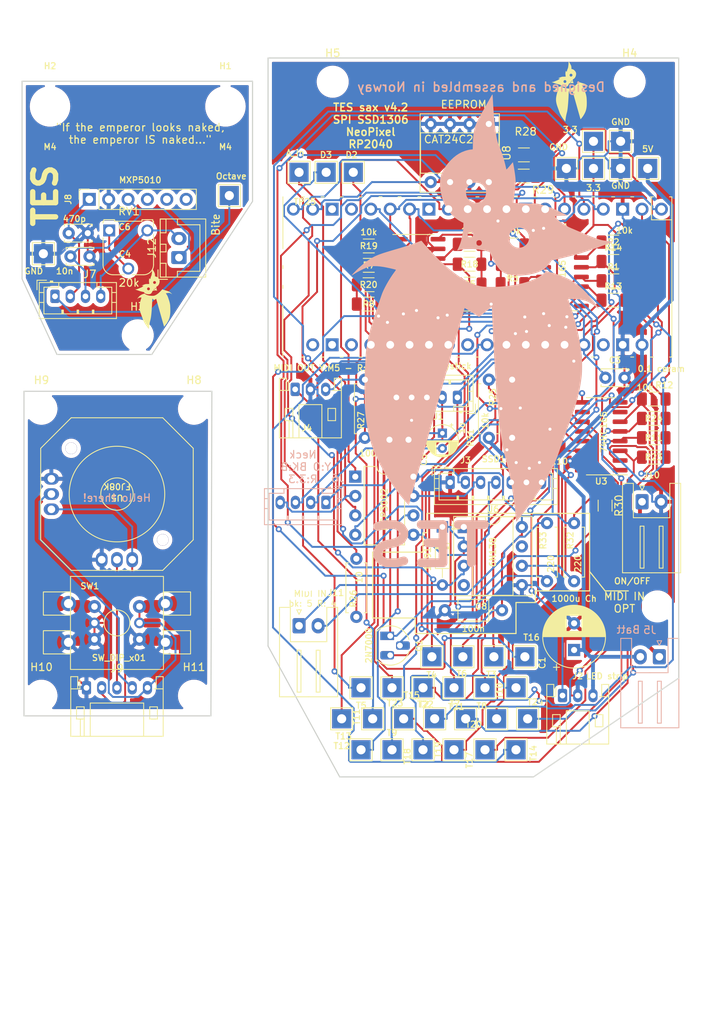
<source format=kicad_pcb>
(kicad_pcb (version 20211014) (generator pcbnew)
  (layers (0 "F.Cu" signal) (31 "B.Cu" signal) (34 "B.Paste" user) (35 "F.Paste" user) (36 "B.SilkS" user "B.Silkscreen") (37 "F.SilkS" user "F.Silkscreen") (38 "B.Mask" user) (39 "F.Mask" user) (44 "Edge.Cuts" user))
  (net 0 "")
  (net 1 "GND")
  (net 2 "Net-(J1-Pad3)")
  (net 3 "Net-(J2-Pad1)")
  (net 4 "Net-(J1-Pad4)")
  (net 5 "Net-(R26-Pad2)")
  (net 6 "Net-(U1-Pad10)")
  (net 7 "+5V")
  (net 8 "Net-(J1-Pad5)")
  (net 9 "Net-(J3-Pad5)")
  (net 10 "Net-(J3-Pad6)")
  (net 11 "Net-(J3-Pad7)")
  (net 12 "Net-(J4-Pad3)")
  (net 13 "Net-(J4-Pad1)")
  (net 14 "Net-(C4-Pad1)")
  (net 19 "Net-(R1-Pad1)")
  (net 20 "Net-(R2-Pad1)")
  (net 21 "Net-(R3-Pad1)")
  (net 22 "Net-(R4-Pad1)")
  (net 23 "Net-(R5-Pad1)")
  (net 24 "Net-(R6-Pad1)")
  (net 25 "Net-(R7-Pad1)")
  (net 26 "Net-(R8-Pad1)")
  (net 27 "Net-(R9-Pad1)")
  (net 28 "Net-(R10-Pad1)")
  (net 29 "Net-(R11-Pad1)")
  (net 30 "Net-(R12-Pad1)")
  (net 31 "Net-(R14-Pad1)")
  (net 32 "Net-(R15-Pad1)")
  (net 33 "Net-(R16-Pad1)")
  (net 34 "Net-(R17-Pad1)")
  (net 35 "Net-(R18-Pad1)")
  (net 36 "Net-(R19-Pad1)")
  (net 37 "Net-(R20-Pad1)")
  (net 38 "Net-(R21-Pad1)")
  (net 39 "Net-(R22-Pad1)")
  (net 40 "Net-(R23-Pad1)")
  (net 41 "Net-(R24-Pad1)")
  (net 42 "Net-(J6-Pad1)")
  (net 43 "Net-(TP25-Pad1)")
  (net 44 "Net-(TP30-Pad1)")
  (net 45 "Net-(TP31-Pad1)")
  (net 46 "/SR_SH")
  (net 47 "/SR_DO")
  (net 48 "/SR_CLK")
  (net 49 "Net-(U2-Pad10)")
  (net 50 "Net-(Q1-Pad1)")
  (net 51 "Net-(Q1-Pad3)")
  (net 52 "Net-(J6-Pad2)")
  (net 53 "Net-(C4-Pad2)")
  (net 57 "ADC_VREF")
  (net 58 "Net-(C6-Pad2)")
  (net 59 "Net-(D1-Pad1)")
  (net 60 "Net-(D1-Pad2)")
  (net 61 "GNDA")
  (net 62 "ADC_CLK")
  (net 63 "ADC_DIN")
  (net 64 "Net-(J10-Pad1)")
  (net 65 "Net-(J12-Pad2)")
  (net 66 "Net-(J9-Pad2)")
  (net 67 "Net-(J9-Pad1)")
  (net 68 "Net-(J9-Pad4)")
  (net 69 "Net-(J9-Pad5)")
  (net 70 "Net-(J11-Pad2)")
  (net 71 "Net-(R32-Pad1)")
  (net 75 "ADC_CS")
  (net 76 "ADC_DOUT")
  (net 82 "Net-(R28-Pad1)")
  (net 83 "Net-(R28-Pad2)")
  (net 95 "Net-(J9-Pad3)")
  (net 96 "bite")
  (net 97 "Net-(RV1-Pad1)")
  (net 98 "Net-(J7-Pad1)")
  (net 99 "Net-(R29-Pad2)")
  (footprint "Capacitor_THT:CP_Radial_D5.0mm_P2.50mm" (layer "F.Cu") (at 217.975 68.326)
    (fp_text reference "C2")
    (fp_text value "100u")
  )
  (footprint "Capacitor_THT:C_Disc_D3.4mm_W2.1mm_P2.50mm" (layer "F.Cu") (at 246.293 60.198)
    (fp_text reference "C3")
    (fp_text value "0.1 ceram")
  )
  (footprint "TestPoint:TestPoint_THTPad_2.5x2.5mm_Drill1.2mm" (layer "F.Cu") (at 222.377 100.838 180)
    (fp_text reference "TP1" hide)
    (fp_text value "T2")
  )
  (footprint "TestPoint:TestPoint_THTPad_2.5x2.5mm_Drill1.2mm" (layer "F.Cu") (at 227.605 96.774 180)
    (fp_text reference "TP2" hide)
    (fp_text value "T6")
  )
  (footprint "TestPoint:TestPoint_THTPad_2.5x2.5mm_Drill1.2mm" (layer "F.Cu") (at 234.569 100.838)
    (fp_text reference "TP3" hide)
    (fp_text value "T10")
  )
  (footprint "TestPoint:TestPoint_THTPad_2.5x2.5mm_Drill1.2mm" (layer "F.Cu") (at 234.569 108.966)
    (fp_text reference "TP4" hide)
    (fp_text value "T14")
  )
  (footprint "TestPoint:TestPoint_THTPad_2.5x2.5mm_Drill1.2mm" (layer "F.Cu") (at 222.377 108.966)
    (fp_text reference "TP5" hide)
    (fp_text value "T18")
  )
  (footprint "TestPoint:TestPoint_THTPad_2.5x2.5mm_Drill1.2mm" (layer "F.Cu") (at 223.901 104.902)
    (fp_text reference "TP6" hide)
    (fp_text value "T22")
  )
  (footprint "TestPoint:TestPoint_THTPad_2.5x2.5mm_Drill1.2mm" (layer "F.Cu") (at 223.541 96.774 180)
    (fp_text reference "TP7" hide)
    (fp_text value "T4")
  )
  (footprint "TestPoint:TestPoint_THTPad_2.5x2.5mm_Drill1.2mm" (layer "F.Cu") (at 230.505 100.838 180)
    (fp_text reference "TP8" hide)
    (fp_text value "T8")
  )
  (footprint "TestPoint:TestPoint_THTPad_2.5x2.5mm_Drill1.2mm" (layer "F.Cu") (at 214.249 108.966)
    (fp_text reference "TP9" hide)
    (fp_text value "T12")
  )
  (footprint "TestPoint:TestPoint_THTPad_2.5x2.5mm_Drill1.2mm" (layer "F.Cu") (at 235.733 96.774)
    (fp_text reference "TP10" hide)
    (fp_text value "T16")
  )
  (footprint "TestPoint:TestPoint_THTPad_2.5x2.5mm_Drill1.2mm" (layer "F.Cu") (at 232.029 104.902)
    (fp_text reference "TP11" hide)
    (fp_text value "T20")
  )
  (footprint "TestPoint:TestPoint_THTPad_2.5x2.5mm_Drill1.2mm" (layer "F.Cu") (at 236.093 104.902)
    (fp_text reference "TP12" hide)
    (fp_text value "T24")
  )
  (footprint "TestPoint:TestPoint_THTPad_2.5x2.5mm_Drill1.2mm" (layer "F.Cu") (at 214.249 100.838 180)
    (fp_text reference "TP14" hide)
    (fp_text value "T5")
  )
  (footprint "TestPoint:TestPoint_THTPad_2.5x2.5mm_Drill1.2mm" (layer "F.Cu") (at 231.669 96.774 180)
    (fp_text reference "TP15" hide)
    (fp_text value "T3")
  )
  (footprint "TestPoint:TestPoint_THTPad_2.5x2.5mm_Drill1.2mm" (layer "F.Cu") (at 226.441 100.838 180)
    (fp_text reference "TP16" hide)
    (fp_text value "T7")
  )
  (footprint "TestPoint:TestPoint_THTPad_2.5x2.5mm_Drill1.2mm" (layer "F.Cu") (at 218.313 108.966)
    (fp_text reference "TP17" hide)
    (fp_text value "T9")
  )
  (footprint "TestPoint:TestPoint_THTPad_2.5x2.5mm_Drill1.2mm" (layer "F.Cu") (at 211.709 104.902)
    (fp_text reference "TP18" hide)
    (fp_text value "T13")
  )
  (footprint "TestPoint:TestPoint_THTPad_2.5x2.5mm_Drill1.2mm" (layer "F.Cu") (at 230.505 108.966)
    (fp_text reference "TP19" hide)
    (fp_text value "T17")
  )
  (footprint "TestPoint:TestPoint_THTPad_2.5x2.5mm_Drill1.2mm" (layer "F.Cu") (at 227.965 104.902)
    (fp_text reference "TP20" hide)
    (fp_text value "T21")
  )
  (footprint "TestPoint:TestPoint_THTPad_2.5x2.5mm_Drill1.2mm" (layer "F.Cu") (at 215.773 104.902)
    (fp_text reference "TP21" hide)
    (fp_text value "T11")
  )
  (footprint "TestPoint:TestPoint_THTPad_2.5x2.5mm_Drill1.2mm" (layer "F.Cu") (at 218.313 100.838)
    (fp_text reference "TP22" hide)
    (fp_text value "T15")
  )
  (footprint "TestPoint:TestPoint_THTPad_2.5x2.5mm_Drill1.2mm" (layer "F.Cu") (at 226.441 108.966)
    (fp_text reference "TP23" hide)
    (fp_text value "T19")
  )
  (footprint "TestPoint:TestPoint_THTPad_2.5x2.5mm_Drill1.2mm" (layer "F.Cu") (at 219.837 104.902)
    (fp_text reference "TP24" hide)
    (fp_text value "T23")
  )
  (footprint "TestPoint:TestPoint_THTPad_2.5x2.5mm_Drill1.2mm" (layer "F.Cu") (at 206.121 33.274)
    (fp_text reference "TP25")
    (fp_text value "A_in")
  )
  (footprint "TestPoint:TestPoint_THTPad_2.5x2.5mm_Drill1.2mm" (layer "F.Cu") (at 209.677 33.274)
    (fp_text reference "TP30" hide)
    (fp_text value "D3")
  )
  (footprint "TestPoint:TestPoint_THTPad_2.5x2.5mm_Drill1.2mm" (layer "F.Cu") (at 213.233 33.274)
    (fp_text reference "TP31" hide)
    (fp_text value "D2")
  )
  (footprint "Package_SO:SOIC-16_3.9x9.9mm_P1.27mm" (layer "F.Cu") (at 240.665 46.355)
    (fp_text reference "U1")
    (fp_text value "74HC165")
  )
  (footprint "Package_SO:SOIC-16_3.9x9.9mm_P1.27mm" (layer "F.Cu") (at 221.869 46.482)
    (fp_text reference "U2" hide)
    (fp_text value "74HC165")
  )
  (footprint "Package_SO:SOIC-16_3.9x9.9mm_P1.27mm" (layer "F.Cu") (at 245.745 67.872 180)
    (fp_text reference "U3")
    (fp_text value "74HC165")
  )
  (footprint "Capacitor_THT:CP_Radial_D8.0mm_P3.50mm" (layer "F.Cu") (at 242.189 95.8867 90)
    (fp_text reference "C1")
    (fp_text value "1000u Ch")
  )
  (footprint "Connector_JST:JST_PH_B5B-PH-K_1x05_P2.00mm_Vertical" (layer "F.Cu") (at 226.885 62.78 180)
    (fp_text reference "J1")
    (fp_text value "joystick")
  )
  (footprint "Connector_JST:JST_PH_B7B-PH-K_1x07_P2.00mm_Vertical" (layer "F.Cu") (at 225.933 73.914)
    (fp_text reference "J3")
    (fp_text value "SSD1306 SPI")
  )
  (footprint "Connector_JST:JST_PH_S3B-PH-K_1x03_P2.00mm_Horizontal" (layer "F.Cu") (at 205.613 61.722)
    (fp_text reference "J4")
    (fp_text value "MIDI OUT Y:M5 - R:M4")
  )
  (footprint "TestPoint:TestPoint_THTPad_2.5x2.5mm_Drill1.2mm" (layer "F.Cu") (at 244.729 29.21)
    (fp_text reference "TP27" hide)
    (fp_text value "3.3")
  )
  (footprint "TestPoint:TestPoint_THTPad_2.5x2.5mm_Drill1.2mm" (layer "F.Cu") (at 244.729 32.766)
    (fp_text reference "TP29" hide)
    (fp_text value "3.3")
  )
  (footprint "TestPoint:TestPoint_THTPad_2.5x2.5mm_Drill1.2mm" (layer "F.Cu") (at 248.285 29.21)
    (fp_text reference "TP32" hide)
    (fp_text value "GND")
  )
  (footprint "TestPoint:TestPoint_THTPad_2.5x2.5mm_Drill1.2mm" (layer "F.Cu") (at 248.285 32.766)
    (fp_text reference "TP33" hide)
    (fp_text value "GND")
  )
  (footprint "TestPoint:TestPoint_THTPad_2.5x2.5mm_Drill1.2mm" (layer "F.Cu") (at 241.173 32.766)
    (fp_text reference "TP34" hide)
    (fp_text value "GND")
  )
  (footprint "TestPoint:TestPoint_THTPad_2.5x2.5mm_Drill1.2mm" (layer "F.Cu") (at 251.841 32.766)
    (fp_text reference "TP35" hide)
    (fp_text value "5V")
  )
  (footprint "MountingHole:MountingHole_3.2mm_M3_ISO14580" (layer "F.Cu") (at 249.472 21.3995)
    (fp_text reference "H4")
    (fp_text value "M3")
  )
  (footprint "MountingHole:MountingHole_3.2mm_M3_ISO14580" (layer "F.Cu") (at 210.534 21.3995)
    (fp_text reference "H5")
    (fp_text value "M3")
  )
  (footprint "Resistor_SMD:R_1206_3216Metric_Pad1.30x1.75mm_HandSolder" (layer "F.Cu") (at 247.334 47.498)
    (fp_text reference "R1")
    (fp_text value "10k" hide)
  )
  (footprint "Resistor_SMD:R_1206_3216Metric_Pad1.30x1.75mm_HandSolder" (layer "F.Cu") (at 247.334 42.418)
    (fp_text reference "R2")
    (fp_text value "10k")
  )
  (footprint "Resistor_SMD:R_1206_3216Metric_Pad1.30x1.75mm_HandSolder" (layer "F.Cu") (at 234.126 45.339 180)
    (fp_text reference "R3")
    (fp_text value "10k" hide)
  )
  (footprint "Resistor_SMD:R_1206_3216Metric_Pad1.30x1.75mm_HandSolder" (layer "F.Cu") (at 234.152 50.419 180)
    (fp_text reference "R4")
    (fp_text value "10k" hide)
  )
  (footprint "Resistor_SMD:R_1206_3216Metric_Pad1.30x1.75mm_HandSolder" (layer "F.Cu") (at 228.499 47.934)
    (fp_text reference "R5")
    (fp_text value "10k" hide)
  )
  (footprint "Resistor_SMD:R_1206_3216Metric_Pad1.30x1.75mm_HandSolder" (layer "F.Cu") (at 228.473 42.71)
    (fp_text reference "R6")
    (fp_text value "10k")
  )
  (footprint "Resistor_SMD:R_1206_3216Metric_Pad1.30x1.75mm_HandSolder" (layer "F.Cu") (at 215.265 45.466 180)
    (fp_text reference "R7")
    (fp_text value "10k" hide)
  )
  (footprint "Resistor_SMD:R_1206_3216Metric_Pad1.30x1.75mm_HandSolder" (layer "F.Cu") (at 215.239 50.546 180)
    (fp_text reference "R8")
    (fp_text value "10k" hide)
  )
  (footprint "Resistor_SMD:R_1206_3216Metric_Pad1.30x1.75mm_HandSolder" (layer "F.Cu") (at 238.861 64.262 180)
    (fp_text reference "R9")
    (fp_text value "10k" hide)
  )
  (footprint "Resistor_SMD:R_1206_3216Metric_Pad1.30x1.75mm_HandSolder" (layer "F.Cu") (at 238.861 69.342 180)
    (fp_text reference "R10")
    (fp_text value "10k" hide)
  )
  (footprint "Resistor_SMD:R_1206_3216Metric_Pad1.30x1.75mm_HandSolder" (layer "F.Cu") (at 252.629 68.072)
    (fp_text reference "R11")
    (fp_text value "10k" hide)
  )
  (footprint "Resistor_SMD:R_1206_3216Metric_Pad1.30x1.75mm_HandSolder" (layer "F.Cu") (at 252.629 62.992)
    (fp_text reference "R12")
    (fp_text value "10k")
  )
  (footprint "Resistor_SMD:R_1206_3216Metric_Pad1.30x1.75mm_HandSolder" (layer "F.Cu") (at 247.334 50.038)
    (fp_text reference "R13")
    (fp_text value "10k" hide)
  )
  (footprint "Resistor_SMD:R_1206_3216Metric_Pad1.30x1.75mm_HandSolder" (layer "F.Cu") (at 247.334 44.958)
    (fp_text reference "R14")
    (fp_text value "10k" hide)
  )
  (footprint "Resistor_SMD:R_1206_3216Metric_Pad1.30x1.75mm_HandSolder" (layer "F.Cu") (at 234.126 42.799 180)
    (fp_text reference "R15")
    (fp_text value "10k")
  )
  (footprint "Resistor_SMD:R_1206_3216Metric_Pad1.30x1.75mm_HandSolder" (layer "F.Cu") (at 234.1 47.879 180)
    (fp_text reference "R16")
    (fp_text value "10k" hide)
  )
  (footprint "Resistor_SMD:R_1206_3216Metric_Pad1.30x1.75mm_HandSolder" (layer "F.Cu") (at 228.473 50.546)
    (fp_text reference "R17")
    (fp_text value "10k" hide)
  )
  (footprint "Resistor_SMD:R_1206_3216Metric_Pad1.30x1.75mm_HandSolder" (layer "F.Cu") (at 228.473 45.322)
    (fp_text reference "R18")
    (fp_text value "10k" hide)
  )
  (footprint "Resistor_SMD:R_1206_3216Metric_Pad1.30x1.75mm_HandSolder" (layer "F.Cu") (at 215.265 42.926 180)
    (fp_text reference "R19")
    (fp_text value "10k")
  )
  (footprint "Resistor_SMD:R_1206_3216Metric_Pad1.30x1.75mm_HandSolder" (layer "F.Cu") (at 215.239 48.006 180)
    (fp_text reference "R20")
    (fp_text value "10k" hide)
  )
  (footprint "Resistor_SMD:R_1206_3216Metric_Pad1.30x1.75mm_HandSolder" (layer "F.Cu") (at 238.861 61.722 180)
    (fp_text reference "R21")
    (fp_text value "10k" hide)
  )
  (footprint "Resistor_SMD:R_1206_3216Metric_Pad1.30x1.75mm_HandSolder" (layer "F.Cu") (at 238.861 66.802 180)
    (fp_text reference "R22")
    (fp_text value "10k" hide)
  )
  (footprint "Resistor_SMD:R_1206_3216Metric_Pad1.30x1.75mm_HandSolder" (layer "F.Cu") (at 252.629 70.612)
    (fp_text reference "R23")
    (fp_text value "10k" hide)
  )
  (footprint "Resistor_SMD:R_1206_3216Metric_Pad1.30x1.75mm_HandSolder" (layer "F.Cu") (at 252.629 65.532)
    (fp_text reference "R24")
    (fp_text value "10k" hide)
  )
  (footprint "Resistor_THT:R_Axial_DIN0207_L6.3mm_D2.5mm_P7.62mm_Horizontal" (layer "F.Cu") (at 234.061 68.072 90)
    (fp_text reference "R25")
    (fp_text value "220")
  )
  (footprint "Resistor_THT:R_Axial_DIN0207_L6.3mm_D2.5mm_P7.62mm_Horizontal" (layer "F.Cu") (at 213.635 91.542 90)
    (fp_text reference "R26")
    (fp_text value "10")
  )
  (footprint "Resistor_THT:R_Axial_DIN0207_L6.3mm_D2.5mm_P7.62mm_Horizontal" (layer "F.Cu") (at 214.757 68.072 90)
    (fp_text reference "R27")
    (fp_text value "33")
  )
  (footprint "Raspberry Pico:RPi_Pico_TH" (layer "F.Cu") (at 229.505 46.99 -90)
    (fp_text reference "U4" hide)
    (fp_text value "Pico" hide)
  )
  (footprint "MountingHole:MountingHole_3.2mm_M3_ISO14580" (layer "F.Cu") (at 172.343 101.878)
    (fp_text reference "H10")
    (fp_text value "M3")
  )
  (footprint "Package_DIP:DIP-8_W7.62mm" (layer "F.Cu") (at 213.497 73.162)
    (fp_text reference "U7")
    (fp_text value "MCP3002")
  )
  (footprint "PCB_symbols:owl_7x10" (layer "F.Cu") (at 187.071 50.038)
    (fp_text reference "owl_beak" hide)
    (fp_text value "LOGO" hide)
  )
  (footprint "MountingHole:MountingHole_3.2mm_M3_ISO14580" (layer "F.Cu") (at 207.137 86.614)
    (fp_text reference "H6" hide)
    (fp_text value "M3")
  )
  (footprint "Package_DIP:DIP-8_W7.62mm_Socket" (layer "F.Cu") (at 231.003 26.934 -90)
    (fp_text reference "U8")
    (fp_text value "CAT24C256")
  )
  (footprint "Connector_JST:JST_XH_S2B-XH-A_1x02_P2.50mm_Horizontal" (layer "F.Cu") (at 206.121 92.71)
    (fp_text reference "J11")
    (fp_text value "MIDI IN bk: 5 R: 4" hide)
  )
  (footprint "Capacitor_THT:C_Disc_D3.4mm_W2.1mm_P2.50mm" (layer "F.Cu") (at 178.649 44.296 180)
    (fp_text reference "C4")
    (fp_text value "10n")
  )
  (footprint "Resistor_THT:R_Axial_DIN0207_L6.3mm_D2.5mm_P7.62mm_Horizontal" (layer "F.Cu") (at 238.633 86.868 90)
    (fp_text reference "R33")
    (fp_text value "220")
  )
  (footprint "Connector_JST:JST_PH_S3B-PH-K_1x03_P2.00mm_Horizontal" (layer "F.Cu") (at 240.665 101.854)
    (fp_text reference "J2")
    (fp_text value "LED strip")
  )
  (footprint "Package_DIP:DIP-8_W7.62mm_Socket" (layer "F.Cu") (at 227.721 79.766)
    (fp_text reference "U6")
    (fp_text value "6N138")
  )
  (footprint "MountingHole:MountingHole_3.2mm_M3_ISO14580" (layer "F.Cu") (at 184.969 54.638)
    (fp_text reference "H3")
    (fp_text value "M3")
  )
  (footprint "Diode_THT:D_DO-34_SOD68_P7.62mm_Horizontal" (layer "F.Cu") (at 224.917 79.751 -90)
    (fp_text reference "D1")
    (fp_text value "1N914")
  )
  (footprint "Connector_JST:JST_PH_S5B-PH-K_1x05_P2.00mm_Horizontal" (layer "F.Cu") (at 178.245 100.838)
    (fp_text reference "J9")
    (fp_text value "Thumb")
  )
  (footprint "TestPoint:TestPoint_THTPad_2.5x2.5mm_Drill1.2mm" (layer "F.Cu") (at 196.977 36.322)
    (fp_text reference "TP36" hide)
    (fp_text value "Octave")
  )
  (footprint "Connector_JST:JST_XH_B2B-XH-A_1x02_P2.50mm_Vertical" (layer "F.Cu") (at 190.373 44.45 90)
    (fp_text reference "J12")
    (fp_text value "Rvar")
  )
  (footprint "TestPoint:TestPoint_THTPad_2.5x2.5mm_Drill1.2mm" (layer "F.Cu") (at 172.593 43.942)
    (fp_text reference "TP37" hide)
    (fp_text value "GND")
  )
  (footprint "MountingHole:MountingHole_3.2mm_M3_ISO14580" (layer "F.Cu") (at 253.111 90.17)
    (fp_text reference "H7" hide)
    (fp_text value "M3")
  )
  (footprint "PCB_symbols:owl_7x10" (layer "F.Cu") (at 241.681 22.86)
    (fp_text reference "owl_small_pcb" hide)
    (fp_text value "LOGO" hide)
  )
  (footprint "Multi_switch:Multi_switch" (layer "F.Cu") (at 182.245 92.336)
    (fp_text reference "SW1")
    (fp_text value "SW_DIP_x01")
  )
  (footprint "Resistor_SMD:R_1206_3216Metric_Pad1.30x1.75mm_HandSolder" (layer "F.Cu") (at 246.253 76.962 -90)
    (fp_text reference "R30")
    (fp_text value "10k")
  )
  (footprint "FJ08K:FJ08K" (layer "F.Cu") (at 182.245 75.446 180)
    (fp_text reference "U5")
    (fp_text value "FJ08K")
  )
  (footprint "Resistor_SMD:R_1206_3216Metric_Pad1.30x1.75mm_HandSolder" (layer "F.Cu") (at 235.605 30.988 180)
    (fp_text reference "R29")
    (fp_text value "10k")
  )
  (footprint "MountingHole:MountingHole_4.3mm_M4" (layer "F.Cu") (at 196.469 24.638)
    (fp_text reference "H1")
    (fp_text value "M4")
  )
  (footprint "Capacitor_THT:C_Axial_L3.8mm_D2.6mm_P7.50mm_Horizontal" (layer "F.Cu") (at 225.231 90.678)
    (fp_text reference "C8")
    (fp_text value "100n")
  )
  (footprint "MountingHole:MountingHole_3.2mm_M3_ISO14580" (layer "F.Cu") (at 192.343 101.878)
    (fp_text reference "H11")
    (fp_text value "M3")
  )
  (footprint "Resistor_THT:R_Axial_DIN0207_L6.3mm_D2.5mm_P7.62mm_Horizontal" (layer "F.Cu") (at 242.189 86.868 90)
    (fp_text reference "R32")
    (fp_text value "220")
  )
  (footprint "Connector_PinSocket_2.54mm:PinSocket_1x06_P2.54mm_Vertical" (layer "F.Cu") (at 178.619 36.816 90)
    (fp_text reference "J8")
    (fp_text value "MXP5010")
  )
  (footprint "Potentiometer_THT:Potentiometer_Runtron_RM-065_Vertical" (layer "F.Cu") (at 181.229 40.894)
    (fp_text reference "RV1")
    (fp_text value "20k")
  )
  (footprint "Capacitor_THT:C_Disc_D3.4mm_W2.1mm_P2.50mm" (layer "F.Cu") (at 178.415 41.248 180)
    (fp_text reference "C6")
    (fp_text value "470p")
  )
  (footprint "Resistor_SMD:R_1206_3216Metric_Pad1.30x1.75mm_HandSolder" (layer "F.Cu") (at 235.585 33.77)
    (fp_text reference "R28")
    (fp_text value "10k")
  )
  (footprint "MountingHole:MountingHole_3.2mm_M3_ISO14580" (layer "F.Cu") (at 192.343 64.262)
    (fp_text reference "H8")
    (fp_text value "M3")
  )
  (footprint "Resistor_THT:R_Axial_DIN0207_L6.3mm_D2.5mm_P7.62mm_Horizontal" (layer "F.Cu") (at 231.013 68.072 90)
    (fp_text reference "R31")
    (fp_text value "10k")
  )
  (footprint "Package_TO_SOT_THT:TO-92L_HandSolder" (layer "F.Cu") (at 218.075 94.032 -90)
    (fp_text reference "Q1")
    (fp_text value "2N7000")
  )
  (footprint "MountingHole:MountingHole_3.2mm_M3_ISO14580" (layer "F.Cu") (at 172.343 64.262)
    (fp_text reference "H9")
    (fp_text value "M3")
  )
  (footprint "Connector_JST:JST_XH_S2B-XH-A_1x02_P2.50mm_Horizontal" (layer "F.Cu") (at 251.099 76.454)
    (fp_text reference "J10")
    (fp_text value "ON/OFF")
  )
  (footprint "MountingHole:MountingHole_4.3mm_M4" (layer "F.Cu") (at 173.469 24.638)
    (fp_text reference "H2")
    (fp_text value "M4")
  )
  (footprint "Capacitor_THT:CP_Radial_D4.0mm_P2.00mm" (layer "F.Cu") (at 224.917 67.463 -90)
    (fp_text reference "C5")
    (fp_text value "1u")
  )
  (footprint "Connector_JST:JST_PH_B4B-PH-K_1x04_P2.00mm_Vertical" (layer "F.Cu") (at 174.117 49.53)
    (fp_text reference "J7")
    (fp_text value "Conn_01x04_Female")
  )
  (footprint "Connector_JST:JST_PH_B4B-PH-K_1x04_P2.00mm_Vertical" (layer "B.Cu") (at 209.645 76.544 180)
    (fp_text reference "J6")
    (fp_text value "Neck - O:bk, breath:red, Vcc:white, Bite:yellow")
  )
  (footprint "Connector_JST:JST_XH_S2B-XH-A_1x02_P2.50mm_Horizontal" (layer "B.Cu") (at 253.365 96.774 180)
    (fp_text reference "J5")
    (fp_text value "Batt")
  )
  (footprint "PCB_symbols:owl_F_50x70" (layer "B.Cu") (at 230.0478 52.3748 180)
    (fp_text reference "owl_big_pcb" hide)
    (fp_text value "LOGO" hide)
  )
  (gr_line (start 237.109 88.138) (end 237.109 89.662) (layer "F.SilkS") (width 0.15))
  (gr_line (start 246.253 88.138) (end 244.221 85.598) (layer "F.SilkS") (width 0.15))
  (gr_line (start 244.221 88.138) (end 237.109 88.138) (layer "F.SilkS") (width 0.15))
  (gr_line (start 215.773 83.058) (end 222.377 83.058) (layer "F.SilkS") (width 0.15))
  (gr_line (start 222.885 80.518) (end 222.885 77.978) (layer "F.SilkS") (width 0.15))
  (gr_line (start 221.361 91.694) (end 215.773 91.694) (layer "F.SilkS") (width 0.15))
  (gr_line (start 222.885 77.978) (end 244.221 77.978) (layer "F.SilkS") (width 0.15))
  (gr_line (start 222.377 80.518) (end 222.885 80.518) (layer "F.SilkS") (width 0.15))
  (gr_line (start 221.361 93.726) (end 221.361 91.694) (layer "F.SilkS") (width 0.15))
  (gr_line (start 237.109 89.662) (end 234.569 89.662) (layer "F.SilkS") (width 0.15))
  (gr_line (start 222.377 83.058) (end 222.377 80.518) (layer "F.SilkS") (width 0.15))
  (gr_line (start 249.301 88.138) (end 246.253 88.138) (layer "F.SilkS") (width 0.15))
  (gr_line (start 234.569 89.662) (end 234.569 93.726) (layer "F.SilkS") (width 0.15))
  (gr_line (start 234.569 93.726) (end 221.361 93.726) (layer "F.SilkS") (width 0.15))
  (gr_line (start 244.221 77.978) (end 244.221 88.138) (layer "F.SilkS") (width 0.15))
  (gr_line (start 215.773 91.694) (end 215.773 83.058) (layer "F.SilkS") (width 0.15))
  (gr_line (start 255.905 18.288) (end 255.905 99.568) (layer "Edge.Cuts") (width 0.15))
  (gr_line (start 202.057 18.288) (end 255.905 18.288) (layer "Edge.Cuts") (width 0.15))
  (gr_line (start 186.817 57.15) (end 174.371 57.15) (layer "Edge.Cuts") (width 0.15))
  (gr_line (start 202.057 95.377) (end 202.057 18.288) (layer "Edge.Cuts") (width 0.15))
  (gr_line (start 200.025 21.336) (end 200.025 37.084) (layer "Edge.Cuts") (width 0.15))
  (gr_line (start 211.455 112.522) (end 202.057 95.377) (layer "Edge.Cuts") (width 0.15))
  (gr_line (start 194.564 104.521) (end 170.053 104.521) (layer "Edge.Cuts") (width 0.15))
  (gr_line (start 170.053 104.521) (end 170.053 61.976) (layer "Edge.Cuts") (width 0.15))
  (gr_line (start 236.855 112.522) (end 211.455 112.522) (layer "Edge.Cuts") (width 0.15))
  (gr_line (start 169.799 47.244) (end 169.799 21.336) (layer "Edge.Cuts") (width 0.15))
  (gr_line (start 170.053 61.976) (end 194.691 61.976) (layer "Edge.Cuts") (width 0.15))
  (gr_line (start 255.905 99.568) (end 236.855 112.522) (layer "Edge.Cuts") (width 0.15))
  (gr_line (start 194.691 61.976) (end 194.564 104.521) (layer "Edge.Cuts") (width 0.15))
  (gr_line (start 174.371 57.15) (end 169.799 47.244) (layer "Edge.Cuts") (width 0.15))
  (gr_line (start 200.025 37.084) (end 186.817 57.15) (layer "Edge.Cuts") (width 0.15))
  (gr_line (start 169.799 21.336) (end 200.025 21.336) (layer "Edge.Cuts") (width 0.15))
  (gr_text "Neck\nY:O BK:B \nR:3.3" (at 206.629 71.882) (layer "B.SilkS") (effects (font (size 1 1)) (justify mirror)))
  (gr_text "Hello there!" (at 182.245 75.946) (layer "B.SilkS") (effects (font (size 1 1)) (justify mirror)))
  (gr_text "TES" (at 223.139 82.1944) (layer "B.SilkS") (effects (font (size 5 6) (thickness 1.15)) (justify mirror)))
  (gr_text "Designed and assembled in Norway" (at 229.997 22.098) (layer "B.SilkS") (effects (font (size 1.2 1.2) (thickness 0.2)) (justify mirror)))
  (gr_text "TES sax v4.2\nSPI SSD1306\nNeoPixel\nRP2040" (at 215.519 27.178) (layer "F.SilkS") (effects (font (size 1 1) (thickness 0.2))))
  (gr_text "MIDI IN \nbk: 5 R: 4" (at 207.899 89.154) (layer "F.SilkS") (effects (font (size 0.8 0.8) (thickness 0.12))))
  (gr_text "EEPROM" (at 227.711 24.384) (layer "F.SilkS") (effects (font (size 1 1))))
  (gr_text "{dblquote}If the emperor looks naked,\nthe emperor IS naked…{dblquote}" (at 185.293 28.194) (layer "F.SilkS") (effects (font (size 1 1))))
  (gr_text "Bite" (at 195.199 40.132 90) (layer "F.SilkS") (effects (font (size 1 1))))
  (gr_text "TES\n" (at 172.847 36.322 90) (layer "F.SilkS") (effects (font (size 3 3) (thickness 0.7))))
  (gr_text "MIDI IN\nOPT" (at 248.793 89.662) (layer "F.SilkS") (effects (font (size 1 1))))
  (segment (start 241.173 34.3413) (end 242.1346 35.3029) (width 0.25) (layer "F.Cu") (net 1))
  (segment (start 241.661 71.1) (end 242.0167 71.4557) (width 0.25) (layer "F.Cu") (net 1))
  (segment (start 242.6821 43.18) (end 243.14 43.18) (width 0.25) (layer "F.Cu") (net 1))
  (segment (start 225.933 73.914) (end 225.9924 73.9734) (width 0.25) (layer "F.Cu") (net 1))
  (segment (start 253.0159 74.5456) (end 253.599 75.1287) (width 0.25) (layer "F.Cu") (net 1))
  (segment (start 228.463 34.554) (end 228.463 35.6793) (width 0.25) (layer "F.Cu") (net 1))
  (segment (start 242.1346 41.2526) (end 241.839 41.5482) (width 0.25) (layer "F.Cu") (net 1))
  (segment (start 227.6033 40.4166) (end 229.4399 38.58) (width 0.25) (layer "F.Cu") (net 1))
  (segment (start 225.9924 89.9166) (end 225.231 90.678) (width 0.25) (layer "F.Cu") (net 1))
  (segment (start 219.8048 51.3378) (end 219.8048 51.8342) (width 0.25) (layer "F.Cu") (net 1))
  (segment (start 241.0636 93.5121) (end 242.189 92.3867) (width 0.25) (layer "F.Cu") (net 1))
  (segment (start 248.793 60.198) (end 248.793 61.7621) (width 0.25) (layer "F.Cu") (net 1))
  (segment (start 240.6071 72.8653) (end 240.6071 90.8048) (width 0.25) (layer "F.Cu") (net 1))
  (segment (start 248.555 55.88) (end 248.555 57.0553) (width 0.25) (layer "F.Cu") (net 1))
  (segment (start 241.173 32.766) (end 241.173 34.3413) (width 0.25) (layer "F.Cu") (net 1))
  (segment (start 251.7052 61.7621) (end 253.0159 63.0728) (width 0.25) (layer "F.Cu") (net 1))
  (segment (start 224.344 43.307) (end 223.9412 43.307) (width 0.25) (layer "F.Cu") (net 1))
  (segment (start 240.6071 90.8048) (end 242.189 92.3867) (width 0.25) (layer "F.Cu") (net 1))
  (segment (start 229.4399 36.6562) (end 228.463 35.6793) (width 0.25) (layer "F.Cu") (net 1))
  (segment (start 225.9924 73.9734) (end 225.9924 89.9166) (width 0.25) (layer "F.Cu") (net 1))
  (segment (start 223.0341 41.6891) (end 224.3066 40.4166) (width 0.25) (layer "F.Cu") (net 1))
  (segment (start 248.555 38.1) (end 248.555 34.6113) (width 0.25) (layer "F.Cu") (net 1))
  (segment (start 242.665 101.854) (end 241.7397 101.854) (width 0.25) (layer "F.Cu") (net 1))
  (segment (start 242.1346 35.3029) (end 242.1346 41.2526) (width 0.25) (layer "F.Cu") (net 1))
  (segment (start 248.793 61.7621) (end 251.7052 61.7621) (width 0.25) (layer "F.Cu") (net 1))
  (segment (start 241.839 42.3369) (end 242.6821 43.18) (width 0.25) (layer "F.Cu") (net 1))
  (segment (start 248.555 57.0553) (end 248.793 57.2933) (width 0.25) (layer "F.Cu") (net 1))
  (segment (start 229.4399 38.58) (end 229.4399 36.6562) (width 0.25) (layer "F.Cu") (net 1))
  (segment (start 253.599 76.454) (end 253.599 75.1287) (width 0.25) (layer "F.Cu") (net 1))
  (segment (start 242.4254 71.047) (end 242.0167 71.4557) (width 0.25) (layer "F.Cu") (net 1))
  (segment (start 224.3066 40.4166) (end 227.6033 40.4166) (width 0.25) (layer "F.Cu") (net 1))
  (segment (start 248.555 34.6113) (end 248.285 34.3413) (width 0.25) (layer "F.Cu") (net 1))
  (segment (start 221.5185 45.7297) (end 221.5185 51.3852) (width 0.25) (layer "F.Cu") (net 1))
  (segment (start 238.19 50.8) (end 238.19 51.7999) (width 0.25) (layer "F.Cu") (net 1))
  (segment (start 248.793 57.2933) (end 248.793 60.198) (width 0.25) (layer "F.Cu") (net 1))
  (segment (start 241.7397 100.9287) (end 241.0636 100.2526) (width 0.25) (layer "F.Cu") (net 1))
  (segment (start 248.793 62.854) (end 248.22 63.427) (width 0.25) (layer "F.Cu") (net 1))
  (segment (start 241.0636 100.2526) (end 241.0636 93.5121) (width 0.25) (layer "F.Cu") (net 1))
  (segment (start 248.285 32.766) (end 248.285 34.3413) (width 0.25) (layer "F.Cu") (net 1))
  (segment (start 242.0167 71.4557) (end 240.6071 72.8653) (width 0.25) (layer "F.Cu") (net 1))
  (segment (start 241.7397 101.854) (end 241.7397 100.9287) (width 0.25) (layer "F.Cu") (net 1))
  (segment (start 219.394 50.927) (end 219.8048 51.3378) (width 0.25) (layer "F.Cu") (net 1))
  (segment (start 223.9412 43.307) (end 223.0341 42.3999) (width 0.25) (layer "F.Cu") (net 1))
  (segment (start 253.0159 63.0728) (end 253.0159 74.5456) (width 0.25) (layer "F.Cu") (net 1))
  (segment (start 243.27 71.047) (end 242.4254 71.047) (width 0.25) (layer "F.Cu") (net 1))
  (segment (start 223.9412 43.307) (end 221.5185 45.7297) (width 0.25) (layer "F.Cu") (net 1))
  (segment (start 241.839 41.5482) (end 241.839 42.3369) (width 0.25) (layer "F.Cu") (net 1))
  (segment (start 223.0341 42.3999) (end 223.0341 41.6891) (width 0.25) (layer "F.Cu") (net 1))
  (segment (start 248.793 61.7621) (end 248.793 62.854) (width 0.25) (layer "F.Cu") (net 1))
  (via (at 238.19 51.7999) (size 0.8) (drill 0.4) (layers "F.Cu" "B.Cu") (net 1))
  (via (at 219.8048 51.8342) (size 0.8) (drill 0.4) (layers "F.Cu" "B.Cu") (net 1))
  (via (at 241.661 71.1) (size 0.8) (drill 0.4) (layers "F.Cu" "B.Cu") (net 1))
  (via (at 221.5185 51.3852) (size 0.8) (drill 0.4) (layers "F.Cu" "B.Cu") (net 1))
  (segment (start 234.2157 87.386) (end 230.66 90.9417) (width 0.25) (layer "B.Cu") (net 1))
  (segment (start 246.7097 30.6) (end 246.7097 29.21) (width 0.25) (layer "B.Cu") (net 1))
  (segment (start 225.923 26.934) (end 228.463 26.934) (width 0.25) (layer "B.Cu") (net 1))
  (segment (start 218.7377 66.5887) (end 220.475 68.326) (width 0.25) (layer "B.Cu") (net 1))
  (segment (start 248.555 54.7047) (end 248.7199 54.5398) (width 0.25) (layer "B.Cu") (net 1))
  (segment (start 211.6708 58.0317) (end 217.6141 58.0317) (width 0.25) (layer "B.Cu") (net 1))
  (segment (start 225.4947 90.9417) (end 225.231 90.678) (width 0.25) (layer "B.Cu") (net 1))
  (segment (start 235.341 87.386) (end 236.4663 87.386) (width 0.25) (layer "B.Cu") (net 1))
  (segment (start 233.543 28.3487) (end 232.1283 26.934) (width 0.25) (layer "B.Cu") (net 1))
  (segment (start 241.173 32.766) (end 237.9603 32.766) (width 0.25) (layer "B.Cu") (net 1))
  (segment (start 242.7483 32.766) (end 242.7483 31.7814) (width 0.25) (layer "B.Cu") (net 1))
  (segment (start 207.9805 61.722) (end 211.6708 58.0317) (width 0.25) (layer "B.Cu") (net 1))
  (segment (start 231.003 26.934) (end 232.1283 26.934) (width 0.25) (layer "B.Cu") (net 1))
  (segment (start 208.5383 61.722) (end 208.5383 62.3003) (width 0.25) (layer "B.Cu") (net 1))
  (segment (start 221.6345 51.2692) (end 226.2165 51.2692) (width 0.25) (layer "B.Cu") (net 1))
  (segment (start 228.463 34.554) (end 228.463 33.4287) (width 0.25) (layer "B.Cu") (net 1))
  (segment (start 246.119 31.1907) (end 246.7097 31.7814) (width 0.25) (layer "B.Cu") (net 1))
  (segment (start 228.463 33.4287) (end 233.543 28.3487) (width 0.25) (layer "B.Cu") (net 1))
  (segment (start 219.2504 52.3886) (end 219.8048 51.8342) (width 0.25) (layer "B.Cu") (net 1))
  (segment (start 243.339 31.1907) (end 246.119 31.1907) (width 0.25) (layer "B.Cu") (net 1))
  (segment (start 246.7097 31.7814) (end 246.7097 32.766) (width 0.25) (layer "B.Cu") (net 1))
  (segment (start 248.285 32.766) (end 246.7097 32.766) (width 0.25) (layer "B.Cu") (net 1))
  (segment (start 235.1458 51.7876) (end 235.4208 51.5126) (width 0.25) (layer "B.Cu") (net 1))
  (segment (start 228.463 26.934) (end 231.003 26.934) (width 0.25) (layer "B.Cu") (net 1))
  (segment (start 226.7349 51.7876) (end 235.1458 51.7876) (width 0.25) (layer "B.Cu") (net 1))
  (segment (start 248.7199 54.5398) (end 248.7199 39.4402) (width 0.25) (layer "B.Cu") (net 1))
  (segment (start 246.119 31.1907) (end 246.7097 30.6) (width 0.25) (layer "B.Cu") (net 1))
  (segment (start 223.383 26.934) (end 225.923 26.934) (width 0.25) (layer "B.Cu") (net 1))
  (segment (start 212.8267 66.5887) (end 218.7377 66.5887) (width 0.25) (layer "B.Cu") (net 1))
  (segment (start 230.66 90.9417) (end 225.4947 90.9417) (width 0.25) (layer "B.Cu") (net 1))
  (segment (start 235.4208 51.5126) (end 237.9027 51.5126) (width 0.25) (layer "B.Cu") (net 1))
  (segment (start 242.189 92.3867) (end 237.1883 87.386) (width 0.25) (layer "B.Cu") (net 1))
  (segment (start 244.9807 74.4197) (end 251.2709 74.4197) (width 0.25) (layer "B.Cu") (net 1))
  (segment (start 237.9603 32.766) (end 233.543 28.3487) (width 0.25) (layer "B.Cu") (net 1))
  (segment (start 248.555 38.1) (end 248.555 39.2753) (width 0.25) (layer "B.Cu") (net 1))
  (segment (start 242.7483 31.7814) (end 243.339 31.1907) (width 0.25) (layer "B.Cu") (net 1))
  (segment (start 207.9805 61.722) (end 208.5383 61.722) (width 0.25) (layer "B.Cu") (net 1))
  (segment (start 251.2709 74.4197) (end 252.4237 75.5725) (width 0.25) (layer "B.Cu") (net 1))
  (segment (start 237.9027 51.5126) (end 238.19 51.7999) (width 0.25) (layer "B.Cu") (net 1))
  (segment (start 207.613 61.722) (end 207.9805 61.722) (width 0.25) (layer "B.Cu") (net 1))
  (segment (start 220.2538 51.3852) (end 221.5185 51.3852) (width 0.25) (layer "B.Cu") (net 1))
  (segment (start 217.6141 58.0317) (end 219.2504 56.3954) (width 0.25) (layer "B.Cu") (net 1))
  (segment (start 241.9607 32.766) (end 241.173 32.766) (width 0.25) (layer "B.Cu") (net 1))
  (segment (start 235.341 87.386) (end 234.7784 87.386) (width 0.25) (layer "B.Cu") (net 1))
  (segment (start 252.4237 75.5725) (end 252.4237 76.454) (width 0.25) (layer "B.Cu") (net 1))
  (segment (start 221.5185 51.3852) (end 221.6345 51.2692) (width 0.25) (layer "B.Cu") (net 1))
  (segment (start 248.555 55.88) (end 248.555 54.7047) (width 0.25) (layer "B.Cu") (net 1))
  (segment (start 241.661 71.1) (end 244.9807 74.4197) (width 0.25) (layer "B.Cu") (net 1))
  (segment (start 226.2165 51.2692) (end 226.7349 51.7876) (width 0.25) (layer "B.Cu") (net 1))
  (segment (start 219.8048 51.8342) (end 220.2538 51.3852) (width 0.25) (layer "B.Cu") (net 1))
  (segment (start 237.1883 87.386) (end 236.4663 87.386) (width 0.25) (layer "B.Cu") (net 1))
  (segment (start 219.2504 56.3954) (end 219.2504 52.3886) (width 0.25) (layer "B.Cu") (net 1))
  (segment (start 248.7199 39.4402) (end 248.555 39.2753) (width 0.25) (layer "B.Cu") (net 1))
  (segment (start 208.5383 62.3003) (end 212.8267 66.5887) (width 0.25) (layer "B.Cu") (net 1))
  (segment (start 234.7784 87.386) (end 234.2157 87.386) (width 0.25) (layer "B.Cu") (net 1))
  (segment (start 253.599 76.454) (end 252.4237 76.454) (width 0.25) (layer "B.Cu") (net 1))
  (segment (start 241.9607 32.766) (end 242.7483 32.766) (width 0.25) (layer "B.Cu") (net 1))
  (segment (start 248.285 29.21) (end 246.7097 29.21) (width 0.25) (layer "B.Cu") (net 1))
  (segment (start 237.2197 56.6881) (end 235.6552 58.2526) (width 0.25) (layer "B.Cu") (net 2))
  (segment (start 238.395 55.88) (end 237.2197 55.88) (width 0.25) (layer "B.Cu") (net 2))
  (segment (start 237.2197 55.88) (end 237.2197 56.6881) (width 0.25) (layer "B.Cu") (net 2))
  (segment (start 235.6552 58.2526) (end 231.6007 58.2526) (width 0.25) (layer "B.Cu") (net 2))
  (segment (start 228.452 61.4013) (end 228.452 63.0787) (width 0.25) (layer "B.Cu") (net 2))
  (segment (start 227.5304 64.0003) (end 224.4523 64.0003) (width 0.25) (layer "B.Cu") (net 2))
  (segment (start 231.6007 58.2526) (end 228.452 61.4013) (width 0.25) (layer "B.Cu") (net 2))
  (segment (start 222.885 62.78) (end 223.8103 62.78) (width 0.25) (layer "B.Cu") (net 2))
  (segment (start 228.452 63.0787) (end 227.5304 64.0003) (width 0.25) (layer "B.Cu") (net 2))
  (segment (start 224.4523 64.0003) (end 223.8103 63.3583) (width 0.25) (layer "B.Cu") (net 2))
  (segment (start 223.8103 63.3583) (end 223.8103 62.78) (width 0.25) (layer "B.Cu") (net 2))
  (segment (start 236.6108 88.1218) (end 236.6108 77.7704) (width 0.25) (layer "F.Cu") (net 3))
  (segment (start 234.061 68.072) (end 234.5922 68.6032) (width 0.25) (layer "F.Cu") (net 3))
  (segment (start 234.5922 68.6032) (end 234.5922 71.3185) (width 0.25) (layer "F.Cu") (net 3))
  (segment (start 236.6108 77.7704) (end 236.449 77.6086) (width 0.25) (layer "F.Cu") (net 3))
  (via (at 234.5922 71.3185) (size 0.8) (drill 0.4) (layers "F.Cu" "B.Cu") (net 3))
  (via (at 236.449 77.6086) (size 0.8) (drill 0.4) (layers "F.Cu" "B.Cu") (net 3))
  (via (at 236.6108 88.1218) (size 0.8) (drill 0.4) (layers "F.Cu" "B.Cu") (net 3))
  (segment (start 238.9019 73.2385) (end 237.7904 72.127) (width 0.25) (layer "B.Cu") (net 3))
  (segment (start 237.7904 72.127) (end 237.4378 72.127) (width 0.25) (layer "B.Cu") (net 3))
  (segment (start 238.9019 75.1557) (end 238.9019 73.2385) (width 0.25) (layer "B.Cu") (net 3))
  (segment (start 240.665 92.176) (end 236.6108 88.1218) (width 0.25) (layer "B.Cu") (net 3))
  (segment (start 240.665 101.854) (end 240.665 92.176) (width 0.25) (layer "B.Cu") (net 3))
  (segment (start 236.6293 71.3185) (end 234.5922 71.3185) (width 0.25) (layer "B.Cu") (net 3))
  (segment (start 236.449 77.6086) (end 238.9019 75.1557) (width 0.25) (layer "B.Cu") (net 3))
  (segment (start 237.4378 72.127) (end 236.6293 71.3185) (width 0.25) (layer "B.Cu") (net 3))
  (segment (start 233.315 55.88) (end 232.1397 55.88) (width 0.25) (layer "B.Cu") (net 4))
  (segment (start 223.0381 60.9739) (end 221.8103 62.2017) (width 0.25) (layer "B.Cu") (net 4))
  (segment (start 220.885 62.78) (end 221.8103 62.78) (width 0.25) (layer "B.Cu") (net 4))
  (segment (start 221.8103 62.2017) (end 221.8103 62.78) (width 0.25) (layer "B.Cu") (net 4))
  (segment (start 232.1397 55.88) (end 232.1397 56.2438) (width 0.25) (layer "B.Cu") (net 4))
  (segment (start 227.4096 60.9739) (end 223.0381 60.9739) (width 0.25) (layer "B.Cu") (net 4))
  (segment (start 232.1397 56.2438) (end 227.4096 60.9739) (width 0.25) (layer "B.Cu") (net 4))
  (segment (start 206.5718 58.0742) (end 206.5718 50.8624) (width 0.25) (layer "F.Cu") (net 5))
  (segment (start 206.5718 50.8624) (end 208.4852 48.949) (width 0.25) (layer "F.Cu") (net 5))
  (segment (start 208.4852 48.949) (end 208.4852 42.2742) (width 0.25) (layer "F.Cu") (net 5))
  (segment (start 208.5384 60.0408) (end 206.5718 58.0742) (width 0.25) (layer "F.Cu") (net 5))
  (segment (start 208.5384 63.0028) (end 208.5384 60.0408) (width 0.25) (layer "F.Cu") (net 5))
  (segment (start 211.1664 80.3281) (end 211.1664 65.6308) (width 0.25) (layer "F.Cu") (net 5))
  (segment (start 213.635 83.922) (end 213.635 82.7967) (width 0.25) (layer "F.Cu") (net 5))
  (segment (start 211.1664 65.6308) (end 208.5384 63.0028) (width 0.25) (layer "F.Cu") (net 5))
  (segment (start 213.635 82.7967) (end 211.1664 80.3281) (width 0.25) (layer "F.Cu") (net 5))
  (via (at 208.4852 42.2742) (size 0.8) (drill 0.4) (layers "F.Cu" "B.Cu") (net 5))
  (segment (start 214.265 37.7057) (end 215.5824 36.3883) (width 0.25) (layer "B.Cu") (net 5))
  (segment (start 239.6532 37.0174) (end 240.2541 37.0174) (width 0.25) (layer "B.Cu") (net 5))
  (segment (start 210.5795 42.2742) (end 214.265 38.5887) (width 0.25) (layer "B.Cu") (net 5))
  (segment (start 227.0263 36.6753) (end 239.3111 36.6753) (width 0.25) (layer "B.Cu") (net 5))
  (segment (start 226.7393 36.3883) (end 227.0263 36.6753) (width 0.25) (layer "B.Cu") (net 5))
  (segment (start 240.8214 36.4501) (end 251.1771 36.4501) (width 0.25) (layer "B.Cu") (net 5))
  (segment (start 252.4597 37.7327) (end 252.4597 38.1) (width 0.25) (layer "B.Cu") (net 5))
  (segment (start 251.1771 36.4501) (end 252.4597 37.7327) (width 0.25) (layer "B.Cu") (net 5))
  (segment (start 253.635 38.1) (end 252.4597 38.1) (width 0.25) (layer "B.Cu") (net 5))
  (segment (start 215.5824 36.3883) (end 226.7393 36.3883) (width 0.25) (layer "B.Cu") (net 5))
  (segment (start 214.265 38.5887) (end 214.265 37.7057) (width 0.25) (layer "B.Cu") (net 5))
  (segment (start 239.3111 36.6753) (end 239.6532 37.0174) (width 0.25) (layer "B.Cu") (net 5))
  (segment (start 240.2541 37.0174) (end 240.8214 36.4501) (width 0.25) (layer "B.Cu") (net 5))
  (segment (start 208.4852 42.2742) (end 210.5795 42.2742) (width 0.25) (layer "B.Cu") (net 5))
  (segment (start 224.344 50.927) (end 224.344 52.3419) (width 0.25) (layer "F.Cu") (net 6))
  (segment (start 241.2414 52.2067) (end 241.2414 50.9507) (width 0.25) (layer "F.Cu") (net 6))
  (segment (start 241.2414 50.9507) (end 242.6621 49.53) (width 0.25) (layer "F.Cu") (net 6))
  (segment (start 242.6621 49.53) (end 243.14 49.53) (width 0.25) (layer "F.Cu") (net 6))
  (via (at 224.344 52.3419) (size 0.8) (drill 0.4) (layers "F.Cu" "B.Cu") (net 6))
  (via (at 241.2414 52.2067) (size 0.8) (drill 0.4) (layers "F.Cu" "B.Cu") (net 6))
  (segment (start 235.4208 52.9632) (end 236.0217 52.9632) (width 0.25) (layer "B.Cu") (net 6))
  (segment (start 224.8584 52.8563) (end 235.3139 52.8563) (width 0.25) (layer "B.Cu") (net 6))
  (segment (start 236.381 52.6039) (end 240.8442 52.6039) (width 0.25) (layer "B.Cu") (net 6))
  (segment (start 240.8442 52.6039) (end 241.2414 52.2067) (width 0.25) (layer "B.Cu") (net 6))
  (segment (start 224.344 52.3419) (end 224.8584 52.8563) (width 0.25) (layer "B.Cu") (net 6))
  (segment (start 235.3139 52.8563) (end 235.4208 52.9632) (width 0.25) (layer "B.Cu") (net 6))
  (segment (start 236.0217 52.9632) (end 236.381 52.6039) (width 0.25) (layer "B.Cu") (net 6))
  (segment (start 233.7261 70.4953) (end 233.7808 70.4406) (width 0.5) (layer "B.Cu") (net 7))
  (segment (start 239.8632 72.2396) (end 239.8632 70.9596) (width 0.5) (layer "B.Cu") (net 7))
  (segment (start 231.013 68.072) (end 231.013 68.4867) (width 0.5) (layer "B.Cu") (net 7))
  (segment (start 231.013 68.4867) (end 233.0216 70.4953) (width 0.5) (layer "B.Cu") (net 7))
  (segment (start 251.841 32.766) (end 251.841 34.4663) (width 0.5) (layer "B.Cu") (net 7))
  (segment (start 244.665 100.5287) (end 244.665 96.774) (width 0.5) (layer "B.Cu") (net 7))
  (segment (start 233.7808 70.4406) (end 239.3442 70.4406) (width 0.5) (layer "B.Cu") (net 7))
  (segment (start 251.095 53.8787) (end 251.095 54.5797) (width 0.5) (layer "B.Cu") (net 7))
  (segment (start 251.095 59.7278) (end 251.095 55.88) (width 0.5) (layer "B.Cu") (net 7))
  (segment (start 244.665 96.774) (end 244.3266 96.774) (width 0.5) (layer "B.Cu") (net 7))
  (segment (start 244.3266 96.774) (end 243.4393 95.8867) (width 0.5) (layer "B.Cu") (net 7))
  (segment (start 242.189 95.8867) (end 243.4393 95.8867) (width 0.5) (layer "B.Cu") (net 7))
  (segment (start 250.865 96.774) (end 244.665 96.774) (width 0.5) (layer "B.Cu") (net 7))
  (segment (start 239.3442 70.4406) (end 239.8632 70.9596) (width 0.5) (layer "B.Cu") (net 7))
  (segment (start 254.9881 37.6134) (end 254.9881 49.9856) (width 0.5) (layer "B.Cu") (net 7))
  (segment (start 244.665 101.854) (end 244.665 100.5287) (width 0.5) (layer "B.Cu") (net 7))
  (segment (start 251.095 55.88) (end 251.095 54.5797) (width 0.5) (layer "B.Cu") (net 7))
  (segment (start 254.9881 49.9856) (end 251.095 53.8787) (width 0.5) (layer "B.Cu") (net 7))
  (segment (start 243.4393 75.8157) (end 239.8632 72.2396) (width 0.5) (layer "B.Cu") (net 7))
  (segment (start 243.4393 95.8867) (end 243.4393 75.8157) (width 0.5) (layer "B.Cu") (net 7))
  (segment (start 251.841 34.4663) (end 254.9881 37.6134) (width 0.5) (layer "B.Cu") (net 7))
  (segment (start 239.8632 70.9596) (end 251.095 59.7278) (width 0.5) (layer "B.Cu") (net 7))
  (segment (start 233.0216 70.4953) (end 233.7261 70.4953) (width 0.5) (layer "B.Cu") (net 7))
  (segment (start 218.885 61.5797) (end 219.6168 61.5797) (width 0.25) (layer "B.Cu") (net 8))
  (segment (start 218.885 62.78) (end 218.885 61.5797) (width 0.25) (layer "B.Cu") (net 8))
  (segment (start 225.695 55.88) (end 224.5197 55.88) (width 0.25) (layer "B.Cu") (net 8))
  (segment (start 224.5197 56.6768) (end 224.5197 55.88) (width 0.25) (layer "B.Cu") (net 8))
  (segment (start 219.6168 61.5797) (end 224.5197 56.6768) (width 0.25) (layer "B.Cu") (net 8))
  (segment (start 231.2995 39.7998) (end 230.775 39.2753) (width 0.25) (layer "F.Cu") (net 9))
  (segment (start 230.775 38.1) (end 230.775 39.2753) (width 0.25) (layer "F.Cu") (net 9))
  (segment (start 231.2995 45.2506) (end 231.2995 39.7998) (width 0.25) (layer "F.Cu") (net 9))
  (segment (start 233.3738 72.1545) (end 233.3738 69.645) (width 0.25) (layer "F.Cu") (net 9))
  (segment (start 233.933 72.7137) (end 233.3738 72.1545) (width 0.25) (layer "F.Cu") (net 9))
  (segment (start 245.1117 64.3848) (end 245.1117 57.542) (width 0.25) (layer "F.Cu") (net 9))
  (segment (start 233.933 73.914) (end 233.933 72.7137) (width 0.25) (layer "F.Cu") (net 9))
  (via (at 245.1117 64.3848) (size 0.8) (drill 0.4) (layers "F.Cu" "B.Cu") (net 9))
  (via (at 231.2995 45.2506) (size 0.8) (drill 0.4) (layers "F.Cu" "B.Cu") (net 9))
  (via (at 233.3738 69.645) (size 0.8) (drill 0.4) (layers "F.Cu" "B.Cu") (net 9))
  (via (at 245.1117 57.542) (size 0.8) (drill 0.4) (layers "F.Cu" "B.Cu") (net 9))
  (segment (start 244.4745 54.4345) (end 244.835 54.795) (width 0.25) (layer "B.Cu") (net 9))
  (segment (start 244.835 57.2653) (end 245.1117 57.542) (width 0.25) (layer "B.Cu") (net 9))
  (segment (start 239.8515 69.645) (end 245.1117 64.3848) (width 0.25) (layer "B.Cu") (net 9))
  (segment (start 233.3738 69.645) (end 239.8515 69.645) (width 0.25) (layer "B.Cu") (net 9))
  (segment (start 244.4745 52.5209) (end 244.4745 54.4345) (width 0.25) (layer "B.Cu") (net 9))
  (segment (start 237.2042 45.2506) (end 244.4745 52.5209) (width 0.25) (layer "B.Cu") (net 9))
  (segment (start 244.835 54.795) (end 244.835 57.2653) (width 0.25) (layer "B.Cu") (net 9))
  (segment (start 231.2995 45.2506) (end 237.2042 45.2506) (width 0.25) (layer "B.Cu") (net 9))
  (segment (start 238.2985 61.9296) (end 240.9199 59.3082) (width 0.25) (layer "F.Cu") (net 10))
  (segment (start 235.933 73.914) (end 236.8583 73.914) (width 0.25) (layer "F.Cu") (net 10))
  (segment (start 238.2985 67.5613) (end 238.2985 61.9296) (width 0.25) (layer "F.Cu") (net 10))
  (segment (start 244.6504 56.5479) (end 244.6504 54.6835) (width 0.25) (layer "F.Cu") (net 10))
  (segment (start 236.8583 73.914) (end 236.8583 73.1761) (width 0.25) (layer "F.Cu") (net 10))
  (segment (start 240.9199 59.3082) (end 241.8901 59.3082) (width 0.25) (layer "F.Cu") (net 10))
  (segment (start 234.1295 40.0898) (end 234.1295 41.31) (width 0.25) (layer "F.Cu") (net 10))
  (segment (start 238.3982 71.6362) (end 238.3982 67.661) (width 0.25) (layer "F.Cu") (net 10))
  (segment (start 244.6504 54.6835) (end 245.1998 54.1341) (width 0.25) (layer "F.Cu") (net 10))
  (segment (start 238.3982 67.661) (end 238.2985 67.5613) (width 0.25) (layer "F.Cu") (net 10))
  (segment (start 236.8583 73.1761) (end 238.3982 71.6362) (width 0.25) (layer "F.Cu") (net 10))
  (segment (start 233.315 39.2753) (end 234.1295 40.0898) (width 0.25) (layer "F.Cu") (net 10))
  (segment (start 233.315 38.1) (end 233.315 39.2753) (width 0.25) (layer "F.Cu") (net 10))
  (segment (start 241.8901 59.3082) (end 244.6504 56.5479) (width 0.25) (layer "F.Cu") (net 10))
  (via (at 245.1998 54.1341) (size 0.8) (drill 0.4) (layers "F.Cu" "B.Cu") (net 10))
  (via (at 234.1295 41.31) (size 0.8) (drill 0.4) (layers "F.Cu" "B.Cu") (net 10))
  (segment (start 234.1295 41.31) (end 245.1998 52.3803) (width 0.25) (layer "B.Cu") (net 10))
  (segment (start 245.1998 52.3803) (end 245.1998 54.1341) (width 0.25) (layer "B.Cu") (net 10))
  (segment (start 236.3131 72.0726) (end 236.3131 60.4736) (width 0.25) (layer "F.Cu") (net 11))
  (segment (start 238.395 38.1) (end 238.395 39.2753) (width 0.25) (layer "F.Cu") (net 11))
  (segment (start 239.9451 51.4513) (end 239.9451 40.8254) (width 0.25) (layer "F.Cu") (net 11))
  (segment (start 239.6899 57.0968) (end 239.6899 51.7065) (width 0.25) (layer "F.Cu") (net 11))
  (segment (start 236.3131 60.4736) (end 239.6899 57.0968) (width 0.25) (layer "F.Cu") (net 11))
  (segment (start 239.6899 51.7065) (end 239.9451 51.4513) (width 0.25) (layer "F.Cu") (net 11))
  (segment (start 239.9451 40.8254) (end 238.395 39.2753) (width 0.25) (layer "F.Cu") (net 11))
  (via (at 236.3131 72.0726) (size 0.8) (drill 0.4) (layers "F.Cu" "B.Cu") (net 11))
  (segment (start 237.933 73.6925) (end 236.3131 72.0726) (width 0.25) (layer "B.Cu") (net 11))
  (segment (start 237.933 73.914) (end 237.933 73.6925) (width 0.25) (layer "B.Cu") (net 11))
  (segment (start 214.757 60.452) (end 211.8083 60.452) (width 0.25) (layer "B.Cu") (net 12))
  (segment (start 209.613 61.722) (end 210.5383 61.722) (width 0.25) (layer "B.Cu") (net 12))
  (segment (start 211.8083 60.452) (end 210.5383 61.722) (width 0.25) (layer "B.Cu") (net 12))
  (segment (start 208.6445 64.7535) (end 205.613 61.722) (width 0.25) (layer "F.Cu") (net 13))
  (segment (start 213.635 86.5818) (end 208.6445 81.5913) (width 0.25) (layer "F.Cu") (net 13))
  (segment (start 213.635 91.542) (end 213.635 86.5818) (width 0.25) (layer "F.Cu") (net 13))
  (segment (start 208.6445 81.5913) (end 208.6445 64.7535) (width 0.25) (layer "F.Cu") (net 13))
  (segment (start 178.415 41.248) (end 178.415 44.062) (width 0.25) (layer "F.Cu") (net 14))
  (segment (start 178.415 44.062) (end 178.649 44.296) (width 0.25) (layer "F.Cu") (net 14))
  (segment (start 181.159 37.916) (end 179.197 39.878) (width 0.25) (layer "B.Cu") (net 14))
  (segment (start 178.415 40.406) (end 178.415 41.248) (width 0.25) (layer "B.Cu") (net 14))
  (segment (start 178.415 41.248) (end 177.606009 41.248) (width 0.25) (layer "B.Cu") (net 14))
  (segment (start 181.159 36.816) (end 181.159 37.916) (width 0.25) (layer "B.Cu") (net 14))
  (segment (start 178.943 39.878) (end 178.415 40.406) (width 0.25) (layer "B.Cu") (net 14))
  (segment (start 174.912009 43.942) (end 172.593 43.942) (width 0.25) (layer "B.Cu") (net 14))
  (segment (start 177.606009 41.248) (end 174.912009 43.942) (width 0.25) (layer "B.Cu") (net 14))
  (segment (start 179.197 39.878) (end 178.943 39.878) (width 0.25) (layer "B.Cu") (net 14))
  (segment (start 243.14 46.99) (end 242.6829 46.99) (width 0.25) (layer "F.Cu") (net 19))
  (segment (start 240.516 49.1569) (end 240.516 53.1386) (width 0.25) (layer "F.Cu") (net 19))
  (segment (start 225.0352 102.4133) (end 223.9523 101.3304) (width 0.25) (layer "F.Cu") (net 19))
  (segment (start 233.9237 76.0266) (end 230.0608 79.8895) (width 0.25) (layer "F.Cu") (net 19))
  (segment (start 228.9296 101.3562) (end 227.8725 102.4133) (width 0.25) (layer "F.Cu") (net 19))
  (segment (start 241.0422 54.3108) (end 242.1487 55.4173) (width 0.25) (layer "F.Cu") (net 19))
  (segment (start 243.648 47.498) (end 243.14 46.99) (width 0.25) (layer "F.Cu") (net 19))
  (segment (start 240.3695 53.8859) (end 240.7944 54.3108) (width 0.25) (layer "F.Cu") (net 19))
  (segment (start 229.6104 98.3494) (end 228.9296 99.0302) (width 0.25) (layer "F.Cu") (net 19))
  (segment (start 240.516 53.1386) (end 240.3695 53.2851) (width 0.25) (layer "F.Cu") (net 19))
  (segment (start 229.6104 94.2428) (end 229.6104 98.3494) (width 0.25) (layer "F.Cu") (net 19))
  (segment (start 242.6829 46.99) (end 240.516 49.1569) (width 0.25) (layer "F.Cu") (net 19))
  (segment (start 230.0608 79.8895) (end 230.0608 93.7924) (width 0.25) (layer "F.Cu") (net 19))
  (segment (start 245.784 47.498) (end 243.648 47.498) (width 0.25) (layer "F.Cu") (net 19))
  (segment (start 230.0608 93.7924) (end 229.6104 94.2428) (width 0.25) (layer "F.Cu") (net 19))
  (segment (start 223.9523 101.3304) (end 223.9523 100.838) (width 0.25) (layer "F.Cu") (net 19))
  (segment (start 227.8725 102.4133) (end 225.0352 102.4133) (width 0.25) (layer "F.Cu") (net 19))
  (segment (start 222.377 100.838) (end 223.9523 100.838) (width 0.25) (layer "F.Cu") (net 19))
  (segment (start 228.9296 99.0302) (end 228.9296 101.3562) (width 0.25) (layer "F.Cu") (net 19))
  (segment (start 242.1487 55.4173) (end 242.1487 58.0238) (width 0.25) (layer "F.Cu") (net 19))
  (segment (start 240.3695 53.2851) (end 240.3695 53.8859) (width 0.25) (layer "F.Cu") (net 19))
  (segment (start 240.7944 54.3108) (end 241.0422 54.3108) (width 0.25) (layer "F.Cu") (net 19))
  (via (at 242.1487 58.0238) (size 0.8) (drill 0.4) (layers "F.Cu" "B.Cu") (net 19))
  (via (at 233.9237 76.0266) (size 0.8) (drill 0.4) (layers "F.Cu" "B.Cu") (net 19))
  (segment (start 233.387 72.0439) (end 229.8178 68.4747) (width 0.25) (layer "B.Cu") (net 19))
  (segment (start 234.1106 66.3206) (end 242.1487 58.2825) (width 0.25) (layer "B.Cu") (net 19))
  (segment (start 242.1487 58.2825) (end 242.1487 58.0238) (width 0.25) (layer "B.Cu") (net 19))
  (segment (start 234.8594 75.0909) (end 234.8594 73.2403) (width 0.25) (layer "B.Cu") (net 19))
  (segment (start 233.9237 76.0266) (end 234.8594 75.0909) (width 0.25) (layer "B.Cu") (net 19))
  (segment (start 234.8594 73.2403) (end 233.663 72.0439) (width 0.25) (layer "B.Cu") (net 19))
  (segment (start 229.8178 67.6582) (end 231.1554 66.3206) (width 0.25) (layer "B.Cu") (net 19))
  (segment (start 233.663 72.0439) (end 233.387 72.0439) (width 0.25) (layer "B.Cu") (net 19))
  (segment (start 229.8178 68.4747) (end 229.8178 67.6582) (width 0.25) (layer "B.Cu") (net 19))
  (segment (start 231.1554 66.3206) (end 234.1106 66.3206) (width 0.25) (layer "B.Cu") (net 19))
  (segment (start 241.3886 43.0928) (end 241.3886 41.3345) (width 0.25) (layer "F.Cu") (net 20))
  (segment (start 207.8471 40.4417) (end 207.8471 41.6153) (width 0.25) (layer "F.Cu") (net 20))
  (segment (start 210.6994 70.6181) (end 210.6994 82.5911) (width 0.25) (layer "F.Cu") (net 20))
  (segment (start 207.8471 41.6153) (end 207.383 42.0794) (width 0.25) (layer "F.Cu") (net 20))
  (segment (start 204.5375 34.6867) (end 206.645 36.7942) (width 0.25) (layer "F.Cu") (net 20))
  (segment (start 223.541 95.1987) (end 223.541 86.8139) (width 0.25) (layer "F.Cu") (net 20))
  (segment (start 204.1919 52.6054) (end 204.1919 56.605) (width 0.25) (layer "F.Cu") (net 20))
  (segment (start 206.645 39.2396) (end 207.8471 40.4417) (width 0.25) (layer "F.Cu") (net 20))
  (segment (start 223.541 96.774) (end 223.541 95.1987) (width 0.25) (layer "F.Cu") (net 20))
  (segment (start 206.2997 31.0115) (end 205.4194 31.0115) (width 0.25) (layer "F.Cu") (net 20))
  (segment (start 245.784 42.418) (end 243.752 44.45) (width 0.25) (layer "F.Cu") (net 20))
  (segment (start 223.541 86.8139) (end 223.7153 86.6396) (width 0.25) (layer "F.Cu") (net 20))
  (segment (start 243.14 44.45) (end 242.7458 44.45) (width 0.25) (layer "F.Cu") (net 20))
  (segment (start 210.4182 70.3369) (end 210.6994 70.6181) (width 0.25) (layer "F.Cu") (net 20))
  (segment (start 204.688 65.0166) (end 205.2042 65.5328) (width 0.25) (layer "F.Cu") (net 20))
  (segment (start 205.105 57.5181) (end 205.105 60.441827) (width 0.25) (layer "F.Cu") (net 20))
  (segment (start 204.1919 56.605) (end 205.105 57.5181) (width 0.25) (layer "F.Cu") (net 20))
  (segment (start 205.4194 31.0115) (end 204.5375 31.8934) (width 0.25) (layer "F.Cu") (net 20))
  (segment (start 241.3886 41.3345) (end 239.7381 39.684) (width 0.25) (layer "F.Cu") (net 20))
  (segment (start 204.688 60.858827) (end 204.688 65.0166) (width 0.25) (layer "F.Cu") (net 20))
  (segment (start 242.7458 44.45) (end 241.3886 43.0928) (width 0.25) (layer "F.Cu") (net 20))
  (segment (start 239.7381 39.684) (end 239.7381 36.5076) (width 0.25) (layer "F.Cu") (net 20))
  (segment (start 204.5375 31.8934) (end 204.5375 34.6867) (width 0.25) (layer "F.Cu") (net 20))
  (segment (start 239.7381 36.5076) (end 239.9536 36.2921) (width 0.25) (layer "F.Cu") (net 20))
  (segment (start 205.105 60.441827) (end 204.688 60.858827) (width 0.25) (layer "F.Cu") (net 20))
  (segment (start 207.383 42.0794) (end 207.383 49.4143) (width 0.25) (layer "F.Cu") (net 20))
  (segment (start 206.645 36.7942) (end 206.645 39.2396) (width 0.25) (layer "F.Cu") (net 20))
  (segment (start 207.383 49.4143) (end 204.1919 52.6054) (width 0.25) (layer "F.Cu") (net 20))
  (segment (start 210.6994 82.5911) (end 211.2284 83.1201) (width 0.25) (layer "F.Cu") (net 20))
  (segment (start 243.752 44.45) (end 243.14 44.45) (width 0.25) (layer "F.Cu") (net 20))
  (via (at 205.2042 65.5328) (size 0.8) (drill 0.4) (layers "F.Cu" "B.Cu") (net 20))
  (via (at 210.4182 70.3369) (size 0.8) (drill 0.4) (layers "F.Cu" "B.Cu") (net 20))
  (via (at 211.2284 83.1201) (size 0.8) (drill 0.4) (layers "F.Cu" "B.Cu") (net 20))
  (via (at 206.2997 31.0115) (size 0.8) (drill 0.4) (layers "F.Cu" "B.Cu") (net 20))
  (via (at 223.7153 86.6396) (size 0.8) (drill 0.4) (layers "F.Cu" "B.Cu") (net 20))
  (via (at 239.9536 36.2921) (size 0.8) (drill 0.4) (layers "F.Cu" "B.Cu") (net 20))
  (segment (start 233.5009 35.1825) (end 232.9706 35.7128) (width 0.25) (layer "B.Cu") (net 20))
  (segment (start 205.2042 65.5328) (end 210.0083 70.3369) (width 0.25) (layer "B.Cu") (net 20))
  (segment (start 232.9706 35.7128) (end 228.0254 35.7128) (width 0.25) (layer "B.Cu") (net 20))
  (segment (start 211.2284 83.1201) (end 213.1664 85.0581) (width 0.25) (layer "B.Cu") (net 20))
  (segment (start 213.1664 85.0581) (end 222.1338 85.0581) (width 0.25) (layer "B.Cu") (net 20))
  (segment (start 224.022 31.0115) (end 206.2997 31.0115) (width 0.25) (layer "B.Cu") (net 20))
  (segment (start 228.0254 35.7128) (end 227.3376 35.025) (width 0.25) (layer "B.Cu") (net 20))
  (segment (start 238.844 35.1825) (end 233.5009 35.1825) (width 0.25) (layer "B.Cu") (net 20))
  (segment (start 227.3376 34.3271) (end 224.022 31.0115) (width 0.25) (layer "B.Cu") (net 20))
  (segment (start 210.0083 70.3369) (end 210.4182 70.3369) (width 0.25) (layer "B.Cu") (net 20))
  (segment (start 227.3376 35.025) (end 227.3376 34.3271) (width 0.25) (layer "B.Cu") (net 20))
  (segment (start 222.1338 85.0581) (end 223.7153 86.6396) (width 0.25) (layer "B.Cu") (net 20))
  (segment (start 239.9536 36.2921) (end 238.844 35.1825) (width 0.25) (layer "B.Cu") (net 20))
  (segment (start 238.19 45.72) (end 237.809 45.339) (width 0.25) (layer "F.Cu") (net 21))
  (segment (start 229.4056 78.3027) (end 232.8584 74.8499) (width 0.25) (layer "F.Cu") (net 21))
  (segment (start 234.4665 51.9297) (end 234.4665 46.5485) (width 0.25) (layer "F.Cu") (net 21))
  (segment (start 234.4665 46.5485) (end 235.676 45.339) (width 0.25) (layer "F.Cu") (net 21))
  (segment (start 227.605 95.1987) (end 229.4056 93.3981) (width 0.25) (layer "F.Cu") (net 21))
  (segment (start 232.1384 54.2578) (end 234.4665 51.9297) (width 0.25) (layer "F.Cu") (net 21))
  (segment (start 233.3228 65.8083) (end 233.3228 61.7782) (width 0.25) (layer "F.Cu") (net 21))
  (segment (start 229.4056 93.3981) (end 229.4056 78.3027) (width 0.25) (layer "F.Cu") (net 21))
  (segment (start 227.605 96.774) (end 227.605 95.1987) (width 0.25) (layer "F.Cu") (net 21))
  (segment (start 232.1384 60.5938) (end 232.1384 54.2578) (width 0.25) (layer "F.Cu") (net 21))
  (segment (start 232.8584 74.8499) (end 232.8584 72.276) (width 0.25) (layer "F.Cu") (net 21))
  (segment (start 232.6313 66.4998) (end 233.3228 65.8083) (width 0.25) (layer "F.Cu") (net 21))
  (segment (start 232.6313 72.0489) (end 232.6313 66.4998) (width 0.25) (layer "F.Cu") (net 21))
  (segment (start 232.8584 72.276) (end 232.6313 72.0489) (width 0.25) (layer "F.Cu") (net 21))
  (segment (start 233.3228 61.7782) (end 232.1384 60.5938) (width 0.25) (layer "F.Cu") (net 21))
  (segment (start 237.809 45.339) (end 235.676 45.339) (width 0.25) (layer "F.Cu") (net 21))
  (segment (start 235.702 50.3302) (end 235.702 50.419) (width 0.25) (layer "F.Cu") (net 22))
  (segment (start 230.0608 94.6546) (end 230.5111 94.2043) (width 0.25) (layer "F.Cu") (net 22))
  (segment (start 237.0304 57.5813) (end 237.0304 51.7474) (width 0.25) (layer "F.Cu") (net 22))
  (segment (start 237.0304 51.7474) (end 235.702 50.419) (width 0.25) (layer "F.Cu") (net 22))
  (segment (start 234.9761 76) (end 234.9761 72.3604) (width 0.25) (layer "F.Cu") (net 22))
  (segment (start 237.7722 48.26) (end 235.702 50.3302) (width 0.25) (layer "F.Cu") (net 22))
  (segment (start 235.8561 58.7556) (end 237.0304 57.5813) (width 0.25) (layer "F.Cu") (net 22))
  (segment (start 230.5111 94.2043) (end 230.5111 80.465) (width 0.25) (layer "F.Cu") (net 22))
  (segment (start 230.505 99.2627) (end 230.0608 98.8185) (width 0.25) (layer "F.Cu") (net 22))
  (segment (start 235.8561 71.4804) (end 235.8561 58.7556) (width 0.25) (layer "F.Cu") (net 22))
  (segment (start 230.0608 98.8185) (end 230.0608 94.6546) (width 0.25) (layer "F.Cu") (net 22))
  (segment (start 230.505 100.838) (end 230.505 99.2627) (width 0.25) (layer "F.Cu") (net 22))
  (segment (start 234.9761 72.3604) (end 235.8561 71.4804) (width 0.25) (layer "F.Cu") (net 22))
  (segment (start 238.19 48.26) (end 237.7722 48.26) (width 0.25) (layer "F.Cu") (net 22))
  (segment (start 230.5111 80.465) (end 234.9761 76) (width 0.25) (layer "F.Cu") (net 22))
  (segment (start 227.8999 48.8849) (end 226.949 47.934) (width 0.25) (layer "F.Cu") (net 23))
  (segment (start 227.8999 51.5722) (end 227.8999 48.8849) (width 0.25) (layer "F.Cu") (net 23))
  (segment (start 222.2085 82.3973) (end 222.7369 81.8689) (width 0.25) (layer "F.Cu") (net 23))
  (segment (start 226.132 47.117) (end 226.949 47.934) (width 0.25) (layer "F.Cu") (net 23))
  (segment (start 224.344 47.117) (end 226.132 47.117) (width 0.25) (layer "F.Cu") (net 23))
  (segment (start 228.28 59.5798) (end 227.0551 58.3549) (width 0.25) (layer "F.Cu") (net 23))
  (segment (start 222.7369 81.8689) (end 222.7369 73.6518) (width 0.25) (layer "F.Cu") (net 23))
  (segment (start 227.0551 52.417) (end 227.8999 51.5722) (width 0.25) (layer "F.Cu") (net 23))
  (segment (start 228.28 68.1087) (end 228.28 59.5798) (width 0.25) (layer "F.Cu") (net 23))
  (segment (start 222.2085 93.1249) (end 222.2085 82.3973) (width 0.25) (layer "F.Cu") (net 23))
  (segment (start 222.7369 73.6518) (end 228.28 68.1087) (width 0.25) (layer "F.Cu") (net 23))
  (segment (start 227.0551 58.3549) (end 227.0551 52.417) (width 0.25) (layer "F.Cu") (net 23))
  (via (at 222.2085 93.1249) (size 0.8) (drill 0.4) (layers "F.Cu" "B.Cu") (net 23))
  (segment (start 234.569 100.838) (end 232.9937 100.838) (width 0.25) (layer "B.Cu") (net 23))
  (segment (start 227.0525 99.2627) (end 231.9108 99.2627) (width 0.25) (layer "B.Cu") (net 23))
  (segment (start 222.2085 93.1249) (end 222.8675 93.1249) (width 0.25) (layer "B.Cu") (net 23))
  (segment (start 225.1164 95.3738) (end 225.1164 97.3266) (width 0.25) (layer "B.Cu") (net 23))
  (segment (start 225.1164 97.3266) (end 227.0525 99.2627) (width 0.25) (layer "B.Cu") (net 23))
  (segment (start 231.9108 99.2627) (end 232.9937 100.3456) (width 0.25) (layer "B.Cu") (net 23))
  (segment (start 232.9937 100.3456) (end 232.9937 100.838) (width 0.25) (layer "B.Cu") (net 23))
  (segment (start 222.8675 93.1249) (end 225.1164 95.3738) (width 0.25) (layer "B.Cu") (net 23))
  (segment (start 219.0637 72.7222) (end 223.8285 67.9574) (width 0.25) (layer "F.Cu") (net 24))
  (segment (start 225.056 44.577) (end 224.344 44.577) (width 0.25) (layer "F.Cu") (net 24))
  (segment (start 219.0637 90.8121) (end 219.0637 72.7222) (width 0.25) (layer "F.Cu") (net 24))
  (segment (start 223.8285 67.9574) (end 223.8285 60.5444) (width 0.25) (layer "F.Cu") (net 24))
  (segment (start 226.923 42.71) (end 225.056 44.577) (width 0.25) (layer "F.Cu") (net 24))
  (segment (start 221.9569 58.6728) (end 221.9569 53.6888) (width 0.25) (layer "F.Cu") (net 24))
  (segment (start 222.4061 46.0487) (end 223.8778 44.577) (width 0.25) (layer "F.Cu") (net 24))
  (segment (start 223.8778 44.577) (end 224.344 44.577) (width 0.25) (layer "F.Cu") (net 24))
  (segment (start 222.4061 53.2396) (end 222.4061 46.0487) (width 0.25) (layer "F.Cu") (net 24))
  (segment (start 223.8285 60.5444) (end 221.9569 58.6728) (width 0.25) (layer "F.Cu") (net 24))
  (segment (start 221.9569 53.6888) (end 222.4061 53.2396) (width 0.25) (layer "F.Cu") (net 24))
  (via (at 219.0637 90.8121) (size 0.8) (drill 0.4) (layers "F.Cu" "B.Cu") (net 24))
  (segment (start 215.8243 108.966) (end 215.8243 107.8473) (width 0.25) (layer "B.Cu") (net 24))
  (segment (start 218.9713 90.8121) (end 219.0637 90.8121) (width 0.25) (layer "B.Cu") (net 24))
  (segment (start 216.4486 93.3348) (end 218.9713 90.8121) (width 0.25) (layer "B.Cu") (net 24))
  (segment (start 217.3484 102.8916) (end 216.4486 101.9918) (width 0.25) (layer "B.Cu") (net 24))
  (segment (start 215.8243 107.8473) (end 217.3484 106.3232) (width 0.25) (layer "B.Cu") (net 24))
  (segment (start 217.3484 106.3232) (end 217.3484 102.8916) (width 0.25) (layer "B.Cu") (net 24))
  (segment (start 216.4486 101.9918) (end 216.4486 93.3348) (width 0.25) (layer "B.Cu") (net 24))
  (segment (start 214.249 108.966) (end 215.8243 108.966) (width 0.25) (layer "B.Cu") (net 24))
  (segment (start 220.7409 46.8087) (end 220.7409 52.01) (width 0.25) (layer "F.Cu") (net 25))
  (segment (start 220.7409 52.01) (end 219.8079 52.943) (width 0.25) (layer "F.Cu") (net 25))
  (segment (start 219.7792 45.847) (end 220.7409 46.8087) (width 0.25) (layer "F.Cu") (net 25))
  (segment (start 216.815 45.466) (end 219.013 45.466) (width 0.25) (layer "F.Cu") (net 25))
  (segment (start 219.394 45.847) (end 219.7792 45.847) (width 0.25) (layer "F.Cu") (net 25))
  (segment (start 219.013 45.466) (end 219.394 45.847) (width 0.25) (layer "F.Cu") (net 25))
  (segment (start 219.8079 52.943) (end 217.7113 52.943) (width 0.25) (layer "F.Cu") (net 25))
  (via (at 217.7113 52.943) (size 0.8) (drill 0.4) (layers "F.Cu" "B.Cu") (net 25))
  (segment (start 212.6736 107.0369) (end 212.6736 110.3586) (width 0.25) (layer "B.Cu") (net 25))
  (segment (start 212.6736 110.3586) (end 212.8564 110.5414) (width 0.25) (layer "B.Cu") (net 25))
  (segment (start 217.7113 52.943) (end 216.805 53.8493) (width 0.25) (layer "B.Cu") (net 25))
  (segment (start 234.569 108.966) (end 232.9937 108.966) (width 0.25) (layer "B.Cu") (net 25))
  (segment (start 202.7069 67.0044) (end 202.7069 92.9398) (width 0.25) (layer "B.Cu") (net 25))
  (segment (start 213.2843 106.4262) (end 212.6736 107.0369) (width 0.25) (layer "B.Cu") (net 25))
  (segment (start 216.805 56.2742) (end 215.4979 57.5813) (width 0.25) (layer "B.Cu") (net 25))
  (segment (start 206.6135 61.123) (end 206.6135 63.0978) (width 0.25) (layer "B.Cu") (net 25))
  (segment (start 213.2843 103.5172) (end 213.2843 106.4262) (width 0.25) (layer "B.Cu") (net 25))
  (segment (start 215.4979 57.5813) (end 210.1552 57.5813) (width 0.25) (layer "B.Cu") (net 25))
  (segment (start 202.7069 92.9398) (end 213.2843 103.5172) (width 0.25) (layer "B.Cu") (net 25))
  (segment (start 232.9937 109.4583) (end 232.9937 108.966) (width 0.25) (layer "B.Cu") (net 25))
  (segment (start 216.805 53.8493) (end 216.805 56.2742) (width 0.25) (layer "B.Cu") (net 25))
  (segment (start 231.9106 110.5414) (end 232.9937 109.4583) (width 0.25) (layer "B.Cu") (net 25))
  (segment (start 212.8564 110.5414) (end 231.9106 110.5414) (width 0.25) (layer "B.Cu") (net 25))
  (segment (start 210.1552 57.5813) (end 206.6135 61.123) (width 0.25) (layer "B.Cu") (net 25))
  (segment (start 206.6135 63.0978) (end 202.7069 67.0044) (width 0.25) (layer "B.Cu") (net 25))
  (segment (start 203.3645 59.4143) (end 202.7129 60.0659) (width 0.25) (layer "F.Cu") (net 26))
  (segment (start 216.789 50.546) (end 216.5431 50.7919) (width 0.25) (layer "F.Cu") (net 26))
  (segment (start 216.4405 97.1514) (end 217.6409 98.3518) (width 0.25) (layer "F.Cu") (net 26))
  (segment (start 219.394 48.387) (end 218.948 48.387) (width 0.25) (layer "F.Cu") (net 26))
  (segment (start 225.2067 98.1018) (end 225.2067 94.3318) (width 0.25) (layer "F.Cu") (net 26))
  (segment (start 224.9567 98.3518) (end 225.2067 98.1018) (width 0.25) (layer "F.Cu") (net 26))
  (segment (start 218.948 48.387) (end 216.789 50.546) (width 0.25) (layer "F.Cu") (net 26))
  (segment (start 216.4405 93.3119) (end 216.4405 97.1514) (width 0.25) (layer "F.Cu") (net 26))
  (segment (start 202.7129 79.3089) (end 203.4597 80.0557) (width 0.25) (layer "F.Cu") (net 26))
  (segment (start 217.6409 98.3518) (end 224.9567 98.3518) (width 0.25) (layer "F.Cu") (net 26))
  (segment (start 216.5431 50.7919) (end 216.5431 52.1201) (width 0.25) (layer "F.Cu") (net 26))
  (segment (start 202.7129 60.0659) (end 202.7129 79.3089) (width 0.25) (layer "F.Cu") (net 26))
  (segment (start 217.2054 92.547) (end 216.4405 93.3119) (width 0.25) (layer "F.Cu") (net 26))
  (segment (start 217.2054 86.1544) (end 217.2054 92.547) (width 0.25) (layer "F.Cu") (net 26))
  (via (at 203.3645 59.4143) (size 0.8) (drill 0.4) (layers "F.Cu" "B.Cu") (net 26))
  (via (at 225.2067 94.3318) (size 0.8) (drill 0.4) (layers "F.Cu" "B.Cu") (net 26))
  (via (at 216.5431 52.1201) (size 0.8) (drill 0.4) (layers "F.Cu" "B.Cu") (net 26))
  (via (at 217.2054 86.1544) (size 0.8) (drill 0.4) (layers "F.Cu" "B.Cu") (net 26))
  (via (at 203.4597 80.0557) (size 0.8) (drill 0.4) (layers "F.Cu" "B.Cu") (net 26))
  (segment (start 225.2067 94.3318) (end 232.2078 94.3318) (width 0.25) (layer "B.Cu") (net 26))
  (segment (start 212.0342 52.1201) (end 216.5431 52.1201) (width 0.25) (layer "B.Cu") (net 26))
  (segment (start 232.2078 94.3318) (end 234.1577 96.2817) (width 0.25) (layer "B.Cu") (net 26))
  (segment (start 203.3645 59.4143) (end 206.5556 59.4143) (width 0.25) (layer "B.Cu") (net 26))
  (segment (start 209.2796 56.6903) (end 209.2796 54.8747) (width 0.25) (layer "B.Cu") (net 26))
  (segment (start 235.733 96.774) (end 234.1577 96.774) (width 0.25) (layer "B.Cu") (net 26))
  (segment (start 209.2796 54.8747) (end 212.0342 52.1201) (width 0.25) (layer "B.Cu") (net 26))
  (segment (start 206.5556 59.4143) (end 209.2796 56.6903) (width 0.25) (layer "B.Cu") (net 26))
  (segment (start 217.2054 86.1544) (end 209.5584 86.1544) (width 0.25) (layer "B.Cu") (net 26))
  (segment (start 234.1577 96.2817) (end 234.1577 96.774) (width 0.25) (layer "B.Cu") (net 26))
  (segment (start 209.5584 86.1544) (end 203.4597 80.0557) (width 0.25) (layer "B.Cu") (net 26))
  (segment (start 247.4751 94.0181) (end 242.9302 98.563) (width 0.25) (layer "F.Cu") (net 27))
  (segment (start 244.571 68.0731) (end 244.571 71.2397) (width 0.25) (layer "F.Cu") (net 27))
  (segment (start 247.4751 74.1438) (end 247.4751 94.0181) (width 0.25) (layer "F.Cu") (net 27))
  (segment (start 243.27 67.237) (end 243.7349 67.237) (width 0.25) (layer "F.Cu") (net 27))
  (segment (start 240.411 64.262) (end 240.411 64.7651) (width 0.25) (layer "F.Cu") (net 27))
  (segment (start 244.571 71.2397) (end 247.4751 74.1438) (width 0.25) (layer "F.Cu") (net 27))
  (segment (start 240.411 64.7651) (end 242.8829 67.237) (width 0.25) (layer "F.Cu") (net 27))
  (segment (start 237.5703 101.6444) (end 237.5703 102.5476) (width 0.25) (layer "F.Cu") (net 27))
  (segment (start 243.7349 67.237) (end 244.571 68.0731) (width 0.25) (layer "F.Cu") (net 27))
  (segment (start 242.8829 67.237) (end 243.27 67.237) (width 0.25) (layer "F.Cu") (net 27))
  (segment (start 236.9852 101.0593) (end 237.5703 101.6444) (width 0.25) (layer "F.Cu") (net 27))
  (via (at 236.9852 101.0593) (size 0.8) (drill 0.4) (layers "F.Cu" "B.Cu") (net 27))
  (via (at 237.5703 102.5476) (size 0.8) (drill 0.4) (layers "F.Cu" "B.Cu") (net 27))
  (via (at 242.9302 98.563) (size 0.8) (drill 0.4) (layers "F.Cu" "B.Cu") (net 27))
  (segment (start 238.8059 102.5476) (end 239.3434 103.0851) (width 0.25) (layer "B.Cu") (net 27))
  (segment (start 221.4124 102.8555) (end 221.4124 106.4261) (width 0.25) (layer "B.Cu") (net 27))
  (segment (start 224.7935 102.1715) (end 224.7935 100.2944) (width 0.25) (layer "B.Cu") (net 27))
  (segment (start 241.2329 103.0851) (end 241.6655 102.6525) (width 0.25) (layer "B.Cu") (net 27))
  (segment (start 241.6655 102.6525) (end 241.6655 99.8277) (width 0.25) (layer "B.Cu") (net 27))
  (segment (start 236.9852 101.4699) (end 236.0417 102.4134) (width 0.25) (layer "B.Cu") (net 27))
  (segment (start 223.7617 99.2626) (end 220.9844 99.2626) (width 0.25) (layer "B.Cu") (net 27))
  (segment (start 236.0417 102.4134) (end 225.0354 102.4134) (width 0.25) (layer "B.Cu") (net 27))
  (segment (start 224.7935 100.2944) (end 223.7617 99.2626) (width 0.25) (layer "B.Cu") (net 27))
  (segment (start 241.6655 99.8277) (end 242.9302 98.563) (width 0.25) (layer "B.Cu") (net 27))
  (segment (start 236.9852 101.0593) (end 236.9852 101.4699) (width 0.25) (layer "B.Cu") (net 27))
  (segment (start 222.377 108.966) (end 222.377 107.3907) (width 0.25) (layer "B.Cu") (net 27))
  (segment (start 220.9844 99.2626) (end 220.8016 99.4454) (width 0.25) (layer "B.Cu") (net 27))
  (segment (start 225.0354 102.4134) (end 224.7935 102.1715) (width 0.25) (layer "B.Cu") (net 27))
  (segment (start 237.5703 102.5476) (end 238.8059 102.5476) (width 0.25) (layer "B.Cu") (net 27))
  (segment (start 239.3434 103.0851) (end 241.2329 103.0851) (width 0.25) (layer "B.Cu") (net 27))
  (segment (start 220.8016 99.4454) (end 220.8016 102.2447) (width 0.25) (layer "B.Cu") (net 27))
  (segment (start 221.4124 106.4261) (end 222.377 107.3907) (width 0.25) (layer "B.Cu") (net 27))
  (segment (start 220.8016 102.2447) (end 221.4124 102.8555) (width 0.25) (layer "B.Cu") (net 27))
  (segment (start 232.029 103.3267) (end 232.9936 102.3621) (width 0.25) (layer "F.Cu") (net 28))
  (segment (start 234.1576 93.0017) (end 240.1568 87.0025) (width 0.25) (layer "F.Cu") (net 28))
  (segment (start 240.1568 69.5962) (end 240.411 69.342) (width 0.25) (layer "F.Cu") (net 28))
  (segment (start 243.27 69.777) (end 240.846 69.777) (width 0.25) (layer "F.Cu") (net 28))
  (segment (start 232.9936 102.3621) (end 232.9936 99.4179) (width 0.25) (layer "F.Cu") (net 28))
  (segment (start 234.1576 98.2539) (end 234.1576 93.0017) (width 0.25) (layer "F.Cu") (net 28))
  (segment (start 240.1568 87.0025) (end 240.1568 69.5962) (width 0.25) (layer "F.Cu") (net 28))
  (segment (start 232.029 104.902) (end 232.029 103.3267) (width 0.25) (layer "F.Cu") (net 28))
  (segment (start 240.846 69.777) (end 240.411 69.342) (width 0.25) (layer "F.Cu") (net 28))
  (segment (start 232.9936 99.4179) (end 234.1576 98.2539) (width 0.25) (layer "F.Cu") (net 28))
  (segment (start 251.079 68.072) (end 248.655 68.072) (width 0.25) (layer "F.Cu") (net 29))
  (segment (start 248.655 68.072) (end 248.22 68.507) (width 0.25) (layer "F.Cu") (net 29))
  (segment (start 248.22 68.507) (end 246.6913 68.507) (width 0.25) (layer "F.Cu") (net 29))
  (segment (start 246.6913 68.507) (end 246.6174 68.5809) (width 0.25) (layer "F.Cu") (net 29))
  (via (at 246.6174 68.5809) (size 0.8) (drill 0.4) (layers "F.Cu" "B.Cu") (net 29))
  (segment (start 255.143 97.1664) (end 255.143 76.1609) (width 0.25) (layer "B.Cu") (net 29))
  (segment (start 245.9411 102.2055) (end 245.9411 101.7514) (width 0.25) (layer "B.Cu") (net 29))
  (segment (start 225.4763 104.902) (end 225.4763 104.4097) (width 0.25) (layer "B.Cu") (net 29))
  (segment (start 250.9058 73.7363) (end 246.6174 69.4479) (width 0.25) (layer "B.Cu") (net 29))
  (segment (start 254.1658 98.1436) (end 255.143 97.1664) (width 0.25) (layer "B.Cu") (net 29))
  (segment (start 223.901 104.902) (end 225.4763 104.902) (width 0.25) (layer "B.Cu") (net 29))
  (segment (start 238.71 103.5354) (end 241.852 103.5354) (width 0.25) (layer "B.Cu") (net 29))
  (segment (start 241.852 103.5354) (end 242.3023 103.0851) (width 0.25) (layer "B.Cu") (net 29))
  (segment (start 249.6142 98.0783) (end 250.2041 98.0783) (width 0.25) (layer "B.Cu") (net 29))
  (segment (start 255.143 76.1609) (end 252.7184 73.7363) (width 0.25) (layer "B.Cu") (net 29))
  (segment (start 245.0615 103.0851) (end 245.9411 102.2055) (width 0.25) (layer "B.Cu") (net 29))
  (segment (start 242.3023 103.0851) (end 245.0615 103.0851) (width 0.25) (layer "B.Cu") (net 29))
  (segment (start 238.4886 103.314) (end 238.71 103.5354) (width 0.25) (layer "B.Cu") (net 29))
  (segment (start 252.7184 73.7363) (end 250.9058 73.7363) (width 0.25) (layer "B.Cu") (net 29))
  (segment (start 245.9411 101.7514) (end 249.6142 98.0783) (width 0.25) (layer "B.Cu") (net 29))
  (segment (start 225.4763 104.4097) (end 226.572 103.314) (width 0.25) (layer "B.Cu") (net 29))
  (segment (start 246.6174 69.4479) (end 246.6174 68.5809) (width 0.25) (layer "B.Cu") (net 29))
  (segment (start 226.572 103.314) (end 238.4886 103.314) (width 0.25) (layer "B.Cu") (net 29))
  (segment (start 250.2041 98.0783) (end 250.2694 98.1436) (width 0.25) (layer "B.Cu") (net 29))
  (segment (start 250.2694 98.1436) (end 254.1658 98.1436) (width 0.25) (layer "B.Cu") (net 29))
  (segment (start 249.9417 98.1159) (end 249.6553 97.8295) (width 0.25) (layer "F.Cu") (net 30))
  (segment (start 251.079 62.992) (end 251.079 63.4952) (width 0.25) (layer "F.Cu") (net 30))
  (segment (start 251.079 63.4952) (end 251.0018 63.5724) (width 0.25) (layer "F.Cu") (net 30))
  (segment (start 252.5484 69.4491) (end 252.0981 68.9988) (width 0.25) (layer "F.Cu") (net 30))
  (segment (start 248.6072 65.967) (end 248.22 65.967) (width 0.25) (layer "F.Cu") (net 30))
  (segment (start 252.5484 72.1372) (end 252.5484 69.4491) (width 0.25) (layer "F.Cu") (net 30))
  (segment (start 252.0981 64.6688) (end 251.0018 63.5724) (width 0.25) (layer "F.Cu") (net 30))
  (segment (start 249.6553 97.8295) (end 249.6553 75.1351) (width 0.25) (layer "F.Cu") (net 30))
  (segment (start 249.9417 98.8418) (end 249.9417 98.1159) (width 0.25) (layer "F.Cu") (net 30))
  (segment (start 252.0981 68.9988) (end 252.0981 64.6688) (width 0.25) (layer "F.Cu") (net 30))
  (segment (start 249.6553 75.1351) (end 251.7285 73.0619) (width 0.25) (layer "F.Cu") (net 30))
  (segment (start 251.7285 73.0619) (end 251.7285 72.9571) (width 0.25) (layer "F.Cu") (net 30))
  (segment (start 251.7285 72.9571) (end 252.5484 72.1372) (width 0.25) (layer "F.Cu") (net 30))
  (segment (start 251.0018 63.5724) (end 248.6072 65.967) (width 0.25) (layer "F.Cu") (net 30))
  (via (at 249.9417 98.8418) (size 0.8) (drill 0.4) (layers "F.Cu" "B.Cu") (net 30))
  (segment (start 242.2137 103.8107) (end 244.9728 103.8107) (width 0.25) (layer "B.Cu") (net 30))
  (segment (start 241.1224 104.902) (end 242.2137 103.8107) (width 0.25) (layer "B.Cu") (net 30))
  (segment (start 237.6683 104.902) (end 241.1224 104.902) (width 0.25) (layer "B.Cu") (net 30))
  (segment (start 244.9728 103.8107) (end 249.9417 98.8418) (width 0.25) (layer "B.Cu") (net 30))
  (segment (start 236.093 104.902) (end 237.6683 104.902) (width 0.25) (layer "B.Cu") (net 30))
  (segment (start 245.784 44.958) (end 245.022 45.72) (width 0.25) (layer "F.Cu") (net 31))
  (segment (start 245.784 44.958) (end 247.4931 46.6671) (width 0.25) (layer "F.Cu") (net 31))
  (segment (start 237.1638 76.2732) (end 238.9483 74.4887) (width 0.25) (layer "F.Cu") (net 31))
  (segment (start 231.5918 81.3876) (end 236.7062 76.2732) (width 0.25) (layer "F.Cu") (net 31))
  (segment (start 231.5918 95.1215) (end 231.5918 81.3876) (width 0.25) (layer "F.Cu") (net 31))
  (segment (start 247.4931 46.6671) (end 247.4931 48.9306) (width 0.25) (layer "F.Cu") (net 31))
  (segment (start 245.022 45.72) (end 243.14 45.72) (width 0.25) (layer "F.Cu") (net 31))
  (segment (start 231.669 95.1987) (end 231.5918 95.1215) (width 0.25) (layer "F.Cu") (net 31))
  (segment (start 231.669 96.774) (end 231.669 95.1987) (width 0.25) (layer "F.Cu") (net 31))
  (segment (start 238.9483 67.018) (end 239.0238 66.9425) (width 0.25) (layer "F.Cu") (net 31))
  (segment (start 236.7062 76.2732) (end 237.1638 76.2732) (width 0.25) (layer "F.Cu") (net 31))
  (segment (start 238.9483 74.4887) (end 238.9483 67.018) (width 0.25) (layer "F.Cu") (net 31))
  (via (at 247.4931 48.9306) (size 0.8) (drill 0.4) (layers "F.Cu" "B.Cu") (net 31))
  (via (at 239.0238 66.9425) (size 0.8) (drill 0.4) (layers "F.Cu" "B.Cu") (net 31))
  (segment (start 247.3796 53.4887) (end 248.1725 52.6958) (width 0.25) (layer "B.Cu") (net 31))
  (segment (start 247.4544 60.6881) (end 247.4544 59.5168) (width 0.25) (layer "B.Cu") (net 31))
  (segment (start 239.0238 66.9425) (end 240.5631 66.9425) (width 0.25) (layer "B.Cu") (net 31))
  (segment (start 248.1725 52.6958) (end 248.1725 49.61) (width 0.25) (layer "B.Cu") (net 31))
  (segment (start 245.5636 62.5789) (end 247.4544 60.6881) (width 0.25) (layer "B.Cu") (net 31))
  (segment (start 247.3796 59.442) (end 247.3796 53.4887) (width 0.25) (layer "B.Cu") (net 31))
  (segment (start 240.5631 66.9425) (end 244.9267 62.5789) (width 0.25) (layer "B.Cu") (net 31))
  (segment (start 247.4544 59.5168) (end 247.3796 59.442) (width 0.25) (layer "B.Cu") (net 31))
  (segment (start 248.1725 49.61) (end 247.4931 48.9306) (width 0.25) (layer "B.Cu") (net 31))
  (segment (start 244.9267 62.5789) (end 245.5636 62.5789) (width 0.25) (layer "B.Cu") (net 31))
  (segment (start 235.676 41.8307) (end 234.6634 40.8181) (width 0.25) (layer "F.Cu") (net 32))
  (segment (start 210.7762 86.3465) (end 210.7762 98.6862) (width 0.25) (layer "F.Cu") (net 32))
  (segment (start 204.597 60.313431) (end 204.238 60.672431) (width 0.25) (layer "F.Cu") (net 32))
  (segment (start 204.238 71.2953) (end 206.645 73.7023) (width 0.25) (layer "F.Cu") (net 32))
  (segment (start 235.676 42.799) (end 237.327 44.45) (width 0.25) (layer "F.Cu") (net 32))
  (segment (start 204.238 60.672431) (end 204.238 71.2953) (width 0.25) (layer "F.Cu") (net 32))
  (segment (start 234.6634 40.8181) (end 234.6634 36.6798) (width 0.25) (layer "F.Cu") (net 32))
  (segment (start 203.7416 57.0169) (end 204.597 57.8723) (width 0.25) (layer "F.Cu") (net 32))
  (segment (start 235.676 42.799) (end 235.676 41.8307) (width 0.25) (layer "F.Cu") (net 32))
  (segment (start 237.327 44.45) (end 238.19 44.45) (width 0.25) (layer "F.Cu") (net 32))
  (segment (start 204.597 57.8723) (end 204.597 60.313431) (width 0.25) (layer "F.Cu") (net 32))
  (segment (start 207.1166 40.8506) (end 203.7416 44.2256) (width 0.25) (layer "F.Cu") (net 32))
  (segment (start 234.6634 36.6798) (end 235.3932 35.95) (width 0.25) (layer "F.Cu") (net 32))
  (segment (start 206.645 73.7023) (end 206.645 82.2153) (width 0.25) (layer "F.Cu") (net 32))
  (segment (start 203.7416 44.2256) (end 203.7416 57.0169) (width 0.25) (layer "F.Cu") (net 32))
  (segment (start 206.645 82.2153) (end 210.7762 86.3465) (width 0.25) (layer "F.Cu") (net 32))
  (via (at 235.3932 35.95) (size 0.8) (drill 0.4) (layers "F.Cu" "B.Cu") (net 32))
  (via (at 207.1166 40.8506) (size 0.8) (drill 0.4) (layers "F.Cu" "B.Cu") (net 32))
  (via (at 210.7762 98.6862) (size 0.8) (drill 0.4) (layers "F.Cu" "B.Cu") (net 32))
  (segment (start 207.1166 40.8506) (end 207.7825 40.1847) (width 0.25) (layer "B.Cu") (net 32))
  (segment (start 226.9258 35.9379) (end 227.1783 36.1904) (width 0.25) (layer "B.Cu") (net 32))
  (segment (start 211.6304 37.7403) (end 212.446 36.9247) (width 0.25) (layer "B.Cu") (net 32))
  (segment (start 235.1528 36.1904) (end 235.3932 35.95) (width 0.25) (layer "B.Cu") (net 32))
  (segment (start 212.6737 100.5837) (end 212.6737 100.838) (width 0.25) (layer "B.Cu") (net 32))
  (segment (start 211.6304 39.1687) (end 211.6304 37.7403) (width 0.25) (layer "B.Cu") (net 32))
  (segment (start 210.7762 98.6862) (end 212.6737 100.5837) (width 0.25) (layer "B.Cu") (net 32))
  (segment (start 212.446 36.9247) (end 213.9478 36.9247) (width 0.25) (layer "B.Cu") (net 32))
  (segment (start 214.9346 35.9379) (end 226.9258 35.9379) (width 0.25) (layer "B.Cu") (net 32))
  (segment (start 227.1783 36.1904) (end 235.1528 36.1904) (width 0.25) (layer "B.Cu") (net 32))
  (segment (start 214.249 100.838) (end 212.6737 100.838) (width 0.25) (layer "B.Cu") (net 32))
  (segment (start 213.9478 36.9247) (end 214.9346 35.9379) (width 0.25) (layer "B.Cu") (net 32))
  (segment (start 210.6145 40.1846) (end 211.6304 39.1687) (width 0.25) (layer "B.Cu") (net 32))
  (segment (start 207.7825 40.1847) (end 207.7825 40.1846) (width 0.25) (layer "B.Cu") (net 32))
  (segment (start 207.7825 40.1846) (end 210.6145 40.1846) (width 0.25) (layer "B.Cu") (net 32))
  (segment (start 236.539 46.99) (end 235.65 47.879) (width 0.25) (layer "F.Cu") (net 33))
  (segment (start 226.441 100.838) (end 226.441 99.2627) (width 0.25) (layer "F.Cu") (net 33))
  (segment (start 238.9278 51.8317) (end 239.4948 51.2647) (width 0.25) (layer "F.Cu") (net 33))
  (segment (start 228.8894 71.7872) (end 232.1384 68.5382) (width 0.25) (layer "F.Cu") (net 33))
  (segment (start 226.441 99.2627) (end 226.0296 98.8513) (width 0.25) (layer "F.Cu") (net 33))
  (segment (start 226.0296 98.8513) (end 226.0296 93.7213) (width 0.25) (layer "F.Cu") (net 33))
  (segment (start 226.0296 93.7213) (end 228.8894 90.8615) (width 0.25) (layer "F.Cu") (net 33))
  (segment (start 232.1384 65.9669) (end 232.5856 65.5197) (width 0.25) (layer "F.Cu") (net 33))
  (segment (start 228.8894 90.8615) (end 228.8894 71.7872) (width 0.25) (layer "F.Cu") (net 33))
  (segment (start 239.4948 47.8591) (end 238.6257 46.99) (width 0.25) (layer "F.Cu") (net 33))
  (segment (start 232.1384 68.5382) (end 232.1384 65.9669) (width 0.25) (layer "F.Cu") (net 33))
  (segment (start 229.505 54.5867) (end 229.505 62.616) (width 0.25) (layer "F.Cu") (net 33))
  (segment (start 238.9278 53.3614) (end 238.9278 51.8317) (width 0.25) (layer "F.Cu") (net 33))
  (segment (start 239.4948 51.2647) (end 239.4948 47.8591) (width 0.25) (layer "F.Cu") (net 33))
  (segment (start 238.6257 46.99) (end 238.19 46.99) (width 0.25) (layer "F.Cu") (net 33))
  (segment (start 232.5856 65.5197) (end 232.5856 64.2459) (width 0.25) (layer "F.Cu") (net 33))
  (segment (start 229.505 62.616) (end 231.1349 64.2459) (width 0.25) (layer "F.Cu") (net 33))
  (segment (start 238.19 46.99) (end 236.539 46.99) (width 0.25) (layer "F.Cu") (net 33))
  (via (at 231.1349 64.2459) (size 0.8) (drill 0.4) (layers "F.Cu" "B.Cu") (net 33))
  (via (at 238.9278 53.3614) (size 0.8) (drill 0.4) (layers "F.Cu" "B.Cu") (net 33))
  (via (at 229.505 54.5867) (size 0.8) (drill 0.4) (layers "F.Cu" "B.Cu") (net 33))
  (via (at 232.5856 64.2459) (size 0.8) (drill 0.4) (layers "F.Cu" "B.Cu") (net 33))
  (segment (start 230.7303 53.3614) (end 235.1821 53.3614) (width 0.25) (layer "B.Cu") (net 33))
  (segment (start 229.505 54.5867) (end 230.7303 53.3614) (width 0.25) (layer "B.Cu") (net 33))
  (segment (start 235.1821 53.3614) (end 235.2342 53.4135) (width 0.25) (layer "B.Cu") (net 33))
  (segment (start 231.1349 64.2459) (end 232.5856 64.2459) (width 0.25) (layer "B.Cu") (net 33))
  (segment (start 235.2342 53.4135) (end 238.8757 53.4135) (width 0.25) (layer "B.Cu") (net 33))
  (segment (start 238.8757 53.4135) (end 238.9278 53.3614) (width 0.25) (layer "B.Cu") (net 33))
  (segment (start 222.2866 81.457) (end 222.2866 73.4022) (width 0.25) (layer "F.Cu") (net 34))
  (segment (start 226.923 50.546) (end 226.2757 50.546) (width 0.25) (layer "F.Cu") (net 34))
  (segment (start 224.7223 48.387) (end 224.344 48.387) (width 0.25) (layer "F.Cu") (net 34))
  (segment (start 222.2866 73.4022) (end 227.8271 67.8617) (width 0.25) (layer "F.Cu") (net 34))
  (segment (start 221.4831 82.2605) (end 222.2866 81.457) (width 0.25) (layer "F.Cu") (net 34))
  (segment (start 224.4747 56.6363) (end 224.4747 54.096) (width 0.25) (layer "F.Cu") (net 34))
  (segment (start 226.2757 52.295) (end 226.2757 50.546) (width 0.25) (layer "F.Cu") (net 34))
  (segment (start 226.2757 50.546) (end 226.2757 49.9404) (width 0.25) (layer "F.Cu") (net 34))
  (segment (start 226.2757 49.9404) (end 224.7223 48.387) (width 0.25) (layer "F.Cu") (net 34))
  (segment (start 224.4747 54.096) (end 226.2757 52.295) (width 0.25) (layer "F.Cu") (net 34))
  (segment (start 227.8271 59.9887) (end 224.4747 56.6363) (width 0.25) (layer "F.Cu") (net 34))
  (segment (start 227.8271 67.8617) (end 227.8271 59.9887) (width 0.25) (layer "F.Cu") (net 34))
  (segment (start 221.4831 94.3017) (end 221.4831 82.2605) (width 0.25) (layer "F.Cu") (net 34))
  (via (at 221.4831 94.3017) (size 0.8) (drill 0.4) (layers "F.Cu" "B.Cu") (net 34))
  (segment (start 219.8883 97.9582) (end 221.4831 96.3634) (width 0.25) (layer "B.Cu") (net 34))
  (segment (start 218.2616 103.4904) (end 219.3386 102.4134) (width 0.25) (layer "B.Cu") (net 34))
  (segment (start 218.313 108.966) (end 218.313 107.3907) (width 0.25) (layer "B.Cu") (net 34))
  (segment (start 218.2616 107.3393) (end 218.2616 103.4904) (width 0.25) (layer "B.Cu") (net 34))
  (segment (start 219.6977 102.4134) (end 219.8883 102.2228) (width 0.25) (layer "B.Cu") (net 34))
  (segment (start 219.3386 102.4134) (end 219.6977 102.4134) (width 0.25) (layer "B.Cu") (net 34))
  (segment (start 221.4831 96.3634) (end 221.4831 94.3017) (width 0.25) (layer "B.Cu") (net 34))
  (segment (start 218.313 107.3907) (end 218.2616 107.3393) (width 0.25) (layer "B.Cu") (net 34))
  (segment (start 219.8883 102.2228) (end 219.8883 97.9582) (width 0.25) (layer "B.Cu") (net 34))
  (segment (start 224.869 45.322) (end 226.923 45.322) (width 0.25) (layer "F.Cu") (net 35))
  (segment (start 224.344 45.847) (end 224.869 45.322) (width 0.25) (layer "F.Cu") (net 35))
  (segment (start 226.923 45.322) (end 228.4332 46.8322) (width 0.25) (layer "F.Cu") (net 35))
  (segment (start 214.9729 71.5393) (end 214.9729 92.2809) (width 0.25) (layer "F.Cu") (net 35))
  (segment (start 228.4332 46.8322) (end 228.4332 53.7796) (width 0.25) (layer "F.Cu") (net 35))
  (segment (start 213.5525 62.9795) (end 213.5525 70.1189) (width 0.25) (layer "F.Cu") (net 35))
  (segment (start 213.5525 70.1189) (end 214.9729 71.5393) (width 0.25) (layer "F.Cu") (net 35))
  (via (at 228.4332 53.7796) (size 0.8) (drill 0.4) (layers "F.Cu" "B.Cu") (net 35))
  (via (at 213.5525 62.9795) (size 0.8) (drill 0.4) (layers "F.Cu" "B.Cu") (net 35))
  (via (at 214.9729 92.2809) (size 0.8) (drill 0.4) (layers "F.Cu" "B.Cu") (net 35))
  (segment (start 215.8244 103.2753) (end 215.773 103.3267) (width 0.25) (layer "B.Cu") (net 35))
  (segment (start 221.9796 56.1861) (end 221.9796 54.8732) (width 0.25) (layer "B.Cu") (net 35))
  (segment (start 214.9729 92.2809) (end 215.8244 93.1324) (width 0.25) (layer "B.Cu") (net 35))
  (segment (start 221.9796 54.8732) (end 223.0732 53.7796) (width 0.25) (layer "B.Cu") (net 35))
  (segment (start 223.0732 53.7796) (end 228.4332 53.7796) (width 0.25) (layer "B.Cu") (net 35))
  (segment (start 215.1862 62.9795) (end 221.9796 56.1861) (width 0.25) (layer "B.Cu") (net 35))
  (segment (start 215.773 104.902) (end 215.773 103.3267) (width 0.25) (layer "B.Cu") (net 35))
  (segment (start 213.5525 62.9795) (end 215.1862 62.9795) (width 0.25) (layer "B.Cu") (net 35))
  (segment (start 215.8244 93.1324) (end 215.8244 103.2753) (width 0.25) (layer "B.Cu") (net 35))
  (segment (start 218.466 44.577) (end 219.394 44.577) (width 0.25) (layer "F.Cu") (net 36))
  (segment (start 216.0005 92.2791) (end 216.0005 61.9223) (width 0.25) (layer "F.Cu") (net 36))
  (segment (start 216.7549 54.2865) (end 215.3409 52.8725) (width 0.25) (layer "F.Cu") (net 36))
  (segment (start 211.709 104.902) (end 211.709 96.5706) (width 0.25) (layer "F.Cu") (net 36))
  (segment (start 216.815 42.926) (end 218.466 44.577) (width 0.25) (layer "F.Cu") (net 36))
  (segment (start 211.709 96.5706) (end 216.0005 92.2791) (width 0.25) (layer "F.Cu") (net 36))
  (segment (start 216.7549 61.1679) (end 216.7549 54.2865) (width 0.25) (layer "F.Cu") (net 36))
  (segment (start 215.3409 52.8725) (end 215.3409 44.4001) (width 0.25) (layer "F.Cu") (net 36))
  (segment (start 216.0005 61.9223) (end 216.7549 61.1679) (width 0.25) (layer "F.Cu") (net 36))
  (segment (start 215.3409 44.4001) (end 216.815 42.926) (width 0.25) (layer "F.Cu") (net 36))
  (segment (start 217.678 47.117) (end 216.789 48.006) (width 0.25) (layer "F.Cu") (net 37))
  (segment (start 219.394 47.117) (end 217.678 47.117) (width 0.25) (layer "F.Cu") (net 37))
  (segment (start 219.2793 55.385) (end 219.2793 60.1426) (width 0.25) (layer "F.Cu") (net 37))
  (segment (start 215.9845 93.0959) (end 215.9845 97.3323) (width 0.25) (layer "F.Cu") (net 37))
  (segment (start 215.7912 49.0038) (end 215.7912 52.3939) (width 0.25) (layer "F.Cu") (net 37))
  (segment (start 216.4509 62.971) (end 216.4509 92.6295) (width 0.25) (layer "F.Cu") (net 37))
  (segment (start 216.4509 92.6295) (end 215.9845 93.0959) (width 0.25) (layer "F.Cu") (net 37))
  (segment (start 218.313 100.838) (end 218.313 99.2627) (width 0.25) (layer "F.Cu") (net 37))
  (segment (start 217.5161 54.1188) (end 218.0131 54.1188) (width 0.25) (layer "F.Cu") (net 37))
  (segment (start 217.9149 99.2627) (end 218.313 99.2627) (width 0.25) (layer "F.Cu") (net 37))
  (segment (start 219.2793 60.1426) (end 216.4509 62.971) (width 0.25) (layer "F.Cu") (net 37))
  (segment (start 215.9845 97.3323) (end 217.9149 99.2627) (width 0.25) (layer "F.Cu") (net 37))
  (segment (start 216.789 48.006) (end 215.7912 49.0038) (width 0.25) (layer "F.Cu") (net 37))
  (segment (start 215.7912 52.3939) (end 217.5161 54.1188) (width 0.25) (layer "F.Cu") (net 37))
  (segment (start 218.0131 54.1188) (end 219.2793 55.385) (width 0.25) (layer "F.Cu") (net 37))
  (segment (start 243.7084 65.967) (end 243.27 65.967) (width 0.25) (layer "F.Cu") (net 38))
  (segment (start 247.9254 94.4039) (end 247.9254 73.9572) (width 0.25) (layer "F.Cu") (net 38))
  (segment (start 243.665 98.6643) (end 247.9254 94.4039) (width 0.25) (layer "F.Cu") (net 38))
  (segment (start 232.0803 108.966) (end 232.0803 108.4736) (width 0.25) (layer "F.Cu") (net 38))
  (segment (start 240.411 61.722) (end 241.7189 63.0299) (width 0.25) (layer "F.Cu") (net 38))
  (segment (start 245.3067 71.3385) (end 245.3067 67.5653) (width 0.25) (layer "F.Cu") (net 38))
  (segment (start 230.505 108.966) (end 232.0803 108.966) (width 0.25) (layer "F.Cu") (net 38))
  (segment (start 242.8164 65.967) (end 243.27 65.967) (width 0.25) (layer "F.Cu") (net 38))
  (segment (start 247.9254 73.9572) (end 245.3067 71.3385) (width 0.25) (layer "F.Cu") (net 38))
  (segment (start 232.0803 108.4736) (end 233.1632 107.3907) (width 0.25) (layer "F.Cu") (net 38))
  (segment (start 245.3067 67.5653) (end 243.7084 65.967) (width 0.25) (layer "F.Cu") (net 38))
  (segment (start 238.7523 107.3907) (end 243.665 102.478) (width 0.25) (layer "F.Cu") (net 38))
  (segment (start 241.7189 64.8695) (end 242.8164 65.967) (width 0.25) (layer "F.Cu") (net 38))
  (segment (start 233.1632 107.3907) (end 238.7523 107.3907) (width 0.25) (layer "F.Cu") (net 38))
  (segment (start 241.7189 63.0299) (end 241.7189 64.8695) (width 0.25) (layer "F.Cu") (net 38))
  (segment (start 243.665 102.478) (end 243.665 98.6643) (width 0.25) (layer "F.Cu") (net 38))
  (segment (start 231.2743 102.6384) (end 231.6774 102.6384) (width 0.25) (layer "F.Cu") (net 39))
  (segment (start 228.0163 107.867) (end 230.1818 105.7015) (width 0.25) (layer "F.Cu") (net 39))
  (segment (start 239.3987 76.8704) (end 239.3987 67.8143) (width 0.25) (layer "F.Cu") (net 39))
  (segment (start 231.6774 102.6384) (end 232.0804 102.2354) (width 0.25) (layer "F.Cu") (net 39))
  (segment (start 230.1818 105.7015) (end 230.1818 103.7309) (width 0.25) (layer "F.Cu") (net 39))
  (segment (start 239.3987 67.8143) (end 240.411 66.802) (width 0.25) (layer "F.Cu") (net 39))
  (segment (start 226.441 108.966) (end 228.0163 108.966) (width 0.25) (layer "F.Cu") (net 39))
  (segment (start 232.0804 102.2354) (end 232.0804 99.3759) (width 0.25) (layer "F.Cu") (net 39))
  (segment (start 237.4584 78.8107) (end 239.3987 76.8704) (width 0.25) (layer "F.Cu") (net 39))
  (segment (start 228.0163 108.966) (end 228.0163 107.867) (width 0.25) (layer "F.Cu") (net 39))
  (segment (start 230.1818 103.7309) (end 231.2743 102.6384) (width 0.25) (layer "F.Cu") (net 39))
  (segment (start 242.116 68.507) (end 243.27 68.507) (width 0.25) (layer "F.Cu") (net 39))
  (segment (start 237.4584 89.064) (end 237.4584 78.8107) (width 0.25) (layer "F.Cu") (net 39))
  (segment (start 240.411 66.802) (end 242.116 68.507) (width 0.25) (layer "F.Cu") (net 39))
  (segment (start 233.6161 97.8402) (end 233.6161 92.9063) (width 0.25) (layer "F.Cu") (net 39))
  (segment (start 233.6161 92.9063) (end 237.4584 89.064) (width 0.25) (layer "F.Cu") (net 39))
  (segment (start 232.0804 99.3759) (end 233.6161 97.8402) (width 0.25) (layer "F.Cu") (net 39))
  (segment (start 250.009 71.1177) (end 250.009 72.8131) (width 0.25) (layer "F.Cu") (net 40))
  (segment (start 250.009 71.1177) (end 250.5147 70.612) (width 0.25) (layer "F.Cu") (net 40))
  (segment (start 250.009 71.1177) (end 248.6683 69.777) (width 0.25) (layer "F.Cu") (net 40))
  (segment (start 249.2049 73.6172) (end 249.2049 100.2064) (width 0.25) (layer "F.Cu") (net 40))
  (segment (start 250.009 72.8131) (end 249.2049 73.6172) (width 0.25) (layer "F.Cu") (net 40))
  (segment (start 250.5147 70.612) (end 251.079 70.612) (width 0.25) (layer "F.Cu") (net 40))
  (segment (start 249.2049 100.2064) (end 244.8641 104.5472) (width 0.25) (layer "F.Cu") (net 40))
  (segment (start 248.6683 69.777) (end 248.22 69.777) (width 0.25) (layer "F.Cu") (net 40))
  (via (at 244.8641 104.5472) (size 0.8) (drill 0.4) (layers "F.Cu" "B.Cu") (net 40))
  (segment (start 229.5403 104.902) (end 229.5403 105.3944) (width 0.25) (layer "B.Cu") (net 40))
  (segment (start 230.6232 106.4773) (end 242.934 106.4773) (width 0.25) (layer "B.Cu") (net 40))
  (segment (start 227.965 104.902) (end 229.5403 104.902) (width 0.25) (layer "B.Cu") (net 40))
  (segment (start 242.934 106.4773) (end 244.8641 104.5472) (width 0.25) (layer "B.Cu") (net 40))
  (segment (start 229.5403 105.3944) (end 230.6232 106.4773) (width 0.25) (layer "B.Cu") (net 40))
  (segment (start 237.572 110.5414) (end 248.3757 99.7377) (width 0.25) (layer "F.Cu") (net 41))
  (segment (start 246.7039 67.237) (end 246.6245 67.1576) (width 0.25) (layer "F.Cu") (net 41))
  (segment (start 248.22 67.237) (end 246.7039 67.237) (width 0.25) (layer "F.Cu") (net 41))
  (segment (start 221.4123 104.902) (end 221.4123 105.3861) (width 0.25) (layer "F.Cu") (net 41))
  (segment (start 249.374 67.237) (end 248.22 67.237) (width 0.25) (layer "F.Cu") (net 41))
  (segment (start 219.837 104.902) (end 221.4123 104.902) (width 0.25) (layer "F.Cu") (net 41))
  (segment (start 222.8674 106.4773) (end 224.8656 108.4755) (width 0.25) (layer "F.Cu") (net 41))
  (segment (start 225.0484 110.5414) (end 237.572 110.5414) (width 0.25) (layer "F.Cu") (net 41))
  (segment (start 224.8656 108.4755) (end 224.8656 110.3586) (width 0.25) (layer "F.Cu") (net 41))
  (segment (start 248.3757 99.7377) (end 248.3757 73.3816) (width 0.25) (layer "F.Cu") (net 41))
  (segment (start 222.5035 106.4773) (end 222.8674 106.4773) (width 0.25) (layer "F.Cu") (net 41))
  (segment (start 224.8656 110.3586) (end 225.0484 110.5414) (width 0.25) (layer "F.Cu") (net 41))
  (segment (start 251.079 65.532) (end 249.374 67.237) (width 0.25) (layer "F.Cu") (net 41))
  (segment (start 221.4123 105.3861) (end 222.5035 106.4773) (width 0.25) (layer "F.Cu") (net 41))
  (via (at 248.3757 73.3816) (size 0.8) (drill 0.4) (layers "F.Cu" "B.Cu") (net 41))
  (via (at 246.6245 67.1576) (size 0.8) (drill 0.4) (layers "F.Cu" "B.Cu") (net 41))
  (segment (start 245.892 67.8901) (end 245.892 70.8979) (width 0.25) (layer "B.Cu") (net 41))
  (segment (start 246.6245 67.1576) (end 245.892 67.8901) (width 0.25) (layer "B.Cu") (net 41))
  (segment (start 245.892 70.8979) (end 248.3757 73.3816) (width 0.25) (layer "B.Cu") (net 41))
  (segment (start 242.701 53.121) (end 242.701 53.1749) (width 0.25) (layer "F.Cu") (net 42))
  (segment (start 243.14 48.26) (end 244.006 48.26) (width 0.25) (layer "F.Cu") (net 42))
  (segment (start 245.784 50.038) (end 242.701 53.121) (width 0.25) (layer "F.Cu") (net 42))
  (segment (start 244.006 48.26) (end 245.784 50.038) (width 0.25) (layer "F.Cu") (net 42))
  (via (at 242.701 53.1749) (size 0.8) (drill 0.4) (layers "F.Cu" "B.Cu") (net 42))
  (segment (start 239.7596 56.395) (end 239.7596 55.3535) (width 0.25) (layer "B.Cu") (net 42))
  (segment (start 242.5311 53.1749) (end 242.701 53.1749) (width 0.25) (layer "B.Cu") (net 42))
  (segment (start 217.0518 74.2874) (end 222.9508 68.3884) (width 0.25) (layer "B.Cu") (net 42))
  (segment (start 242.5311 53.175) (end 242.5311 53.1749) (width 0.25) (layer "B.Cu") (net 42))
  (segment (start 230.537 63.5206) (end 232.634 63.5206) (width 0.25) (layer "B.Cu") (net 42))
  (segment (start 225.6692 68.3884) (end 230.537 63.5206) (width 0.25) (layer "B.Cu") (net 42))
  (segment (start 239.7596 55.3535) (end 240.8023 54.3108) (width 0.25) (layer "B.Cu") (net 42))
  (segment (start 240.8023 54.3108) (end 241.3953 54.3108) (width 0.25) (layer "B.Cu") (net 42))
  (segment (start 209.645 76.544) (end 211.9016 74.2874) (width 0.25) (layer "B.Cu") (net 42))
  (segment (start 241.3953 54.3108) (end 242.5311 53.175) (width 0.25) (layer "B.Cu") (net 42))
  (segment (start 232.634 63.5206) (end 239.7596 56.395) (width 0.25) (layer "B.Cu") (net 42))
  (segment (start 222.9508 68.3884) (end 225.6692 68.3884) (width 0.25) (layer "B.Cu") (net 42))
  (segment (start 211.9016 74.2874) (end 217.0518 74.2874) (width 0.25) (layer "B.Cu") (net 42))
  (segment (start 213.497 78.242) (end 213.497 77.1167) (width 0.25) (layer "F.Cu") (net 43))
  (segment (start 206.121 33.274) (end 206.121 34.8493) (width 0.25) (layer "F.Cu") (net 43))
  (segment (start 213.497 77.1167) (end 213.225 77.1167) (width 0.25) (layer "F.Cu") (net 43))
  (segment (start 212.163 76.0547) (end 212.163 60.793) (width 0.25) (layer "F.Cu") (net 43))
  (segment (start 213.225 77.1167) (end 212.163 76.0547) (width 0.25) (layer "F.Cu") (net 43))
  (segment (start 209.2796 37.7864) (end 206.3425 34.8493) (width 0.25) (layer "F.Cu") (net 43))
  (segment (start 212.163 60.793) (end 209.2796 57.9096) (width 0.25) (layer "F.Cu") (net 43))
  (segment (start 206.3425 34.8493) (end 206.121 34.8493) (width 0.25) (layer "F.Cu") (net 43))
  (segment (start 209.2796 57.9096) (end 209.2796 37.7864) (width 0.25) (layer "F.Cu") (net 43))
  (segment (start 204.1462 37.6618) (end 206.9587 34.8493) (width 0.25) (layer "B.Cu") (net 44))
  (segment (start 208.1017 34.2779) (end 208.1017 33.274) (width 0.25) (layer "B.Cu") (net 44))
  (segment (start 209.677 33.274) (end 208.1017 33.274) (width 0.25) (layer "B.Cu") (net 44))
  (segment (start 218.075 54.7047) (end 218.4366 54.3431) (width 0.25) (layer "B.Cu") (net 44))
  (segment (start 207.5303 34.8493) (end 208.1017 34.2779) (width 0.25) (layer "B.Cu") (net 44))
  (segment (start 218.4366 52.6425) (end 217.1889 51.3948) (width 0.25) (layer "B.Cu") (net 44))
  (segment (start 204.1462 38.9609) (end 204.1462 37.6618) (width 0.25) (layer "B.Cu") (net 44))
  (segment (start 206.9587 34.8493) (end 207.5303 34.8493) (width 0.25) (layer "B.Cu") (net 44))
  (segment (start 218.075 55.88) (end 218.075 54.7047) (width 0.25) (layer "B.Cu") (net 44))
  (segment (start 216.5801 51.3948) (end 204.1462 38.9609) (width 0.25) (layer "B.Cu") (net 44))
  (segment (start 217.1889 51.3948) (end 216.5801 51.3948) (width 0.25) (layer "B.Cu") (net 44))
  (segment (start 218.4366 54.3431) (end 218.4366 52.6425) (width 0.25) (layer "B.Cu") (net 44))
  (segment (start 214.8595 54.0292) (end 215.535 54.7047) (width 0.25) (layer "F.Cu") (net 45))
  (segment (start 214.8595 40.4333) (end 214.8595 54.0292) (width 0.25) (layer "F.Cu") (net 45))
  (segment (start 213.233 33.274) (end 213.233 34.8493) (width 0.25) (layer "F.Cu") (net 45))
  (segment (start 215.535 55.88) (end 215.535 54.7047) (width 0.25) (layer "F.Cu") (net 45))
  (segment (start 214.1704 39.7442) (end 214.8595 40.4333) (width 0.25) (layer "F.Cu") (net 45))
  (segment (start 213.233 34.8493) (end 214.1704 35.7867) (width 0.25) (layer "F.Cu") (net 45))
  (segment (start 214.1704 35.7867) (end 214.1704 39.7442) (width 0.25) (layer "F.Cu") (net 45))
  (segment (start 219.394 42.037) (end 218.075 40.718) (width 0.25) (layer "F.Cu") (net 46))
  (segment (start 248.22 72.317) (end 247.8276 72.317) (width 0.25) (layer "F.Cu") (net 46))
  (segment (start 245.8548 62.7397) (end 247.4408 61.1537) (width 0.25) (layer "F.Cu") (net 46))
  (segment (start 218.075 40.718) (end 218.075 38.1) (width 0.25) (layer "F.Cu") (net 46))
  (segment (start 247.4408 61.1537) (end 247.4408 58.5947) (width 0.25) (layer "F.Cu") (net 46))
  (segment (start 247.8276 72.317) (end 245.8548 70.3442) (width 0.25) (layer "F.Cu") (net 46))
  (segment (start 245.8548 70.3442) (end 245.8548 62.7397) (width 0.25) (layer "F.Cu") (net 46))
  (segment (start 247.4408 58.5947) (end 247.3656 58.5195) (width 0.25) (layer "F.Cu") (net 46))
  (segment (start 247.3656 58.5195) (end 247.3656 52.4769) (width 0.25) (layer "F.Cu") (net 46))
  (segment (start 238.19 41.91) (end 238.19 40.6161) (width 0.25) (layer "F.Cu") (net 46))
  (via (at 238.19 40.6161) (size 0.8) (drill 0.4) (layers "F.Cu" "B.Cu") (net 46))
  (via (at 247.3656 52.4769) (size 0.8) (drill 0.4) (layers "F.Cu" "B.Cu") (net 46))
  (segment (start 226.1661 36.8817) (end 226.965 37.6806) (width 0.25) (layer "B.Cu") (net 46))
  (segment (start 237.6938 40.1199) (end 238.19 40.6161) (width 0.25) (layer "B.Cu") (net 46))
  (segment (start 238.19 40.6161) (end 238.19 43.3013) (width 0.25) (layer "B.Cu") (net 46))
  (segment (start 228.7669 40.3796) (end 232.5065 40.3796) (width 0.25) (layer "B.Cu") (net 46))
  (segment (start 219.2503 38.1) (end 219.2503 37.797) (width 0.25) (layer "B.Cu") (net 46))
  (segment (start 226.965 38.5777) (end 228.7669 40.3796) (width 0.25) (layer "B.Cu") (net 46))
  (segment (start 232.7662 40.1199) (end 237.6938 40.1199) (width 0.25) (layer "B.Cu") (net 46))
  (segment (start 226.965 37.6806) (end 226.965 38.5777) (width 0.25) (layer "B.Cu") (net 46))
  (segment (start 218.075 38.1) (end 219.2503 38.1) (width 0.25) (layer "B.Cu") (net 46))
  (segment (start 220.1656 36.8817) (end 226.1661 36.8817) (width 0.25) (layer "B.Cu") (net 46))
  (segment (start 238.19 43.3013) (end 247.3656 52.4769) (width 0.25) (layer "B.Cu") (net 46))
  (segment (start 232.5065 40.3796) (end 232.7662 40.1199) (width 0.25) (layer "B.Cu") (net 46))
  (segment (start 219.2503 37.797) (end 220.1656 36.8817) (width 0.25) (layer "B.Cu") (net 46))
  (segment (start 243.14 51.3338) (end 242.3288 52.145) (width 0.25) (layer "F.Cu") (net 47))
  (segment (start 243.14 50.8) (end 243.14 51.3338) (width 0.25) (layer "F.Cu") (net 47))
  (via (at 242.3288 52.145) (size 0.8) (drill 0.4) (layers "F.Cu" "B.Cu") (net 47))
  (segment (start 241.2461 51.0623) (end 235.2342 51.0623) (width 0.25) (layer "B.Cu") (net 47))
  (segment (start 216.7103 38.4591) (end 216.7103 38.1) (width 0.25) (layer "B.Cu") (net 47))
  (segment (start 235.2342 51.0623) (end 234.9964 51.3001) (width 0.25) (layer "B.Cu") (net 47))
  (segment (start 229.5513 51.3001) (end 216.7103 38.4591) (width 0.25) (layer "B.Cu") (net 47))
  (segment (start 242.3288 52.145) (end 241.2461 51.0623) (width 0.25) (layer "B.Cu") (net 47))
  (segment (start 215.535 38.1) (end 216.7103 38.1) (width 0.25) (layer "B.Cu") (net 47))
  (segment (start 234.9964 51.3001) (end 229.5513 51.3001) (width 0.25) (layer "B.Cu") (net 47))
  (segment (start 251.0032 72.7614) (end 252.0981 71.6665) (width 0.25) (layer "F.Cu") (net 48))
  (segment (start 246.8594 30.7854) (end 246.3044 30.2304) (width 0.25) (layer "F.Cu") (net 48))
  (segment (start 220.615 39.2753) (end 220.7278 39.3881) (width 0.25) (layer "F.Cu") (net 48))
  (segment (start 246.8761 70.1779) (end 247.7452 71.047) (width 0.25) (layer "F.Cu") (net 48))
  (segment (start 252.3918 40.4977) (end 252.3918 36.3347) (width 0.25) (layer "F.Cu") (net 48))
  (segment (start 250.4613 69.2943) (end 250.309 69.142) (width 0.25) (layer "F.Cu") (net 48))
  (segment (start 219.8564 43.307) (end 219.394 43.307) (width 0.25) (layer "F.Cu") (net 48))
  (segment (start 250.309 69.142) (end 247.135 69.142) (width 0.25) (layer "F.Cu") (net 48))
  (segment (start 220.7278 39.3881) (end 220.7278 42.4356) (width 0.25) (layer "F.Cu") (net 48))
  (segment (start 237.0304 35.7145) (end 237.0304 40.6996) (width 0.25) (layer "F.Cu") (net 48))
  (segment (start 247.135 69.142) (end 246.8761 69.4009) (width 0.25) (layer "F.Cu") (net 48))
  (segment (start 254.635 59.69) (end 254.635 42.7409) (width 0.25) (layer "F.Cu") (net 48))
  (segment (start 246.3044 27.8253) (end 246.1137 27.6346) (width 0.25) (layer "F.Cu") (net 48))
  (segment (start 249.2977 30.7854) (end 246.8594 30.7854) (width 0.25) (layer "F.Cu") (net 48))
  (segment (start 236.8398 42.2767) (end 237.7431 43.18) (width 0.25) (layer "F.Cu") (net 48))
  (segment (start 249.8604 31.3481) (end 249.2977 30.7854) (width 0.25) (layer "F.Cu") (net 48))
  (segment (start 252.0981 71.6665) (end 252.0981 69.7484) (width 0.25) (layer "F.Cu") (net 48))
  (segment (start 236.8398 40.8902) (end 236.8398 42.2767) (width 0.25) (layer "F.Cu") (net 48))
  (segment (start 251.644 69.2943) (end 250.4613 69.2943) (width 0.25) (layer "F.Cu") (net 48))
  (segment (start 246.1137 27.6346) (end 242.6779 27.6346) (width 0.25) (layer "F.Cu") (net 48))
  (segment (start 252.0981 69.7484) (end 251.644 69.2943) (width 0.25) (layer "F.Cu") (net 48))
  (segment (start 237.7431 43.18) (end 238.19 43.18) (width 0.25) (layer "F.Cu") (net 48))
  (segment (start 246.8761 69.4009) (end 246.8761 70.1779) (width 0.25) (layer "F.Cu") (net 48))
  (segment (start 238.7267 34.0182) (end 237.0304 35.7145) (width 0.25) (layer "F.Cu") (net 48))
  (segment (start 253.873 60.452) (end 254.635 59.69) (width 0.25) (layer "F.Cu") (net 48))
  (segment (start 220.7278 42.4356) (end 219.8564 43.307) (width 0.25) (layer "F.Cu") (net 48))
  (segment (start 246.3044 30.2304) (end 246.3044 27.8253) (width 0.25) (layer "F.Cu") (net 48))
  (segment (start 242.6779 27.6346) (end 238.7267 31.5858) (width 0.25) (layer "F.Cu") (net 48))
  (segment (start 254.635 42.7409) (end 252.3918 40.4977) (width 0.25) (layer "F.Cu") (net 48))
  (segment (start 252.3918 36.3347) (end 249.8604 33.8033) (width 0.25) (layer "F.Cu") (net 48))
  (segment (start 220.615 38.575) (end 220.615 39.2753) (width 0.25) (layer "F.Cu") (net 48))
  (segment (start 249.8604 33.8033) (end 249.8604 31.3481) (width 0.25) (layer "F.Cu") (net 48))
  (segment (start 238.7267 31.5858) (end 238.7267 34.0182) (width 0.25) (layer "F.Cu") (net 48))
  (segment (start 247.7452 71.047) (end 248.22 71.047) (width 0.25) (layer "F.Cu") (net 48))
  (segment (start 220.615 38.575) (end 220.615 38.1) (width 0.25) (layer "F.Cu") (net 48))
  (segment (start 237.0304 40.6996) (end 236.8398 40.8902) (width 0.25) (layer "F.Cu") (net 48))
  (via (at 251.0032 72.7614) (size 0.8) (drill 0.4) (layers "F.Cu" "B.Cu") (net 48))
  (via (at 253.873 60.452) (size 0.8) (drill 0.4) (layers "F.Cu" "B.Cu") (net 48))
  (via (at 236.8398 40.8902) (size 0.8) (drill 0.4) (layers "F.Cu" "B.Cu") (net 48))
  (segment (start 252.6252 72.7614) (end 251.0032 72.7614) (width 0.25) (layer "B.Cu") (net 48))
  (segment (start 233.5236 40.8902) (end 223.7725 40.8902) (width 0.25) (layer "B.Cu") (net 48))
  (segment (start 233.8291 40.5847) (end 233.5236 40.8902) (width 0.25) (layer "B.Cu") (net 48))
  (segment (start 221.7903 38.908) (end 221.7903 38.1) (width 0.25) (layer "B.Cu") (net 48))
  (segment (start 253.873 60.452) (end 253.873 71.5136) (width 0.25) (layer "B.Cu") (net 48))
  (segment (start 253.873 71.5136) (end 252.6252 72.7614) (width 0.25) (layer "B.Cu") (net 48))
  (segment (start 223.7725 40.8902) (end 221.7903 38.908) (width 0.25) (layer "B.Cu") (net 48))
  (segment (start 236.8398 40.8902) (end 236.5343 40.5847) (width 0.25) (layer "B.Cu") (net 48))
  (segment (start 220.615 38.1) (end 221.7903 38.1) (width 0.25) (layer "B.Cu") (net 48))
  (segment (start 236.5343 40.5847) (end 233.8291 40.5847) (width 0.25) (layer "B.Cu") (net 48))
  (segment (start 247.1004 62.5198) (end 246.8849 62.7353) (width 0.25) (layer "F.Cu") (net 49))
  (segment (start 249.2679 64.053) (end 249.8161 63.5048) (width 0.25) (layer "F.Cu") (net 49))
  (segment (start 244.3023 52.7991) (end 243.1582 53.9432) (width 0.25) (layer "F.Cu") (net 49))
  (segment (start 252.9656 53.2106) (end 251.6574 51.9024) (width 0.25) (layer "F.Cu") (net 49))
  (segment (start 243.1582 53.9432) (end 241.4525 53.9432) (width 0.25) (layer "F.Cu") (net 49))
  (segment (start 251.6574 43.2389) (end 248.4281 40.0096) (width 0.25) (layer "F.Cu") (net 49))
  (segment (start 246.8849 62.7353) (end 246.8849 63.8007) (width 0.25) (layer "F.Cu") (net 49))
  (segment (start 244.9031 52.7991) (end 244.3023 52.7991) (width 0.25) (layer "F.Cu") (net 49))
  (segment (start 223.0146 50.5646) (end 223.9222 49.657) (width 0.25) (layer "F.Cu") (net 49))
  (segment (start 241.4525 53.9432) (end 241.0948 53.5855) (width 0.25) (layer "F.Cu") (net 49))
  (segment (start 235.9457 52.4624) (end 235.9457 54.1388) (width 0.25) (layer "F.Cu") (net 49))
  (segment (start 224.6937 53.0859) (end 224.0147 53.0859) (width 0.25) (layer "F.Cu") (net 49))
  (segment (start 248.4281 40.0096) (end 247.9642 40.0096) (width 0.25) (layer "F.Cu") (net 49))
  (segment (start 247.0878 50.6144) (end 244.9031 52.7991) (width 0.25) (layer "F.Cu") (net 49))
  (segment (start 243.27 63.427) (end 243.2339 63.3909) (width 0.25) (layer "F.Cu") (net 49))
  (segment (start 235.7212 52.2379) (end 235.9457 52.4624) (width 0.25) (layer "F.Cu") (net 49))
  (segment (start 223.9222 49.657) (end 224.344 49.657) (width 0.25) (layer "F.Cu") (net 49))
  (segment (start 247.1372 64.053) (end 249.2679 64.053) (width 0.25) (layer "F.Cu") (net 49))
  (segment (start 247.0878 50.2896) (end 247.0878 50.6144) (width 0.25) (layer "F.Cu") (net 49))
  (segment (start 246.8849 63.8007) (end 247.1372 64.053) (width 0.25) (layer "F.Cu") (net 49))
  (segment (start 249.8161 63.5048) (end 249.8161 63.1321) (width 0.25) (layer "F.Cu") (net 49))
  (segment (start 225.5504 52.2292) (end 224.6937 53.0859) (width 0.25) (layer "F.Cu") (net 49))
  (segment (start 223.0146 52.0858) (end 223.0146 50.5646) (width 0.25) (layer "F.Cu") (net 49))
  (segment (start 225.5504 51.9945) (end 225.5504 52.2292) (width 0.25) (layer "F.Cu") (net 49))
  (segment (start 224.0147 53.0859) (end 223.0146 52.0858) (width 0.25) (layer "F.Cu") (net 49))
  (segment (start 243.2339 63.3909) (end 243.2339 62.2291) (width 0.25) (layer "F.Cu") (net 49))
  (segment (start 251.6574 51.9024) (end 251.6574 43.2389) (width 0.25) (layer "F.Cu") (net 49))
  (via (at 247.9642 40.0096) (size 0.8) (drill 0.4) (layers "F.Cu" "B.Cu") (net 49))
  (via (at 249.8161 63.1321) (size 0.8) (drill 0.4) (layers "F.Cu" "B.Cu") (net 49))
  (via (at 225.5504 51.9945) (size 0.8) (drill 0.4) (layers "F.Cu" "B.Cu") (net 49))
  (via (at 252.9656 53.2106) (size 0.8) (drill 0.4) (layers "F.Cu" "B.Cu") (net 49))
  (via (at 235.7212 52.2379) (size 0.8) (drill 0.4) (layers "F.Cu" "B.Cu") (net 49))
  (via (at 241.0948 53.5855) (size 0.8) (drill 0.4) (layers "F.Cu" "B.Cu") (net 49))
  (via (at 247.0878 50.2896) (size 0.8) (drill 0.4) (layers "F.Cu" "B.Cu") (net 49))
  (via (at 247.1004 62.5198) (size 0.8) (drill 0.4) (layers "F.Cu" "B.Cu") (net 49))
  (via (at 235.9457 54.1388) (size 0.8) (drill 0.4) (layers "F.Cu" "B.Cu") (net 49))
  (via (at 243.2339 62.2291) (size 0.8) (drill 0.4) (layers "F.Cu" "B.Cu") (net 49))
  (segment (start 225.7938 52.2379) (end 225.5504 51.9945) (width 0.25) (layer "B.Cu") (net 49))
  (segment (start 238.2709 67.248) (end 238.7158 67.6929) (width 0.25) (layer "B.Cu") (net 49))
  (segment (start 246.7677 49.9695) (end 246.7677 41.2061) (width 0.25) (layer "B.Cu") (net 49))
  (segment (start 254.8563 54.8597) (end 253.2072 53.2106) (width 0.25) (layer "B.Cu") (net 49))
  (segment (start 238.2709 66.6697) (end 238.2709 67.248) (width 0.25) (layer "B.Cu") (net 49))
  (segment (start 240.2581 54.1388) (end 235.9457 54.1388) (width 0.25) (layer "B.Cu") (net 49))
  (segment (start 253.2072 53.2106) (end 252.9656 53.2106) (width 0.25) (layer "B.Cu") (net 49))
  (segment (start 240.7679 67.6929) (end 245.2723 63.1885) (width 0.25) (layer "B.Cu") (net 49))
  (segment (start 243.2339 62.2291) (end 242.7115 62.2291) (width 0.25) (layer "B.Cu") (net 49))
  (segment (start 254.8563 58.0919) (end 254.8563 54.8597) (width 0.25) (layer "B.Cu") (net 49))
  (segment (start 249.8161 63.1321) (end 254.8563 58.0919) (width 0.25) (layer "B.Cu") (net 49))
  (segment (start 235.7212 52.2379) (end 225.7938 52.2379) (width 0.25) (layer "B.Cu") (net 49))
  (segment (start 241.0948 53.5855) (end 240.8114 53.5855) (width 0.25) (layer "B.Cu") (net 49))
  (segment (start 240.8114 53.5855) (end 240.2581 54.1388) (width 0.25) (layer "B.Cu") (net 49))
  (segment (start 238.7158 67.6929) (end 240.7679 67.6929) (width 0.25) (layer "B.Cu") (net 49))
  (segment (start 246.4317 63.1885) (end 247.1004 62.5198) (width 0.25) (layer "B.Cu") (net 49))
  (segment (start 245.2723 63.1885) (end 246.4317 63.1885) (width 0.25) (layer "B.Cu") (net 49))
  (segment (start 242.7115 62.2291) (end 238.2709 66.6697) (width 0.25) (layer "B.Cu") (net 49))
  (segment (start 247.0878 50.2896) (end 246.7677 49.9695) (width 0.25) (layer "B.Cu") (net 49))
  (segment (start 246.7677 41.2061) (end 247.9642 40.0096) (width 0.25) (layer "B.Cu") (net 49))
  (segment (start 221.8514 61.904) (end 221.8514 68.6607) (width 0.25) (layer "F.Cu") (net 50))
  (segment (start 221.8514 68.6607) (end 218.075 72.4371) (width 0.25) (layer "F.Cu") (net 50))
  (segment (start 220.615 60.6676) (end 221.8514 61.904) (width 0.25) (layer "F.Cu") (net 50))
  (segment (start 218.075 72.4371) (end 218.075 93.1567) (width 0.25) (layer "F.Cu") (net 50))
  (segment (start 220.615 55.88) (end 220.615 60.6676) (width 0.25) (layer "F.Cu") (net 50))
  (segment (start 246.253 78.512) (end 242.3749 82.3901) (width 0.25) (layer "F.Cu") (net 50))
  (segment (start 242.3749 82.3901) (end 242.3749 82.8424) (width 0.25) (layer "F.Cu") (net 50))
  (segment (start 218.075 94.032) (end 218.075 93.1567) (width 0.25) (layer "F.Cu") (net 50))
  (via (at 242.3749 82.8424) (size 0.8) (drill 0.4) (layers "F.Cu" "B.Cu") (net 50))
  (segment (start 218.9003 94.032) (end 223.4412 89.4911) (width 0.25) (layer "B.Cu") (net 50))
  (segment (start 223.4412 89.4911) (end 228.5384 89.4911) (width 0.25) (layer "B.Cu") (net 50))
  (segment (start 218.075 94.032) (end 218.9003 94.032) (width 0.25) (layer "B.Cu") (net 50))
  (segment (start 234.4535 83.576) (end 241.6413 83.576) (width 0.25) (layer "B.Cu") (net 50))
  (segment (start 241.6413 83.576) (end 242.3749 82.8424) (width 0.25) (layer "B.Cu") (net 50))
  (segment (start 228.5384 89.4911) (end 234.4535 83.576) (width 0.25) (layer "B.Cu") (net 50))
  (segment (start 222.962 93.8938) (end 222.962 82.2807) (width 0.25) (layer "F.Cu") (net 51))
  (segment (start 231.8603 62.4246) (end 231.013 61.5773) (width 0.25) (layer "F.Cu") (net 51))
  (segment (start 220.2838 96.572) (end 222.962 93.8938) (width 0.25) (layer "F.Cu") (net 51))
  (segment (start 218.075 96.572) (end 220.2838 96.572) (width 0.25) (layer "F.Cu") (net 51))
  (segment (start 231.8603 65.5034) (end 231.8603 62.4246) (width 0.25) (layer "F.Cu") (net 51))
  (segment (start 223.1872 82.0555) (end 223.1872 74.1765) (width 0.25) (layer "F.Cu") (net 51))
  (segment (start 222.962 82.2807) (end 223.1872 82.0555) (width 0.25) (layer "F.Cu") (net 51))
  (segment (start 223.1872 74.1765) (end 231.8603 65.5034) (width 0.25) (layer "F.Cu") (net 51))
  (segment (start 231.013 60.452) (end 231.013 61.5773) (width 0.25) (layer "F.Cu") (net 51))
  (segment (start 231.013 60.452) (end 234.061 60.452) (width 0.25) (layer "B.Cu") (net 51))
  (segment (start 221.0017 69.4513) (end 214.8534 69.4513) (width 0.25) (layer "B.Cu") (net 52))
  (segment (start 221.616 67.5465) (end 221.616 68.837) (width 0.25) (layer "B.Cu") (net 52))
  (segment (start 214.8534 69.4513) (end 208.5703 75.7344) (width 0.25) (layer "B.Cu") (net 52))
  (segment (start 221.616 68.837) (end 221.0017 69.4513) (width 0.25) (layer "B.Cu") (net 52))
  (segment (start 219.9571 62.1058) (end 219.9571 65.8876) (width 0.25) (layer "B.Cu") (net 52))
  (segment (start 228.7918 57.0553) (end 225.0076 57.0553) (width 0.25) (layer "B.Cu") (net 52))
  (segment (start 229.5997 55.88) (end 229.5997 56.2474) (width 0.25) (layer "B.Cu") (net 52))
  (segment (start 208.5703 75.7344) (end 208.5703 76.544) (width 0.25) (layer "B.Cu") (net 52))
  (segment (start 219.9571 65.8876) (end 221.616 67.5465) (width 0.25) (layer "B.Cu") (net 52))
  (segment (start 230.775 55.88) (end 229.5997 55.88) (width 0.25) (layer "B.Cu") (net 52))
  (segment (start 229.5997 56.2474) (end 228.7918 57.0553) (width 0.25) (layer "B.Cu") (net 52))
  (segment (start 225.0076 57.0553) (end 219.9571 62.1058) (width 0.25) (layer "B.Cu") (net 52))
  (segment (start 207.645 76.544) (end 208.5703 76.544) (width 0.25) (layer "B.Cu") (net 52))
  (segment (start 178.117 46.392) (end 178.117 49.53) (width 0.25) (layer "B.Cu") (net 53))
  (segment (start 184.983 38.1) (end 183.699 36.816) (width 0.25) (layer "B.Cu") (net 53))
  (segment (start 191.698 43.125) (end 191.698 41.457) (width 0.25) (layer "B.Cu") (net 53))
  (segment (start 190.373 44.45) (end 191.698 43.125) (width 0.25) (layer "B.Cu") (net 53))
  (segment (start 180.984 43.171) (end 185.293 38.862) (width 0.25) (layer "B.Cu") (net 53))
  (segment (start 176.149 44.296) (end 177.274 43.171) (width 0.25) (layer "B.Cu") (net 53))
  (segment (start 176.149 44.296) (end 178.181 46.328) (width 0.25) (layer "B.Cu") (net 53))
  (segment (start 191.698 41.457) (end 188.341 38.1) (width 0.25) (layer "B.Cu") (net 53))
  (segment (start 188.341 38.1) (end 185.293 38.1) (width 0.25) (layer "B.Cu") (net 53))
  (segment (start 185.293 38.862) (end 185.293 38.1) (width 0.25) (layer "B.Cu") (net 53))
  (segment (start 177.274 43.171) (end 180.984 43.171) (width 0.25) (layer "B.Cu") (net 53))
  (segment (start 178.181 46.328) (end 178.117 46.392) (width 0.25) (layer "B.Cu") (net 53))
  (segment (start 185.293 38.1) (end 184.983 38.1) (width 0.25) (layer "B.Cu") (net 53))
  (segment (start 221.117 71.9281) (end 224.6568 68.3883) (width 0.25) (layer "F.Cu") (net 57))
  (segment (start 237.644 71.3075) (end 237.311 70.9745) (width 0.25) (layer "F.Cu") (net 57))
  (segment (start 248.4053 50.038) (end 248.884 50.038) (width 0.25) (layer "F.Cu") (net 57))
  (segment (start 228.7678 41.4548) (end 224.9262 41.4548) (width 0.25) (layer "F.Cu") (net 57))
  (segment (start 232.55 50.367) (end 232.55 47.879) (width 0.25) (layer "F.Cu") (net 57))
  (segment (start 230.023 45.322) (end 230.023 42.71) (width 0.25) (layer "F.Cu") (net 57))
  (segment (start 243.14 41.91) (end 244.729 40.321) (width 0.25) (layer "F.Cu") (net 57))
  (segment (start 214.757 62.4301) (end 213.6162 61.2893) (width 0.25) (layer "F.Cu") (net 57))
  (segment (start 213.715 42.926) (end 213.715 45.466) (width 0.25) (layer "F.Cu") (net 57))
  (segment (start 232.731 89.5527) (end 232.731 83.297) (width 0.25) (layer "F.Cu") (net 57))
  (segment (start 237.311 70.9745) (end 237.311 69.342) (width 0.25) (layer "F.Cu") (net 57))
  (segment (start 248.884 44.958) (end 248.884 47.498) (width 0.25) (layer "F.Cu") (net 57))
  (segment (start 219.1003 68.326) (end 219.1003 67.5549) (width 0.25) (layer "F.Cu") (net 57))
  (segment (start 243.27 72.429) (end 243.27 72.317) (width 0.25) (layer "F.Cu") (net 57))
  (segment (start 213.6162 58.2962) (end 214.1919 57.7205) (width 0.25) (layer "F.Cu") (net 57))
  (segment (start 230.023 45.322) (end 230.049 45.348) (width 0.25) (layer "F.Cu") (net 57))
  (segment (start 230.023 42.71) (end 228.7678 41.4548) (width 0.25) (layer "F.Cu") (net 57))
  (segment (start 224.9262 41.4548) (end 224.344 42.037) (width 0.25) (layer "F.Cu") (net 57))
  (segment (start 235.341 79.766) (end 235.341 80.8913) (width 0.25) (layer "F.Cu") (net 57))
  (segment (start 217.975 68.326) (end 219.1003 68.326) (width 0.25) (layer "F.Cu") (net 57))
  (segment (start 248.884 50.038) (end 248.884 50.1547) (width 0.25) (layer "F.Cu") (net 57))
  (segment (start 224.885 66.5057) (end 224.885 62.78) (width 0.25) (layer "F.Cu") (net 57))
  (segment (start 232.731 90.678) (end 232.731 89.5527) (width 0.25) (layer "F.Cu") (net 57))
  (segment (start 242.189 79.248) (end 242.189 78.1227) (width 0.25) (layer "F.Cu") (net 57))
  (segment (start 244.729 32.766) (end 244.729 29.21) (width 0.25) (layer "F.Cu") (net 57))
  (segment (start 254.179 70.612) (end 254.179 68.072) (width 0.25) (layer "F.Cu") (net 57))
  (segment (start 240.935 58.098) (end 237.311 61.722) (width 0.25) (layer "F.Cu") (net 57))
  (segment (start 245.5764 74.7353) (end 243.27 72.429) (width 0.25) (layer "F.Cu") (net 57))
  (segment (start 232.55 50.367) (end 232.371 50.546) (width 0.25) (layer "F.Cu") (net 57))
  (segment (start 237.311 64.262) (end 237.311 61.722) (width 0.25) (layer "F.Cu") (net 57))
  (segment (start 224.6568 68.3883) (end 224.917 68.3883) (width 0.25) (layer "F.Cu") (net 57))
  (segment (start 230.049 50.52) (end 230.049 47.934) (width 0.25) (layer "F.Cu") (net 57))
  (segment (start 248.884 42.418) (end 246.6415 40.1755) (width 0.25) (layer "F.Cu") (net 57))
  (segment (start 237.311 66.802) (end 237.311 69.342) (width 0.25) (layer "F.Cu") (net 57))
  (segment (start 254.179 65.532) (end 254.179 68.072) (width 0.25) (layer "F.Cu") (net 57))
  (segment (start 232.576 42.799) (end 232.576 45.339) (width 0.25) (layer "F.Cu") (net 57))
  (segment (start 244.771 53.4087) (end 245.0346 53.4087) (width 0.25) (layer "F.Cu") (net 57))
  (segment (start 235.1367 80.8913) (end 235.341 80.8913) (width 0.25) (layer "F.Cu") (net 57))
  (segment (start 213.6162 61.2893) (end 213.6162 58.2962) (width 0.25) (layer "F.Cu") (net 57))
  (segment (start 248.884 50.1547) (end 252.365 53.6357) (width 0.25) (layer "F.Cu") (net 57))
  (segment (start 214.1919 51.0489) (end 213.689 50.546) (width 0.25) (layer "F.Cu") (net 57))
  (segment (start 231.3125 50.546) (end 230.023 50.546) (width 0.25) (layer "F.Cu") (net 57))
  (segment (start 246.6415 40.1755) (end 244.729 40.1755) (width 0.25) (layer "F.Cu") (net 57))
  (segment (start 232.371 50.546) (end 231.3125 50.546) (width 0.25) (layer "F.Cu") (net 57))
  (segment (start 214.757 68.072) (end 214.757 62.4301) (width 0.25) (layer "F.Cu") (net 57))
  (segment (start 232.55 50.367) (end 232.602 50.419) (width 0.25) (layer "F.Cu") (net 57))
  (segment (start 240.935 55.88) (end 240.935 58.098) (width 0.25) (layer "F.Cu") (net 57))
  (segment (start 224.917 66.5377) (end 224.885 66.5057) (width 0.25) (layer "F.Cu") (net 57))
  (segment (start 213.689 48.006) (end 213.689 50.546) (width 0.25) (layer "F.Cu") (net 57))
  (segment (start 232.576 47.853) (end 232.576 45.339) (width 0.25) (layer "F.Cu") (net 57))
  (segment (start 244.729 40.321) (end 244.729 40.1755) (width 0.25) (layer "F.Cu") (net 57))
  (segment (start 244.729 40.1755) (end 244.729 32.766) (width 0.25) (layer "F.Cu") (net 57))
  (segment (start 224.917 67.463) (end 224.917 66.5377) (width 0.25) (layer "F.Cu") (net 57))
  (segment (start 221.117 73.162) (end 221.117 71.9281) (width 0.25) (layer "F.Cu") (net 57))
  (segment (start 237.311 66.802) (end 237.311 64.262) (width 0.25) (layer "F.Cu") (net 57))
  (segment (start 248.884 42.418) (end 248.884 44.958) (width 0.25) (layer "F.Cu") (net 57))
  (segment (start 231.3125 50.5531) (end 231.3125 50.546) (width 0.25) (layer "F.Cu") (net 57))
  (segment (start 246.253 75.412) (end 245.5764 74.7353) (width 0.25) (layer "F.Cu") (net 57))
  (segment (start 230.049 45.348) (end 230.049 47.934) (width 0.25) (layer "F.Cu") (net 57))
  (segment (start 213.689 48.006) (end 213.715 47.98) (width 0.25) (layer "F.Cu") (net 57))
  (segment (start 232.55 47.879) (end 232.576 47.853) (width 0.25) (layer "F.Cu") (net 57))
  (segment (start 252.365 53.6357) (end 252.365 61.178) (width 0.25) (layer "F.Cu") (net 57))
  (segment (start 252.365 61.178) (end 254.179 62.992) (width 0.25) (layer "F.Cu") (net 57))
  (segment (start 248.884 50.038) (end 248.884 47.498) (width 0.25) (layer "F.Cu") (net 57))
  (segment (start 224.917 67.463) (end 224.917 68.3883) (width 0.25) (layer "F.Cu") (net 57))
  (segment (start 245.0346 53.4087) (end 248.4053 50.038) (width 0.25) (layer "F.Cu") (net 57))
  (segment (start 213.715 47.98) (end 213.715 45.466) (width 0.25) (layer "F.Cu") (net 57))
  (segment (start 254.179 65.532) (end 254.179 62.992) (width 0.25) (layer "F.Cu") (net 57))
  (segment (start 232.731 83.297) (end 235.1367 80.8913) (width 0.25) (layer "F.Cu") (net 57))
  (segment (start 243.475 55.88) (end 243.475 54.7047) (width 0.25) (layer "F.Cu") (net 57))
  (segment (start 243.475 54.7047) (end 244.771 53.4087) (width 0.25) (layer "F.Cu") (net 57))
  (segment (start 230.023 50.546) (end 230.049 50.52) (width 0.25) (layer "F.Cu") (net 57))
  (segment (start 219.1003 67.5549) (end 220.8752 65.78) (width 0.25) (layer "F.Cu") (net 57))
  (segment (start 245.5764 74.7353) (end 242.189 78.1227) (width 0.25) (layer "F.Cu") (net 57))
  (segment (start 214.1919 57.7205) (end 214.1919 51.0489) (width 0.25) (layer "F.Cu") (net 57))
  (via (at 231.3125 50.5531) (size 0.8) (drill 0.4) (layers "F.Cu" "B.Cu") (net 57))
  (via (at 237.644 71.3075) (size 0.8) (drill 0.4) (layers "F.Cu" "B.Cu") (net 57))
  (via (at 220.8752 65.78) (size 0.8) (drill 0.4) (layers "F.Cu" "B.Cu") (net 57))
  (segment (start 221.8514 92.3996) (end 219.345 94.906) (width 0.25) (layer "B.Cu") (net 57))
  (segment (start 239.3734 78.1227) (end 239.9384 78.1227) (width 0.25) (layer "B.Cu") (net 57))
  (segment (start 232.731 90.678) (end 231.6057 90.678) (width 0.25) (layer "B.Cu") (net 57))
  (segment (start 232.8593 75.9879) (end 235.2053 78.3339) (width 0.25) (layer "B.Cu") (net 57))
  (segment (start 221.117 73.162) (end 222.2423 73.162) (width 0.25) (layer "B.Cu") (net 57))
  (segment (start 214.517 68.072) (end 214.757 68.072) (width 0.25) (layer "B.Cu") (net 57))
  (segment (start 222.9513 72.3123) (end 222.2423 73.0213) (width 0.25) (layer "B.Cu") (net 57))
  (segment (start 232.8593 73.1935) (end 232.8593 75.9879) (width 0.25) (layer "B.Cu") (net 57))
  (segment (start 215.011 68.326) (end 214.757 68.072) (width 0.25) (layer "B.Cu") (net 57))
  (segment (start 226.2156 72.3123) (end 222.9513 72.3123) (width 0.25) (layer "B.Cu") (net 57))
  (segment (start 239.3734 73.0369) (end 237.644 71.3075) (width 0.25) (layer "B.Cu") (net 57))
  (segment (start 224.917 67.463) (end 223.9917 67.463) (width 0.25) (layer "B.Cu") (net 57))
  (segment (start 241.787 50.5531) (end 243.475 52.2411) (width 0.25) (layer "B.Cu") (net 57))
  (segment (start 220.8752 65.78) (end 222.5582 67.463) (width 0.25) (layer "B.Cu") (net 57))
  (segment (start 217.975 68.326) (end 215.011 68.326) (width 0.25) (layer "B.Cu") (net 57))
  (segment (start 229.8841 92.3996) (end 221.8514 92.3996) (width 0.25) (layer "B.Cu") (net 57))
  (segment (start 227.0077 73.1044) (end 226.2156 72.3123) (width 0.25) (layer "B.Cu") (net 57))
  (segment (start 246.293 60.198) (end 246.293 59.8733) (width 0.25) (layer "B.Cu") (net 57))
  (segment (start 222.2423 73.0213) (end 222.2423 73.162) (width 0.25) (layer "B.Cu") (net 57))
  (segment (start 243.475 55.88) (end 243.475 54.7047) (width 0.25) (layer "B.Cu") (net 57))
  (segment (start 231.6057 90.678) (end 229.8841 92.3996) (width 0.25) (layer "B.Cu") (net 57))
  (segment (start 227.933 73.914) (end 227.0077 73.914) (width 0.25) (layer "B.Cu") (net 57))
  (segment (start 227.0077 73.1044) (end 227.0077 73.914) (width 0.25) (layer "B.Cu") (net 57))
  (segment (start 239.9384 78.1227) (end 241.0637 79.248) (width 0.25) (layer "B.Cu") (net 57))
  (segment (start 236.9607 78.1227) (end 239.3734 78.1227) (width 0.25) (layer "B.Cu") (net 57))
  (segment (start 235.341 79.766) (end 235.341 78.6407) (width 0.25) (layer "B.Cu") (net 57))
  (segment (start 222.5582 67.463) (end 223.9917 67.463) (width 0.25) (layer "B.Cu") (net 57))
  (segment (start 243.475 56.4676) (end 243.475 57.0553) (width 0.25) (layer "B.Cu") (net 57))
  (segment (start 206.5703 76.544) (end 206.5703 76.0187) (width 0.25) (layer "B.Cu") (net 57))
  (segment (start 239.3734 78.1227) (end 239.3734 73.0369) (width 0.25) (layer "B.Cu") (net 57))
  (segment (start 240.935 55.88) (end 243.475 55.88) (width 0.25) (layer "B.Cu") (net 57))
  (segment (start 206.5703 76.0187) (end 214.517 68.072) (width 0.25) (layer "B.Cu") (net 57))
  (segment (start 243.475 52.2411) (end 243.475 54.7047) (width 0.25) (layer "B.Cu") (net 57))
  (segment (start 235.2053 78.3339) (end 235.341 78.3339) (width 0.25) (layer "B.Cu") (net 57))
  (segment (start 242.189 79.248) (end 241.0637 79.248) (width 0.25) (layer "B.Cu") (net 57))
  (segment (start 235.341 78.6407) (end 235.341 78.3339) (width 0.25) (layer "B.Cu") (net 57))
  (segment (start 205.645 76.544) (end 206.5703 76.544) (width 0.25) (layer "B.Cu") (net 57))
  (segment (start 231.3125 50.5531) (end 241.787 50.5531) (width 0.25) (layer "B.Cu") (net 57))
  (segment (start 235.341 78.3339) (end 236.7495 78.3339) (width 0.25) (layer "B.Cu") (net 57))
  (segment (start 243.475 56.4676) (end 243.475 55.88) (width 0.25) (layer "B.Cu") (net 57))
  (segment (start 236.7495 78.3339) (end 236.9607 78.1227) (width 0.25) (layer "B.Cu") (net 57))
  (segment (start 227.0077 73.1044) (end 227.4064 72.7057) (width 0.25) (layer "B.Cu") (net 57))
  (segment (start 227.4064 72.7057) (end 232.3715 72.7057) (width 0.25) (layer "B.Cu") (net 57))
  (segment (start 219.345 94.906) (end 219.345 95.302) (width 0.25) (layer "B.Cu") (net 57))
  (segment (start 246.293 59.8733) (end 243.475 57.0553) (width 0.25) (layer "B.Cu") (net 57))
  (segment (start 232.3715 72.7057) (end 232.8593 73.1935) (width 0.25) (layer "B.Cu") (net 57))
  (segment (start 177.274 48.373) (end 176.117 49.53) (width 0.25) (layer "F.Cu") (net 58))
  (segment (start 177.274 42.607) (end 177.274 48.373) (width 0.25) (layer "F.Cu") (net 58))
  (segment (start 175.915 41.248) (end 177.274 42.607) (width 0.25) (layer "F.Cu") (net 58))
  (segment (start 178.619 36.816) (end 175.915 39.52) (width 0.25) (layer "B.Cu") (net 58))
  (segment (start 175.915 39.52) (end 175.915 41.248) (width 0.25) (layer "B.Cu") (net 58))
  (segment (start 227.4397 83.4313) (end 226.5956 84.2754) (width 0.25) (layer "F.Cu") (net 59))
  (segment (start 227.721 83.4313) (end 227.4397 83.4313) (width 0.25) (layer "F.Cu") (net 59))
  (segment (start 226.5956 89.8027) (end 227.0093 90.2164) (width 0.25) (layer "F.Cu") (net 59))
  (segment (start 226.5956 84.2754) (end 226.5956 89.8027) (width 0.25) (layer "F.Cu") (net 59))
  (segment (start 227.721 82.306) (end 227.721 83.4313) (width 0.25) (layer "F.Cu") (net 59))
  (via (at 227.0093 90.2164) (size 0.8) (drill 0.4) (layers "F.Cu" "B.Cu") (net 59))
  (segment (start 227.0093 90.2164) (end 229.1507 90.2164) (width 0.25) (layer "B.Cu") (net 59))
  (segment (start 237.9506 86.1856) (end 238.633 86.868) (width 0.25) (layer "B.Cu") (net 59))
  (segment (start 227.0088 81.1807) (end 227.721 81.1807) (width 0.25) (layer "B.Cu") (net 59))
  (segment (start 229.1507 90.2164) (end 233.1815 86.1856) (width 0.25) (layer "B.Cu") (net 59))
  (segment (start 227.721 82.306) (end 227.721 81.1807) (width 0.25) (layer "B.Cu") (net 59))
  (segment (start 233.1815 86.1856) (end 237.9506 86.1856) (width 0.25) (layer "B.Cu") (net 59))
  (segment (start 225.9923 79.751) (end 225.9923 80.1642) (width 0.25) (layer "B.Cu") (net 59))
  (segment (start 225.9923 80.1642) (end 227.0088 81.1807) (width 0.25) (layer "B.Cu") (net 59))
  (segment (start 224.917 79.751) (end 225.9923 79.751) (width 0.25) (layer "B.Cu") (net 59))
  (segment (start 225.4547 87.371) (end 225.9923 87.371) (width 0.25) (layer "B.Cu") (net 60))
  (segment (start 223.8417 87.371) (end 211.46 87.371) (width 0.25) (layer "B.Cu") (net 60))
  (segment (start 224.917 87.371) (end 223.8417 87.371) (width 0.25) (layer "B.Cu") (net 60))
  (segment (start 227.721 84.846) (end 227.721 85.9713) (width 0.25) (layer "B.Cu") (net 60))
  (segment (start 225.9923 87.371) (end 227.392 85.9713) (width 0.25) (layer "B.Cu") (net 60))
  (segment (start 227.392 85.9713) (end 227.721 85.9713) (width 0.25) (layer "B.Cu") (net 60))
  (segment (start 211.46 87.371) (end 206.121 92.71) (width 0.25) (layer "B.Cu") (net 60))
  (segment (start 225.4547 87.371) (end 224.917 87.371) (width 0.25) (layer "B.Cu") (net 60))
  (segment (start 226.885 67.495) (end 224.917 69.463) (width 0.25) (layer "F.Cu") (net 61))
  (segment (start 226.885 62.78) (end 226.885 67.495) (width 0.25) (layer "F.Cu") (net 61))
  (segment (start 213.7784 79.6567) (end 213.497 79.6567) (width 0.25) (layer "B.Cu") (net 61))
  (segment (start 224.917 69.463) (end 222.5153 69.463) (width 0.25) (layer "B.Cu") (net 61))
  (segment (start 219.1957 72.7826) (end 219.1957 74.2394) (width 0.25) (layer "B.Cu") (net 61))
  (segment (start 234.6797 56.2005) (end 233.0779 57.8023) (width 0.25) (layer "B.Cu") (net 61))
  (segment (start 234.6797 55.88) (end 234.6797 56.2005) (width 0.25) (layer "B.Cu") (net 61))
  (segment (start 226.885 62.2577) (end 226.885 62.78) (width 0.25) (layer "B.Cu") (net 61))
  (segment (start 235.855 55.88) (end 234.6797 55.88) (width 0.25) (layer "B.Cu") (net 61))
  (segment (start 231.3404 57.8023) (end 226.885 62.2577) (width 0.25) (layer "B.Cu") (net 61))
  (segment (start 233.0779 57.8023) (end 231.3404 57.8023) (width 0.25) (layer "B.Cu") (net 61))
  (segment (start 219.1957 74.2394) (end 213.7784 79.6567) (width 0.25) (layer "B.Cu") (net 61))
  (segment (start 213.497 80.782) (end 213.497 79.6567) (width 0.25) (layer "B.Cu") (net 61))
  (segment (start 222.5153 69.463) (end 219.1957 72.7826) (width 0.25) (layer "B.Cu") (net 61))
  (segment (start 235.22 59.1409) (end 234.4903 58.4112) (width 0.25) (layer "F.Cu") (net 62))
  (segment (start 232.206 40.4122) (end 233.5956 41.8018) (width 0.25) (layer "F.Cu") (net 62))
  (segment (start 235.1294 64.166) (end 235.22 64.0754) (width 0.25) (layer "F.Cu") (net 62))
  (segment (start 233.5956 51.8706) (end 231.3785 54.0877) (width 0.25) (layer "F.Cu") (net 62))
  (segment (start 234.4903 58.4112) (end 234.4903 54.4155) (width 0.25) (layer "F.Cu") (net 62))
  (segment (start 235.22 64.0754) (end 235.22 59.1409) (width 0.25) (layer "F.Cu") (net 62))
  (segment (start 232.206 39.6543) (end 232.206 40.4122) (width 0.25) (layer "F.Cu") (net 62))
  (segment (start 233.5956 41.8018) (end 233.5956 51.8706) (width 0.25) (layer "F.Cu") (net 62))
  (via (at 232.206 39.6543) (size 0.8) (drill 0.4) (layers "F.Cu" "B.Cu") (net 62))
  (via (at 235.1294 64.166) (size 0.8) (drill 0.4) (layers "F.Cu" "B.Cu") (net 62))
  (via (at 234.4903 54.4155) (size 0.8) (drill 0.4) (layers "F.Cu" "B.Cu") (net 62))
  (via (at 231.3785 54.0877) (size 0.8) (drill 0.4) (layers "F.Cu" "B.Cu") (net 62))
  (segment (start 221.1053 71.5099) (end 225.2571 71.5099) (width 0.25) (layer "B.Cu") (net 62))
  (segment (start 225.2571 71.5099) (end 231.0176 65.7494) (width 0.25) (layer "B.Cu") (net 62))
  (segment (start 233.546 65.7494) (end 235.1294 64.166) (width 0.25) (layer "B.Cu") (net 62))
  (segment (start 220.8357 74.5767) (end 219.9495 73.6905) (width 0.25) (layer "B.Cu") (net 62))
  (segment (start 234.4903 54.4155) (end 234.1625 54.0877) (width 0.25) (layer "B.Cu") (net 62))
  (segment (start 221.5671 75.702) (end 222.2423 75.702) (width 0.25) (layer "B.Cu") (net 62))
  (segment (start 232.206 39.6543) (end 241.0449 39.6543) (width 0.25) (layer "B.Cu") (net 62))
  (segment (start 227.798 75.702) (end 222.2423 75.702) (width 0.25) (layer "B.Cu") (net 62))
  (segment (start 244.8397 37.7075) (end 244.8397 38.1) (width 0.25) (layer "B.Cu") (net 62))
  (segment (start 234.1625 54.0877) (end 231.3785 54.0877) (width 0.25) (layer "B.Cu") (net 62))
  (segment (start 221.117 74.5767) (end 220.8357 74.5767) (width 0.25) (layer "B.Cu") (net 62))
  (segment (start 231.0176 65.7494) (end 233.546 65.7494) (width 0.25) (layer "B.Cu") (net 62))
  (segment (start 219.9495 72.6657) (end 221.1053 71.5099) (width 0.25) (layer "B.Cu") (net 62))
  (segment (start 219.9495 73.6905) (end 219.9495 72.6657) (width 0.25) (layer "B.Cu") (net 62))
  (segment (start 243.003 36.9004) (end 244.0326 36.9004) (width 0.25) (layer "B.Cu") (net 62))
  (segment (start 241.0449 39.6543) (end 242.205 38.4942) (width 0.25) (layer "B.Cu") (net 62))
  (segment (start 229.933 73.914) (end 229.0077 73.914) (width 0.25) (layer "B.Cu") (net 62))
  (segment (start 246.015 38.1) (end 244.8397 38.1) (width 0.25) (layer "B.Cu") (net 62))
  (segment (start 229.0077 73.914) (end 229.0077 74.4923) (width 0.25) (layer "B.Cu") (net 62))
  (segment (start 244.0326 36.9004) (end 244.8397 37.7075) (width 0.25) (layer "B.Cu") (net 62))
  (segment (start 242.205 37.6984) (end 243.003 36.9004) (width 0.25) (layer "B.Cu") (net 62))
  (segment (start 229.0077 74.4923) (end 227.798 75.702) (width 0.25) (layer "B.Cu") (net 62))
  (segment (start 221.5671 75.702) (end 221.117 75.702) (width 0.25) (layer "B.Cu") (net 62))
  (segment (start 221.117 75.702) (end 221.117 74.5767) (width 0.25) (layer "B.Cu") (net 62))
  (segment (start 242.205 38.4942) (end 242.205 37.6984) (width 0.25) (layer "B.Cu") (net 62))
  (segment (start 207.2971 57.647) (end 211.6204 61.9703) (width 0.25) (layer "F.Cu") (net 63))
  (segment (start 211.6204 79.7412) (end 211.8917 80.0125) (width 0.25) (layer "F.Cu") (net 63))
  (segment (start 243.475 38.1) (end 243.475 36.9247) (width 0.25) (layer "F.Cu") (net 63))
  (segment (start 211.6204 61.9703) (end 211.6204 79.7412) (width 0.25) (layer "F.Cu") (net 63))
  (segment (start 242.8703 29.5224) (end 242.8703 36.32) (width 0.25) (layer "F.Cu") (net 63))
  (segment (start 242.8703 36.32) (end 243.475 36.9247) (width 0.25) (layer "F.Cu") (net 63))
  (via (at 242.8703 29.5224) (size 0.8) (drill 0.4) (layers "F.Cu" "B.Cu") (net 63))
  (via (at 211.8917 80.0125) (size 0.8) (drill 0.4) (layers "F.Cu" "B.Cu") (net 63))
  (via (at 207.2971 57.647) (size 0.8) (drill 0.4) (layers "F.Cu" "B.Cu") (net 63))
  (segment (start 221.117 80.782) (end 222.2423 80.782) (width 0.25) (layer "B.Cu") (net 63))
  (segment (start 224.8941 83.4338) (end 222.2423 80.782) (width 0.25) (layer "B.Cu") (net 63))
  (segment (start 222.2423 80.782) (end 222.2423 77.7598) (width 0.25) (layer "B.Cu") (net 63))
  (segment (start 214.3484 81.9189) (end 213.0411 81.9189) (width 0.25) (layer "B.Cu") (net 63))
  (segment (start 209.9451 25.308) (end 202.8335 32.4196) (width 0.25) (layer "B.Cu") (net 63))
  (segment (start 211.8917 80.7695) (end 211.8917 80.0125) (width 0.25) (layer "B.Cu") (net 63))
  (segment (start 221.562 77.0795) (end 219.1878 77.0795) (width 0.25) (layer "B.Cu") (net 63))
  (segment (start 231.0077 73.914) (end 231.0077 80.6463) (width 0.25) (layer "B.Cu") (net 63))
  (segment (start 242.8703 29.5224) (end 238.6559 25.308) (width 0.25) (layer "B.Cu") (net 63))
  (segment (start 206.645 56.9949) (end 207.2971 57.647) (width 0.25) (layer "B.Cu") (net 63))
  (segment (start 231.933 73.914) (end 231.0077 73.914) (width 0.25) (layer "B.Cu") (net 63))
  (segment (start 228.2202 83.4338) (end 224.8941 83.4338) (width 0.25) (layer "B.Cu") (net 63))
  (segment (start 213.0411 81.9189) (end 211.8917 80.7695) (width 0.25) (layer "B.Cu") (net 63))
  (segment (start 238.6559 25.308) (end 209.9451 25.308) (width 0.25) (layer "B.Cu") (net 63))
  (segment (start 219.1878 77.0795) (end 214.3484 81.9189) (width 0.25) (layer "B.Cu") (net 63))
  (segment (start 222.2423 77.7598) (end 221.562 77.0795) (width 0.25) (layer "B.Cu") (net 63))
  (segment (start 202.8335 32.4196) (end 202.8335 49.5952) (width 0.25) (layer "B.Cu") (net 63))
  (segment (start 206.645 53.4067) (end 206.645 56.9949) (width 0.25) (layer "B.Cu") (net 63))
  (segment (start 231.0077 80.6463) (end 228.2202 83.4338) (width 0.25) (layer "B.Cu") (net 63))
  (segment (start 202.8335 49.5952) (end 206.645 53.4067) (width 0.25) (layer "B.Cu") (net 63))
  (segment (start 250.825 76.728) (end 251.099 76.454) (width 0.5) (layer "F.Cu") (net 64))
  (segment (start 253.365 96.774) (end 250.825 94.234) (width 0.5) (layer "F.Cu") (net 64))
  (segment (start 250.825 94.234) (end 250.825 76.728) (width 0.5) (layer "F.Cu") (net 64))
  (segment (start 180.117 49.53) (end 180.117 46.832) (width 0.25) (layer "B.Cu") (net 65))
  (segment (start 180.117 46.832) (end 180.291 46.832) (width 0.25) (layer "B.Cu") (net 65))
  (segment (start 189.317 40.894) (end 190.373 41.95) (width 0.25) (layer "B.Cu") (net 65))
  (segment (start 186.229 40.894) (end 189.317 40.894) (width 0.25) (layer "B.Cu") (net 65))
  (segment (start 180.291 46.832) (end 186.229 40.894) (width 0.25) (layer "B.Cu") (net 65))
  (segment (start 180.245 100.838) (end 180.245 101.632) (width 0.25) (layer "F.Cu") (net 66))
  (segment (start 183.32 86.555) (end 184.245 85.63) (width 0.25) (layer "F.Cu") (net 66))
  (segment (start 180.245 101.632) (end 181.483 102.87) (width 0.25) (layer "F.Cu") (net 66))
  (segment (start 181.483 102.87) (end 183.007 102.87) (width 0.25) (layer "F.Cu") (net 66))
  (segment (start 183.007 102.87) (end 183.32 102.557) (width 0.25) (layer "F.Cu") (net 66))
  (segment (start 183.32 102.557) (end 183.32 86.555) (width 0.25) (layer "F.Cu") (net 66))
  (segment (start 184.245 85.63) (end 184.245 84.046) (width 0.25) (layer "F.Cu") (net 66))
  (segment (start 173.645 77.446) (end 181.967 77.446) (width 0.25) (layer "B.Cu") (net 66))
  (segment (start 181.967 77.446) (end 184.245 79.724) (width 0.25) (layer "B.Cu") (net 66))
  (segment (start 184.245 79.724) (end 184.245 84.046) (width 0.25) (layer "B.Cu") (net 66))
  (segment (start 177.165 99.758) (end 178.245 100.838) (width 0.25) (layer "F.Cu") (net 67))
  (segment (start 180.245 86.328) (end 180.245 84.046) (width 0.25) (layer "F.Cu") (net 67))
  (segment (start 179.295 94.486) (end 177.165 96.616) (width 0.25) (layer "F.Cu") (net 67))
  (segment (start 185.195 94.486) (end 188.205 94.486) (width 0.25) (layer "F.Cu") (net 67))
  (segment (start 179.157 73.446) (end 180.245 74.534) (width 0.25) (layer "F.Cu") (net 67))
  (segment (start 179.295 94.486) (end 176.285 94.486) (width 0.25) (layer "F.Cu") (net 67))
  (segment (start 180.245 74.534) (end 180.245 84.046) (width 0.25) (layer "F.Cu") (net 67))
  (segment (start 181.095 87.242) (end 180.213 86.36) (width 0.25) (layer "F.Cu") (net 67))
  (segment (start 180.213 86.36) (end 180.245 86.328) (width 0.25) (layer "F.Cu") (net 67))
  (segment (start 179.295 94.486) (end 179.295 92.336) (width 0.25) (layer "F.Cu") (net 67))
  (segment (start 176.285 94.486) (end 175.895 94.876) (width 0.25) (layer "F.Cu") (net 67))
  (segment (start 173.645 73.446) (end 179.157 73.446) (width 0.25) (layer "F.Cu") (net 67))
  (segment (start 181.095 92.336) (end 181.095 87.242) (width 0.25) (layer "F.Cu") (net 67))
  (segment (start 188.205 94.486) (end 188.595 94.876) (width 0.25) (layer "F.Cu") (net 67))
  (segment (start 177.165 96.616) (end 177.165 99.758) (width 0.25) (layer "F.Cu") (net 67))
  (segment (start 179.295 92.336) (end 181.095 92.336) (width 0.25) (layer "F.Cu") (net 67))
  (segment (start 180.245 84.868) (end 180.245 84.046) (width 0.25) (layer "B.Cu") (net 67))
  (segment (start 185.195 94.486) (end 183.515 92.806) (width 0.25) (layer "B.Cu") (net 67))
  (segment (start 183.515 92.806) (end 183.515 88.138) (width 0.25) (layer "B.Cu") (net 67))
  (segment (start 183.515 88.138) (end 180.245 84.868) (width 0.25) (layer "B.Cu") (net 67))
  (segment (start 182.499 99.092) (end 184.245 100.838) (width 0.25) (layer "B.Cu") (net 68))
  (segment (start 172.085 76.454) (end 172.085 81.314299) (width 0.25) (layer "B.Cu") (net 68))
  (segment (start 182.499 91.728299) (end 182.499 99.092) (width 0.25) (layer "B.Cu") (net 68))
  (segment (start 173.093 75.446) (end 172.085 76.454) (width 0.25) (layer "B.Cu") (net 68))
  (segment (start 172.085 81.314299) (end 182.499 91.728299) (width 0.25) (layer "B.Cu") (net 68))
  (segment (start 173.645 75.446) (end 173.093 75.446) (width 0.25) (layer "B.Cu") (net 68))
  (segment (start 179.295 90.186) (end 176.285 90.186) (width 0.25) (layer "F.Cu") (net 69))
  (segment (start 185.195 90.186) (end 185.195 92.336) (width 0.25) (layer "F.Cu") (net 69))
  (segment (start 185.195 90.186) (end 188.205 90.186) (width 0.25) (layer "F.Cu") (net 69))
  (segment (start 176.285 90.186) (end 175.895 89.796) (width 0.25) (layer "F.Cu") (net 69))
  (segment (start 188.205 90.186) (end 188.595 89.796) (width 0.25) (layer "F.Cu") (net 69))
  (segment (start 187.928833 92.336) (end 189.92 94.327167) (width 0.25) (layer "B.Cu") (net 69))
  (segment (start 189.92 97.163) (end 186.245 100.838) (width 0.25) (layer "B.Cu") (net 69))
  (segment (start 181.711852 102.038) (end 181.17 101.496148) (width 0.25) (layer "B.Cu") (net 69))
  (segment (start 181.17 101.496148) (end 181.17 92.061) (width 0.25) (layer "B.Cu") (net 69))
  (segment (start 186.245 100.838) (end 185.045 102.038) (width 0.25) (layer "B.Cu") (net 69))
  (segment (start 185.195 92.336) (end 187.928833 92.336) (width 0.25) (layer "B.Cu") (net 69))
  (segment (start 185.045 102.038) (end 181.711852 102.038) (width 0.25) (layer "B.Cu") (net 69))
  (segment (start 181.17 92.061) (end 179.295 90.186) (width 0.25) (layer "B.Cu") (net 69))
  (segment (start 189.92 94.327167) (end 189.92 97.163) (width 0.25) (layer "B.Cu") (net 69))
  (segment (start 233.0315 82.9677) (end 233.0315 83.6717) (width 0.25) (layer "B.Cu") (net 70))
  (segment (start 213.9442 88.562) (end 213.9442 88.5621) (width 0.25) (layer "B.Cu") (net 70))
  (segment (start 228.1412 88.562) (end 213.9442 88.562) (width 0.25) (layer "B.Cu") (net 70))
  (segment (start 233.0315 83.6717) (end 228.1412 88.562) (width 0.25) (layer "B.Cu") (net 70))
  (segment (start 208.621 92.71) (end 209.7963 92.71) (width 0.25) (layer "B.Cu") (net 70))
  (segment (start 237.5077 79.248) (end 235.7197 81.036) (width 0.25) (layer "B.Cu") (net 70))
  (segment (start 238.633 79.248) (end 237.5077 79.248) (width 0.25) (layer "B.Cu") (net 70))
  (segment (start 213.9442 88.5621) (end 209.7963 92.71) (width 0.25) (layer "B.Cu") (net 70))
  (segment (start 234.9632 81.036) (end 233.0315 82.9677) (width 0.25) (layer "B.Cu") (net 70))
  (segment (start 235.7197 81.036) (end 234.9632 81.036) (width 0.25) (layer "B.Cu") (net 70))
  (segment (start 251.095 38.1) (end 251.095 39.2753) (width 0.25) (layer "F.Cu") (net 71))
  (segment (start 241.0574 73.6547) (end 241.7691 72.943) (width 0.25) (layer "F.Cu") (net 71))
  (segment (start 253.1841 42.0012) (end 251.095 39.9121) (width 0.25) (layer "F.Cu") (net 71))
  (segment (start 241.0574 85.7364) (end 241.0574 73.6547) (width 0.25) (layer "F.Cu") (net 71))
  (segment (start 253.2386 54.2841) (end 253.6909 53.8318) (width 0.25) (layer "F.Cu") (net 71))
  (segment (start 253.6909 53.8318) (end 253.6909 52.9101) (width 0.25) (layer "F.Cu") (net 71))
  (segment (start 242.189 86.868) (end 241.0574 85.7364) (width 0.25) (layer "F.Cu") (net 71))
  (segment (start 251.095 39.9121) (end 251.095 39.2753) (width 0.25) (layer "F.Cu") (net 71))
  (segment (start 253.6909 52.9101) (end 253.1842 52.4034) (width 0.25) (layer "F.Cu") (net 71))
  (segment (start 253.1841 52.4034) (end 253.1841 42.0012) (width 0.25) (layer "F.Cu") (net 71))
  (segment (start 253.1842 52.4034) (end 253.1841 52.4034) (width 0.25) (layer "F.Cu") (net 71))
  (via (at 253.2386 54.2841) (size 0.8) (drill 0.4) (layers "F.Cu" "B.Cu") (net 71))
  (via (at 241.7691 72.943) (size 0.8) (drill 0.4) (layers "F.Cu" "B.Cu") (net 71))
  (segment (start 241.7691 72.943) (end 240.9257 72.0996) (width 0.25) (layer "B.Cu") (net 71))
  (segment (start 252.2704 59.3991) (end 252.2704 55.2523) (width 0.25) (layer "B.Cu") (net 71))
  (segment (start 240.167 84.846) (end 235.341 84.846) (width 0.25) (layer "B.Cu") (net 71))
  (segment (start 240.9257 70.7438) (end 252.2704 59.3991) (width 0.25) (layer "B.Cu") (net 71))
  (segment (start 242.189 86.868) (end 240.167 84.846) (width 0.25) (layer "B.Cu") (net 71))
  (segment (start 240.9257 72.0996) (end 240.9257 70.7438) (width 0.25) (layer "B.Cu") (net 71))
  (segment (start 252.2704 55.2523) (end 253.2386 54.2841) (width 0.25) (layer "B.Cu") (net 71))
  (segment (start 224.5197 38.1) (end 224.5197 37.3045) (width 0.25) (layer "F.Cu") (net 75))
  (segment (start 225.695 38.1) (end 224.5197 38.1) (width 0.25) (layer "F.Cu") (net 75))
  (segment (start 212.6133 57.1606) (end 212.6133 71.153) (width 0.25) (layer "F.Cu") (net 75))
  (segment (start 211.8202 31.6511) (end 211.6304 31.8409) (width 0.25) (layer "F.Cu") (net 75))
  (segment (start 211.6304 31.8409) (end 211.6304 56.1777) (width 0.25) (layer "F.Cu") (net 75))
  (segment (start 211.6304 56.1777) (end 212.6133 57.1606) (width 0.25) (layer "F.Cu") (net 75))
  (segment (start 213.497 73.162) (end 213.497 72.0367) (width 0.25) (layer "F.Cu") (net 75))
  (segment (start 218.8663 31.6511) (end 211.8202 31.6511) (width 0.25) (layer "F.Cu") (net 75))
  (segment (start 212.6133 71.153) (end 213.497 72.0367) (width 0.25) (layer "F.Cu") (net 75))
  (segment (start 224.5197 37.3045) (end 218.8663 31.6511) (width 0.25) (layer "F.Cu") (net 75))
  (segment (start 203.788 73.5021) (end 204.645 74.3591) (width 0.25) (layer "F.Cu") (net 76))
  (segment (start 203.788 60.486035) (end 203.788 73.5021) (width 0.25) (layer "F.Cu") (net 76))
  (segment (start 240.935 36.9247) (end 240.935 36.2477) (width 0.25) (layer "F.Cu") (net 76))
  (segment (start 240.935 36.2477) (end 239.5704 34.8831) (width 0.25) (layer "F.Cu") (net 76))
  (segment (start 203.2913 32.9875) (end 203.2913 57.2035) (width 0.25) (layer "F.Cu") (net 76))
  (segment (start 240.1807 30.7687) (end 240.6128 30.7687) (width 0.25) (layer "F.Cu") (net 76))
  (segment (start 240.935 38.1) (end 240.935 36.9247) (width 0.25) (layer "F.Cu") (net 76))
  (segment (start 204.089 60.185035) (end 203.788 60.486035) (width 0.25) (layer "F.Cu") (net 76))
  (segment (start 239.5704 31.379) (end 240.1807 30.7687) (width 0.25) (layer "F.Cu") (net 76))
  (segment (start 203.2913 57.2035) (end 204.089 58.0012) (width 0.25) (layer "F.Cu") (net 76))
  (segment (start 239.5704 34.8831) (end 239.5704 31.379) (width 0.25) (layer "F.Cu") (net 76))
  (segment (start 204.089 58.0012) (end 204.089 60.185035) (width 0.25) (layer "F.Cu") (net 76))
  (segment (start 204.645 74.3591) (end 204.645 79.1585) (width 0.25) (layer "F.Cu") (net 76))
  (segment (start 203.5588 32.72) (end 203.2913 32.9875) (width 0.25) (layer "F.Cu") (net 76))
  (via (at 203.5588 32.72) (size 0.8) (drill 0.4) (layers "F.Cu" "B.Cu") (net 76))
  (via (at 240.6128 30.7687) (size 0.8) (drill 0.4) (layers "F.Cu" "B.Cu") (net 76))
  (via (at 204.645 79.1585) (size 0.8) (drill 0.4) (layers "F.Cu" "B.Cu") (net 76))
  (segment (start 207.8557 82.3692) (end 215.8645 82.3692) (width 0.25) (layer "B.Cu") (net 76))
  (segment (start 221.117 78.242) (end 219.9917 78.242) (width 0.25) (layer "B.Cu") (net 76))
  (segment (start 210.4702 25.8086) (end 203.5588 32.72) (width 0.25) (layer "B.Cu") (net 76))
  (segment (start 235.6527 25.8086) (end 210.4702 25.8086) (width 0.25) (layer "B.Cu") (net 76))
  (segment (start 204.645 79.1585) (end 207.8557 82.3692) (width 0.25) (layer "B.Cu") (net 76))
  (segment (start 240.6128 30.7687) (end 235.6527 25.8086) (width 0.25) (layer "B.Cu") (net 76))
  (segment (start 215.8645 82.3692) (end 219.9917 78.242) (width 0.25) (layer "B.Cu") (net 76))
  (segment (start 225.8025 32.9784) (end 224.5083 34.2726) (width 0.25) (layer "F.Cu") (net 82))
  (segment (start 223.383 34.554) (end 224.5083 34.554) (width 0.25) (layer "F.Cu") (net 82))
  (segment (start 224.5083 34.2726) (end 224.5083 34.554) (width 0.25) (layer "F.Cu") (net 82))
  (segment (start 233.2434 32.9784) (end 225.8025 32.9784) (width 0.25) (layer "F.Cu") (net 82))
  (segment (start 234.035 33.77) (end 233.2434 32.9784) (width 0.25) (layer "F.Cu") (net 82))
  (segment (start 223.383 34.554) (end 222.2577 34.554) (width 0.25) (layer "B.Cu") (net 82))
  (segment (start 207.915 38.1) (end 209.0903 38.1) (width 0.25) (layer "B.Cu") (net 82))
  (segment (start 211.4078 36.9247) (end 209.4575 36.9247) (width 0.25) (layer "B.Cu") (net 82))
  (segment (start 215.6816 34.554) (end 213.7612 36.4744) (width 0.25) (layer "B.Cu") (net 82))
  (segment (start 222.2577 34.554) (end 215.6816 34.554) (width 0.25) (layer "B.Cu") (net 82))
  (segment (start 209.4575 36.9247) (end 209.0903 37.2919) (width 0.25) (layer "B.Cu") (net 82))
  (segment (start 209.0903 37.2919) (end 209.0903 38.1) (width 0.25) (layer "B.Cu") (net 82))
  (segment (start 211.8581 36.4744) (end 211.4078 36.9247) (width 0.25) (layer "B.Cu") (net 82))
  (segment (start 213.7612 36.4744) (end 211.8581 36.4744) (width 0.25) (layer "B.Cu") (net 82))
  (segment (start 237.155 30.988) (end 237.155 33.75) (width 0.25) (layer "F.Cu") (net 83))
  (segment (start 234.8057 35.5118) (end 233.0861 35.5118) (width 0.25) (layer "F.Cu") (net 83))
  (segment (start 236.5475 33.77) (end 234.8057 35.5118) (width 0.25) (layer "F.Cu") (net 83))
  (segment (start 237.135 33.77) (end 236.5475 33.77) (width 0.25) (layer "F.Cu") (net 83))
  (segment (start 231.003 34.554) (end 232.1283 34.554) (width 0.25) (layer "F.Cu") (net 83))
  (segment (start 233.0861 35.5118) (end 232.1283 34.554) (width 0.25) (layer "F.Cu") (net 83))
  (segment (start 237.155 33.75) (end 237.135 33.77) (width 0.25) (layer "F.Cu") (net 83))
  (segment (start 182.245 84.046) (end 182.245 100.838) (width 0.25) (layer "F.Cu") (net 95))
  (segment (start 210.3183 77.7554) (end 205.2034 77.7554) (width 0.25) (layer "B.Cu") (net 96))
  (segment (start 212.3717 75.702) (end 210.3183 77.7554) (width 0.25) (layer "B.Cu") (net 96))
  (segment (start 204.5703 77.1223) (end 204.5703 76.544) (width 0.25) (layer "B.Cu") (net 96))
  (segment (start 213.497 75.702) (end 212.3717 75.702) (width 0.25) (layer "B.Cu") (net 96))
  (segment (start 205.2034 77.7554) (end 204.5703 77.1223) (width 0.25) (layer "B.Cu") (net 96))
  (segment (start 203.645 76.544) (end 204.5703 76.544) (width 0.25) (layer "B.Cu") (net 96))
  (segment (start 181.229 43.394) (end 181.229 40.894) (width 0.25) (layer "F.Cu") (net 97))
  (segment (start 183.729 45.894) (end 181.229 43.394) (width 0.25) (layer "F.Cu") (net 97))
  (segment (start 176.149 51.562) (end 174.117 49.53) (width 0.25) (layer "B.Cu") (net 98))
  (segment (start 185.424173 51.562) (end 176.149 51.562) (width 0.25) (layer "B.Cu") (net 98))
  (segment (start 196.977 40.009173) (end 185.424173 51.562) (width 0.25) (layer "B.Cu") (net 98))
  (segment (start 196.977 36.322) (end 196.977 40.009173) (width 0.25) (layer "B.Cu") (net 98))
  (segment (start 227.0483 34.3612) (end 227.0483 34.554) (width 0.25) (layer "F.Cu") (net 99))
  (segment (start 234.6474 35.0209) (end 233.2377 35.0209) (width 0.25) (layer "F.Cu") (net 99))
  (segment (start 231.6455 33.4287) (end 227.9808 33.4287) (width 0.25) (layer "F.Cu") (net 99))
  (segment (start 225.923 34.554) (end 227.0483 34.554) (width 0.25) (layer "F.Cu") (net 99))
  (segment (start 235.0591 31.9921) (end 235.0591 34.6092) (width 0.25) (layer "F.Cu") (net 99))
  (segment (start 234.055 30.988) (end 235.0591 31.9921) (width 0.25) (layer "F.Cu") (net 99))
  (segment (start 233.2377 35.0209) (end 231.6455 33.4287) (width 0.25) (layer "F.Cu") (net 99))
  (segment (start 227.9808 33.4287) (end 227.0483 34.3612) (width 0.25) (layer "F.Cu") (net 99))
  (segment (start 235.0591 34.6092) (end 234.6474 35.0209) (width 0.25) (layer "F.Cu") (net 99))
  (segment (start 222.178 31.653) (end 224.7977 34.2727) (width 0.25) (layer "B.Cu") (net 99))
  (segment (start 224.7977 34.2727) (end 224.7977 34.554) (width 0.25) (layer "B.Cu") (net 99))
  (segment (start 206.5503 38.1) (end 206.5503 37.7326) (width 0.25) (layer "B.Cu") (net 99))
  (segment (start 225.923 34.554) (end 224.7977 34.554) (width 0.25) (layer "B.Cu") (net 99))
  (segment (start 209.4367 36.4744) (end 211.4654 34.4457) (width 0.25) (layer "B.Cu") (net 99))
  (segment (start 206.5503 37.7326) (end 207.8085 36.4744) (width 0.25) (layer "B.Cu") (net 99))
  (segment (start 211.4654 34.4457) (end 211.4654 32.042) (width 0.25) (layer "B.Cu") (net 99))
  (segment (start 205.375 38.1) (end 206.5503 38.1) (width 0.25) (layer "B.Cu") (net 99))
  (segment (start 207.8085 36.4744) (end 209.4367 36.4744) (width 0.25) (layer "B.Cu") (net 99))
  (segment (start 211.4654 32.042) (end 211.8544 31.653) (width 0.25) (layer "B.Cu") (net 99))
  (segment (start 211.8544 31.653) (end 222.178 31.653) (width 0.25) (layer "B.Cu") (net 99))
  (zone (net 1) (net_name "GND") (layer "F.Cu") (connect_pads (clearance 0.508)) (min_thickness 0.254) (fill yes (thermal_gap 0.508) (thermal_bridge_width 0.508))
    (polygon (pts (xy 255.651 99.314) (xy 236.855 112.014) (xy 211.709 112.014) (xy 202.565 95.25) (xy 202.565 18.796) (xy 255.397 18.542)))
  )
  (zone (net 14) (net_name "Net-(C4-Pad1)") (layer "F.Cu") (connect_pads (clearance 0.508)) (min_thickness 0.254) (fill yes (thermal_gap 0.508) (thermal_bridge_width 0.508))
    (polygon (pts (xy 199.771 37.084) (xy 186.563 56.896) (xy 174.625 56.896) (xy 170.053 47.244) (xy 170.053 21.59) (xy 199.771 21.59)))
  )
  (zone (net 67) (net_name "Net-(J9-Pad1)") (layer "F.Cu") (connect_pads (clearance 0.508)) (min_thickness 0.254) (fill yes (thermal_gap 0.508) (thermal_bridge_width 0.508))
    (polygon (pts (xy 194.183 103.632) (xy 170.307 103.632) (xy 170.307 62.484) (xy 194.183 62.484)))
  )
  (zone (net 67) (net_name "Net-(J9-Pad1)") (layer "B.Cu") (connect_pads (clearance 0.508)) (min_thickness 0.254) (fill yes (thermal_gap 0.508) (thermal_bridge_width 0.508))
    (polygon (pts (xy 194.183 103.632) (xy 170.307 103.632) (xy 170.307 62.484) (xy 194.183 62.484)))
  )
  (zone (net 1) (net_name "GND") (layer "B.Cu") (connect_pads (clearance 0.508)) (min_thickness 0.254) (fill yes (thermal_gap 0.508) (thermal_bridge_width 0.508))
    (polygon (pts (xy 255.651 99.314) (xy 236.855 112.014) (xy 211.709 112.014) (xy 202.565 95.25) (xy 202.565 18.796) (xy 255.397 18.542)))
  )
  (zone (net 14) (net_name "Net-(C4-Pad1)") (layer "B.Cu") (connect_pads (clearance 0.508)) (min_thickness 0.254) (fill yes (thermal_gap 0.508) (thermal_bridge_width 0.508))
    (polygon (pts (xy 199.771 36.83) (xy 186.563 56.896) (xy 174.625 56.642) (xy 170.053 46.99) (xy 170.053 21.59) (xy 199.771 21.59)))
  )
)
</source>
